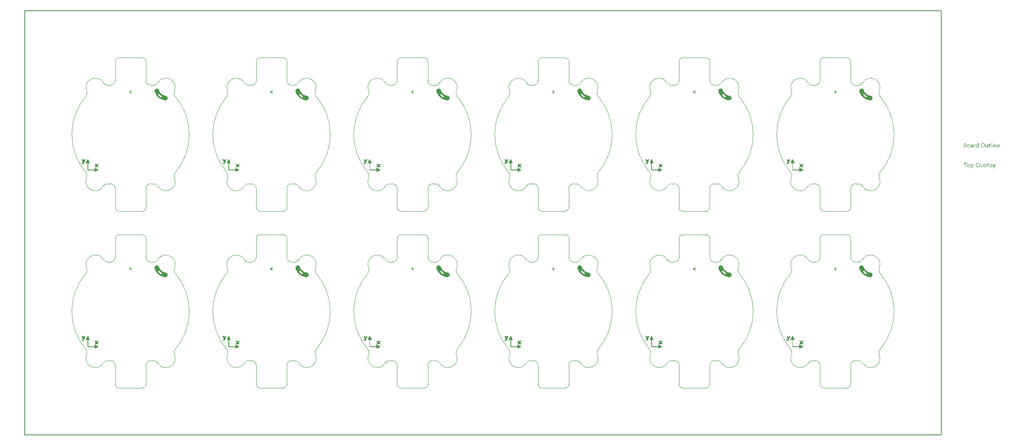
<source format=gto>
G04*
G04 #@! TF.GenerationSoftware,Altium Limited,Altium Designer,21.9.2 (33)*
G04*
G04 Layer_Color=65535*
%FSAX25Y25*%
%MOIN*%
G70*
G04*
G04 #@! TF.SameCoordinates,367260C6-96D2-48BC-AEAF-795D9B4D27C7*
G04*
G04*
G04 #@! TF.FilePolarity,Positive*
G04*
G01*
G75*
%ADD16C,0.00787*%
%ADD17C,0.00394*%
G36*
X0659839Y0268209D02*
X0658658Y0266634D01*
Y0269783D01*
X0659839Y0268209D01*
D02*
G37*
G36*
X0541728D02*
X0540547Y0266634D01*
Y0269783D01*
X0541728Y0268209D01*
D02*
G37*
G36*
X0423618D02*
X0422437Y0266634D01*
Y0269783D01*
X0423618Y0268209D01*
D02*
G37*
G36*
X0305508D02*
X0304327Y0266634D01*
Y0269783D01*
X0305508Y0268209D01*
D02*
G37*
G36*
X0187398D02*
X0186217Y0266634D01*
Y0269783D01*
X0187398Y0268209D01*
D02*
G37*
G36*
X0069288D02*
X0068106Y0266634D01*
Y0269783D01*
X0069288Y0268209D01*
D02*
G37*
G36*
X0681520Y0271008D02*
X0681637Y0271000D01*
X0681753Y0270986D01*
X0681869Y0270964D01*
X0681982Y0270936D01*
X0682094Y0270900D01*
X0682204Y0270858D01*
X0682311Y0270810D01*
X0682415Y0270755D01*
X0682515Y0270694D01*
X0682611Y0270627D01*
X0682703Y0270554D01*
X0682791Y0270476D01*
X0682874Y0270393D01*
X0682951Y0270305D01*
X0683023Y0270212D01*
X0683090Y0270115D01*
X0683150Y0270015D01*
X0683204Y0269910D01*
X0683252Y0269803D01*
X0683293Y0269693D01*
X0683298Y0269677D01*
X0683298Y0269677D01*
X0683364Y0269488D01*
X0683444Y0269277D01*
X0683532Y0269068D01*
X0683627Y0268863D01*
X0683728Y0268660D01*
X0683836Y0268461D01*
X0683950Y0268266D01*
X0684070Y0268074D01*
X0684197Y0267887D01*
X0684330Y0267704D01*
X0684469Y0267525D01*
X0684613Y0267351D01*
X0684763Y0267181D01*
X0684919Y0267017D01*
X0685080Y0266858D01*
X0685246Y0266704D01*
X0685417Y0266556D01*
X0685593Y0266413D01*
X0685773Y0266277D01*
X0685958Y0266146D01*
X0686146Y0266021D01*
X0686339Y0265903D01*
X0686536Y0265791D01*
X0686736Y0265685D01*
X0686940Y0265586D01*
X0687146Y0265494D01*
X0687356Y0265408D01*
X0687568Y0265330D01*
X0687783Y0265258D01*
X0688000Y0265194D01*
X0688218Y0265136D01*
X0688439Y0265086D01*
X0688661Y0265043D01*
X0688882Y0265008D01*
X0688882Y0265008D01*
X0688905Y0265005D01*
X0689020Y0264984D01*
X0689134Y0264955D01*
X0689246Y0264920D01*
X0689356Y0264878D01*
X0689463Y0264829D01*
X0689567Y0264774D01*
X0689667Y0264713D01*
X0689763Y0264646D01*
X0689855Y0264574D01*
X0689943Y0264495D01*
X0690026Y0264412D01*
X0690103Y0264324D01*
X0690175Y0264231D01*
X0690242Y0264135D01*
X0690302Y0264034D01*
X0690356Y0263930D01*
X0690404Y0263823D01*
X0690445Y0263713D01*
X0690480Y0263600D01*
X0690508Y0263486D01*
X0690528Y0263371D01*
X0690542Y0263254D01*
X0690549Y0263137D01*
X0690549Y0263020D01*
X0690541Y0262903D01*
X0690526Y0262786D01*
X0690505Y0262671D01*
X0690477Y0262557D01*
X0690441Y0262445D01*
X0690399Y0262335D01*
X0690351Y0262228D01*
X0690296Y0262124D01*
X0690235Y0262024D01*
X0690168Y0261928D01*
X0690095Y0261836D01*
X0690017Y0261748D01*
X0689933Y0261665D01*
X0689845Y0261588D01*
X0689753Y0261516D01*
X0689656Y0261449D01*
X0689555Y0261389D01*
X0689451Y0261335D01*
X0689344Y0261287D01*
X0689234Y0261246D01*
X0689122Y0261211D01*
X0689008Y0261184D01*
X0688892Y0261163D01*
X0688776Y0261149D01*
X0688658Y0261142D01*
X0688541Y0261143D01*
X0688424Y0261150D01*
X0688331Y0261162D01*
X0688331Y0261162D01*
X0688179Y0261184D01*
X0687891Y0261233D01*
X0687604Y0261291D01*
X0687319Y0261356D01*
X0687035Y0261428D01*
X0686754Y0261509D01*
X0686475Y0261597D01*
X0686198Y0261692D01*
X0685925Y0261795D01*
X0685654Y0261906D01*
X0685386Y0262023D01*
X0685121Y0262148D01*
X0684860Y0262280D01*
X0684603Y0262419D01*
X0684349Y0262565D01*
X0684100Y0262718D01*
X0683854Y0262877D01*
X0683613Y0263043D01*
X0683377Y0263215D01*
X0683146Y0263394D01*
X0682919Y0263579D01*
X0682697Y0263770D01*
X0682481Y0263967D01*
X0682270Y0264170D01*
X0682065Y0264378D01*
X0681866Y0264592D01*
X0681672Y0264811D01*
X0681484Y0265036D01*
X0681303Y0265265D01*
X0681127Y0265499D01*
X0680958Y0265738D01*
X0680796Y0265982D01*
X0680640Y0266229D01*
X0680491Y0266481D01*
X0680349Y0266737D01*
X0680214Y0266996D01*
X0680086Y0267259D01*
X0679965Y0267526D01*
X0679852Y0267795D01*
X0679746Y0268068D01*
X0679647Y0268343D01*
X0679610Y0268454D01*
X0679610Y0268454D01*
X0679580Y0268550D01*
X0679553Y0268664D01*
X0679532Y0268779D01*
X0679518Y0268896D01*
X0679512Y0269013D01*
X0679512Y0269131D01*
X0679519Y0269248D01*
X0679534Y0269364D01*
X0679556Y0269480D01*
X0679584Y0269594D01*
X0679619Y0269706D01*
X0679661Y0269815D01*
X0679710Y0269922D01*
X0679765Y0270026D01*
X0679826Y0270126D01*
X0679893Y0270222D01*
X0679965Y0270315D01*
X0680044Y0270402D01*
X0680127Y0270485D01*
X0680215Y0270563D01*
X0680308Y0270635D01*
X0680405Y0270701D01*
X0680505Y0270761D01*
X0680609Y0270816D01*
X0680717Y0270863D01*
X0680827Y0270905D01*
X0680939Y0270939D01*
X0681053Y0270967D01*
X0681168Y0270988D01*
X0681285Y0271002D01*
X0681402Y0271008D01*
X0681520Y0271008D01*
D02*
G37*
G36*
X0563409D02*
X0563526Y0271000D01*
X0563643Y0270986D01*
X0563758Y0270964D01*
X0563872Y0270936D01*
X0563984Y0270900D01*
X0564094Y0270858D01*
X0564201Y0270810D01*
X0564304Y0270755D01*
X0564405Y0270694D01*
X0564501Y0270627D01*
X0564593Y0270554D01*
X0564681Y0270476D01*
X0564764Y0270393D01*
X0564841Y0270305D01*
X0564913Y0270212D01*
X0564980Y0270115D01*
X0565040Y0270015D01*
X0565094Y0269910D01*
X0565142Y0269803D01*
X0565183Y0269693D01*
X0565188Y0269677D01*
X0565188Y0269677D01*
X0565253Y0269488D01*
X0565334Y0269277D01*
X0565422Y0269068D01*
X0565517Y0268863D01*
X0565618Y0268660D01*
X0565726Y0268461D01*
X0565840Y0268266D01*
X0565960Y0268074D01*
X0566087Y0267887D01*
X0566220Y0267704D01*
X0566359Y0267525D01*
X0566503Y0267351D01*
X0566653Y0267181D01*
X0566809Y0267017D01*
X0566970Y0266858D01*
X0567136Y0266704D01*
X0567307Y0266556D01*
X0567482Y0266413D01*
X0567663Y0266277D01*
X0567847Y0266146D01*
X0568036Y0266021D01*
X0568229Y0265903D01*
X0568426Y0265791D01*
X0568626Y0265685D01*
X0568829Y0265586D01*
X0569036Y0265494D01*
X0569246Y0265408D01*
X0569458Y0265330D01*
X0569672Y0265258D01*
X0569889Y0265194D01*
X0570108Y0265136D01*
X0570329Y0265086D01*
X0570551Y0265043D01*
X0570772Y0265008D01*
X0570772Y0265008D01*
X0570795Y0265005D01*
X0570910Y0264984D01*
X0571024Y0264955D01*
X0571136Y0264920D01*
X0571246Y0264878D01*
X0571353Y0264829D01*
X0571456Y0264774D01*
X0571557Y0264713D01*
X0571653Y0264646D01*
X0571745Y0264574D01*
X0571833Y0264495D01*
X0571915Y0264412D01*
X0571993Y0264324D01*
X0572065Y0264231D01*
X0572131Y0264135D01*
X0572192Y0264034D01*
X0572246Y0263930D01*
X0572294Y0263823D01*
X0572335Y0263713D01*
X0572370Y0263600D01*
X0572398Y0263486D01*
X0572418Y0263371D01*
X0572432Y0263254D01*
X0572439Y0263137D01*
X0572438Y0263020D01*
X0572431Y0262903D01*
X0572416Y0262786D01*
X0572395Y0262671D01*
X0572366Y0262557D01*
X0572331Y0262445D01*
X0572289Y0262335D01*
X0572240Y0262228D01*
X0572186Y0262124D01*
X0572124Y0262024D01*
X0572057Y0261928D01*
X0571985Y0261836D01*
X0571907Y0261748D01*
X0571823Y0261665D01*
X0571735Y0261588D01*
X0571642Y0261516D01*
X0571546Y0261449D01*
X0571445Y0261389D01*
X0571341Y0261335D01*
X0571234Y0261287D01*
X0571124Y0261246D01*
X0571012Y0261211D01*
X0570897Y0261184D01*
X0570782Y0261163D01*
X0570665Y0261149D01*
X0570548Y0261142D01*
X0570431Y0261143D01*
X0570314Y0261150D01*
X0570221Y0261162D01*
X0570221Y0261162D01*
X0570069Y0261184D01*
X0569780Y0261233D01*
X0569493Y0261291D01*
X0569208Y0261356D01*
X0568925Y0261428D01*
X0568644Y0261509D01*
X0568365Y0261597D01*
X0568088Y0261692D01*
X0567814Y0261795D01*
X0567543Y0261906D01*
X0567276Y0262023D01*
X0567011Y0262148D01*
X0566750Y0262280D01*
X0566493Y0262419D01*
X0566239Y0262565D01*
X0565989Y0262718D01*
X0565744Y0262877D01*
X0565503Y0263043D01*
X0565267Y0263215D01*
X0565035Y0263394D01*
X0564809Y0263579D01*
X0564587Y0263770D01*
X0564371Y0263967D01*
X0564160Y0264170D01*
X0563955Y0264378D01*
X0563755Y0264592D01*
X0563562Y0264811D01*
X0563374Y0265036D01*
X0563192Y0265265D01*
X0563017Y0265499D01*
X0562848Y0265738D01*
X0562686Y0265982D01*
X0562530Y0266229D01*
X0562381Y0266481D01*
X0562239Y0266737D01*
X0562104Y0266996D01*
X0561976Y0267259D01*
X0561855Y0267526D01*
X0561742Y0267795D01*
X0561635Y0268068D01*
X0561537Y0268343D01*
X0561500Y0268454D01*
X0561500Y0268454D01*
X0561470Y0268550D01*
X0561443Y0268664D01*
X0561422Y0268779D01*
X0561408Y0268896D01*
X0561401Y0269013D01*
X0561402Y0269131D01*
X0561409Y0269248D01*
X0561424Y0269364D01*
X0561445Y0269480D01*
X0561474Y0269594D01*
X0561509Y0269706D01*
X0561551Y0269815D01*
X0561600Y0269922D01*
X0561655Y0270026D01*
X0561716Y0270126D01*
X0561783Y0270222D01*
X0561855Y0270315D01*
X0561933Y0270402D01*
X0562017Y0270485D01*
X0562105Y0270563D01*
X0562197Y0270635D01*
X0562294Y0270701D01*
X0562395Y0270761D01*
X0562499Y0270816D01*
X0562606Y0270863D01*
X0562716Y0270905D01*
X0562828Y0270939D01*
X0562943Y0270967D01*
X0563058Y0270988D01*
X0563175Y0271002D01*
X0563292Y0271008D01*
X0563409Y0271008D01*
D02*
G37*
G36*
X0445299D02*
X0445416Y0271000D01*
X0445533Y0270986D01*
X0445648Y0270964D01*
X0445762Y0270936D01*
X0445874Y0270900D01*
X0445984Y0270858D01*
X0446090Y0270810D01*
X0446194Y0270755D01*
X0446294Y0270694D01*
X0446391Y0270627D01*
X0446483Y0270554D01*
X0446571Y0270476D01*
X0446653Y0270393D01*
X0446731Y0270305D01*
X0446803Y0270212D01*
X0446869Y0270115D01*
X0446930Y0270015D01*
X0446984Y0269910D01*
X0447032Y0269803D01*
X0447073Y0269693D01*
X0447078Y0269677D01*
X0447078Y0269677D01*
X0447143Y0269488D01*
X0447224Y0269277D01*
X0447312Y0269068D01*
X0447406Y0268863D01*
X0447507Y0268660D01*
X0447615Y0268461D01*
X0447729Y0268266D01*
X0447850Y0268074D01*
X0447977Y0267887D01*
X0448110Y0267704D01*
X0448248Y0267525D01*
X0448393Y0267351D01*
X0448543Y0267181D01*
X0448699Y0267017D01*
X0448860Y0266858D01*
X0449025Y0266704D01*
X0449196Y0266556D01*
X0449372Y0266413D01*
X0449552Y0266277D01*
X0449737Y0266146D01*
X0449926Y0266021D01*
X0450119Y0265903D01*
X0450315Y0265791D01*
X0450516Y0265685D01*
X0450719Y0265586D01*
X0450926Y0265494D01*
X0451135Y0265408D01*
X0451347Y0265330D01*
X0451562Y0265258D01*
X0451779Y0265194D01*
X0451998Y0265136D01*
X0452219Y0265086D01*
X0452441Y0265043D01*
X0452661Y0265008D01*
X0452661Y0265008D01*
X0452685Y0265005D01*
X0452800Y0264984D01*
X0452914Y0264955D01*
X0453026Y0264920D01*
X0453135Y0264878D01*
X0453242Y0264829D01*
X0453346Y0264774D01*
X0453446Y0264713D01*
X0453543Y0264646D01*
X0453635Y0264574D01*
X0453722Y0264495D01*
X0453805Y0264412D01*
X0453883Y0264324D01*
X0453955Y0264231D01*
X0454021Y0264135D01*
X0454082Y0264034D01*
X0454136Y0263930D01*
X0454184Y0263823D01*
X0454225Y0263713D01*
X0454259Y0263600D01*
X0454287Y0263486D01*
X0454308Y0263371D01*
X0454322Y0263254D01*
X0454328Y0263137D01*
X0454328Y0263020D01*
X0454321Y0262903D01*
X0454306Y0262786D01*
X0454284Y0262671D01*
X0454256Y0262557D01*
X0454221Y0262445D01*
X0454179Y0262335D01*
X0454130Y0262228D01*
X0454075Y0262124D01*
X0454014Y0262024D01*
X0453947Y0261928D01*
X0453874Y0261836D01*
X0453796Y0261748D01*
X0453713Y0261665D01*
X0453625Y0261588D01*
X0453532Y0261516D01*
X0453435Y0261449D01*
X0453335Y0261389D01*
X0453231Y0261335D01*
X0453123Y0261287D01*
X0453014Y0261246D01*
X0452901Y0261211D01*
X0452787Y0261184D01*
X0452672Y0261163D01*
X0452555Y0261149D01*
X0452438Y0261142D01*
X0452320Y0261143D01*
X0452203Y0261150D01*
X0452110Y0261162D01*
X0452110Y0261162D01*
X0451959Y0261184D01*
X0451670Y0261233D01*
X0451383Y0261291D01*
X0451098Y0261356D01*
X0450815Y0261428D01*
X0450533Y0261509D01*
X0450254Y0261597D01*
X0449978Y0261692D01*
X0449704Y0261795D01*
X0449433Y0261906D01*
X0449165Y0262023D01*
X0448901Y0262148D01*
X0448640Y0262280D01*
X0448382Y0262419D01*
X0448129Y0262565D01*
X0447879Y0262718D01*
X0447634Y0262877D01*
X0447393Y0263043D01*
X0447157Y0263215D01*
X0446925Y0263394D01*
X0446699Y0263579D01*
X0446477Y0263770D01*
X0446261Y0263967D01*
X0446050Y0264170D01*
X0445845Y0264378D01*
X0445645Y0264592D01*
X0445451Y0264811D01*
X0445264Y0265036D01*
X0445082Y0265265D01*
X0444907Y0265499D01*
X0444738Y0265738D01*
X0444576Y0265982D01*
X0444420Y0266229D01*
X0444271Y0266481D01*
X0444129Y0266737D01*
X0443994Y0266996D01*
X0443866Y0267259D01*
X0443745Y0267526D01*
X0443632Y0267795D01*
X0443525Y0268068D01*
X0443426Y0268343D01*
X0443390Y0268454D01*
X0443390Y0268454D01*
X0443360Y0268550D01*
X0443332Y0268664D01*
X0443312Y0268779D01*
X0443298Y0268896D01*
X0443291Y0269013D01*
X0443292Y0269131D01*
X0443299Y0269248D01*
X0443314Y0269364D01*
X0443335Y0269480D01*
X0443364Y0269594D01*
X0443399Y0269706D01*
X0443441Y0269815D01*
X0443489Y0269922D01*
X0443544Y0270026D01*
X0443605Y0270126D01*
X0443672Y0270222D01*
X0443745Y0270315D01*
X0443823Y0270402D01*
X0443906Y0270485D01*
X0443995Y0270563D01*
X0444087Y0270635D01*
X0444184Y0270701D01*
X0444285Y0270761D01*
X0444389Y0270816D01*
X0444496Y0270863D01*
X0444606Y0270905D01*
X0444718Y0270939D01*
X0444832Y0270967D01*
X0444948Y0270988D01*
X0445064Y0271002D01*
X0445182Y0271008D01*
X0445299Y0271008D01*
D02*
G37*
G36*
X0327189D02*
X0327306Y0271000D01*
X0327422Y0270986D01*
X0327538Y0270964D01*
X0327652Y0270936D01*
X0327764Y0270900D01*
X0327873Y0270858D01*
X0327980Y0270810D01*
X0328084Y0270755D01*
X0328184Y0270694D01*
X0328281Y0270627D01*
X0328373Y0270554D01*
X0328460Y0270476D01*
X0328543Y0270393D01*
X0328621Y0270305D01*
X0328693Y0270212D01*
X0328759Y0270115D01*
X0328819Y0270015D01*
X0328874Y0269910D01*
X0328922Y0269803D01*
X0328963Y0269693D01*
X0328968Y0269677D01*
X0328968Y0269677D01*
X0329033Y0269488D01*
X0329114Y0269277D01*
X0329202Y0269068D01*
X0329296Y0268863D01*
X0329397Y0268660D01*
X0329505Y0268461D01*
X0329619Y0268266D01*
X0329740Y0268074D01*
X0329867Y0267887D01*
X0329999Y0267704D01*
X0330138Y0267525D01*
X0330283Y0267351D01*
X0330433Y0267181D01*
X0330588Y0267017D01*
X0330749Y0266858D01*
X0330915Y0266704D01*
X0331086Y0266556D01*
X0331262Y0266413D01*
X0331442Y0266277D01*
X0331627Y0266146D01*
X0331816Y0266021D01*
X0332009Y0265903D01*
X0332205Y0265791D01*
X0332405Y0265685D01*
X0332609Y0265586D01*
X0332816Y0265494D01*
X0333025Y0265408D01*
X0333237Y0265330D01*
X0333452Y0265258D01*
X0333669Y0265194D01*
X0333888Y0265136D01*
X0334108Y0265086D01*
X0334331Y0265043D01*
X0334551Y0265008D01*
X0334551Y0265008D01*
X0334574Y0265005D01*
X0334690Y0264984D01*
X0334804Y0264955D01*
X0334916Y0264920D01*
X0335025Y0264878D01*
X0335132Y0264829D01*
X0335236Y0264774D01*
X0335336Y0264713D01*
X0335433Y0264646D01*
X0335525Y0264574D01*
X0335612Y0264495D01*
X0335695Y0264412D01*
X0335773Y0264324D01*
X0335845Y0264231D01*
X0335911Y0264135D01*
X0335971Y0264034D01*
X0336026Y0263930D01*
X0336073Y0263823D01*
X0336115Y0263713D01*
X0336149Y0263600D01*
X0336177Y0263486D01*
X0336198Y0263371D01*
X0336211Y0263254D01*
X0336218Y0263137D01*
X0336218Y0263020D01*
X0336210Y0262903D01*
X0336196Y0262786D01*
X0336174Y0262671D01*
X0336146Y0262557D01*
X0336110Y0262445D01*
X0336068Y0262335D01*
X0336020Y0262228D01*
X0335965Y0262124D01*
X0335904Y0262024D01*
X0335837Y0261928D01*
X0335764Y0261836D01*
X0335686Y0261748D01*
X0335603Y0261665D01*
X0335515Y0261588D01*
X0335422Y0261516D01*
X0335325Y0261449D01*
X0335225Y0261389D01*
X0335120Y0261335D01*
X0335013Y0261287D01*
X0334903Y0261246D01*
X0334791Y0261211D01*
X0334677Y0261184D01*
X0334561Y0261163D01*
X0334445Y0261149D01*
X0334328Y0261142D01*
X0334210Y0261143D01*
X0334093Y0261150D01*
X0334000Y0261162D01*
X0334000Y0261162D01*
X0333848Y0261184D01*
X0333560Y0261233D01*
X0333273Y0261291D01*
X0332988Y0261356D01*
X0332704Y0261428D01*
X0332423Y0261509D01*
X0332144Y0261597D01*
X0331868Y0261692D01*
X0331594Y0261795D01*
X0331323Y0261906D01*
X0331055Y0262023D01*
X0330791Y0262148D01*
X0330529Y0262280D01*
X0330272Y0262419D01*
X0330018Y0262565D01*
X0329769Y0262718D01*
X0329524Y0262877D01*
X0329283Y0263043D01*
X0329047Y0263215D01*
X0328815Y0263394D01*
X0328588Y0263579D01*
X0328367Y0263770D01*
X0328151Y0263967D01*
X0327940Y0264170D01*
X0327734Y0264378D01*
X0327535Y0264592D01*
X0327341Y0264811D01*
X0327153Y0265036D01*
X0326972Y0265265D01*
X0326797Y0265499D01*
X0326628Y0265738D01*
X0326465Y0265982D01*
X0326310Y0266229D01*
X0326161Y0266481D01*
X0326019Y0266737D01*
X0325884Y0266996D01*
X0325756Y0267259D01*
X0325635Y0267526D01*
X0325521Y0267795D01*
X0325415Y0268068D01*
X0325316Y0268343D01*
X0325280Y0268454D01*
X0325279Y0268454D01*
X0325250Y0268550D01*
X0325222Y0268664D01*
X0325201Y0268779D01*
X0325188Y0268896D01*
X0325181Y0269013D01*
X0325181Y0269131D01*
X0325189Y0269248D01*
X0325203Y0269364D01*
X0325225Y0269480D01*
X0325253Y0269594D01*
X0325289Y0269706D01*
X0325331Y0269815D01*
X0325379Y0269922D01*
X0325434Y0270026D01*
X0325495Y0270126D01*
X0325562Y0270222D01*
X0325635Y0270315D01*
X0325713Y0270402D01*
X0325796Y0270485D01*
X0325884Y0270563D01*
X0325977Y0270635D01*
X0326074Y0270701D01*
X0326174Y0270761D01*
X0326279Y0270816D01*
X0326386Y0270863D01*
X0326496Y0270905D01*
X0326608Y0270939D01*
X0326722Y0270967D01*
X0326838Y0270988D01*
X0326954Y0271002D01*
X0327071Y0271008D01*
X0327189Y0271008D01*
D02*
G37*
G36*
X0209079D02*
X0209196Y0271000D01*
X0209312Y0270986D01*
X0209428Y0270964D01*
X0209542Y0270936D01*
X0209653Y0270900D01*
X0209763Y0270858D01*
X0209870Y0270810D01*
X0209974Y0270755D01*
X0210074Y0270694D01*
X0210170Y0270627D01*
X0210262Y0270554D01*
X0210350Y0270476D01*
X0210433Y0270393D01*
X0210510Y0270305D01*
X0210582Y0270212D01*
X0210649Y0270115D01*
X0210709Y0270015D01*
X0210763Y0269910D01*
X0210811Y0269803D01*
X0210853Y0269693D01*
X0210858Y0269677D01*
X0210858Y0269677D01*
X0210923Y0269488D01*
X0211004Y0269277D01*
X0211091Y0269068D01*
X0211186Y0268863D01*
X0211287Y0268660D01*
X0211395Y0268461D01*
X0211509Y0268266D01*
X0211630Y0268074D01*
X0211756Y0267887D01*
X0211889Y0267704D01*
X0212028Y0267525D01*
X0212172Y0267351D01*
X0212323Y0267181D01*
X0212478Y0267017D01*
X0212639Y0266858D01*
X0212805Y0266704D01*
X0212976Y0266556D01*
X0213152Y0266413D01*
X0213332Y0266277D01*
X0213517Y0266146D01*
X0213705Y0266021D01*
X0213898Y0265903D01*
X0214095Y0265791D01*
X0214295Y0265685D01*
X0214499Y0265586D01*
X0214705Y0265494D01*
X0214915Y0265408D01*
X0215127Y0265330D01*
X0215342Y0265258D01*
X0215559Y0265194D01*
X0215778Y0265136D01*
X0215998Y0265086D01*
X0216220Y0265043D01*
X0216441Y0265008D01*
X0216441Y0265008D01*
X0216464Y0265005D01*
X0216580Y0264984D01*
X0216693Y0264955D01*
X0216805Y0264920D01*
X0216915Y0264878D01*
X0217022Y0264829D01*
X0217126Y0264774D01*
X0217226Y0264713D01*
X0217322Y0264646D01*
X0217414Y0264574D01*
X0217502Y0264495D01*
X0217585Y0264412D01*
X0217662Y0264324D01*
X0217734Y0264231D01*
X0217801Y0264135D01*
X0217861Y0264034D01*
X0217915Y0263930D01*
X0217963Y0263823D01*
X0218004Y0263713D01*
X0218039Y0263600D01*
X0218067Y0263486D01*
X0218088Y0263371D01*
X0218101Y0263254D01*
X0218108Y0263137D01*
X0218108Y0263020D01*
X0218100Y0262903D01*
X0218086Y0262786D01*
X0218064Y0262671D01*
X0218036Y0262557D01*
X0218000Y0262445D01*
X0217958Y0262335D01*
X0217910Y0262228D01*
X0217855Y0262124D01*
X0217794Y0262024D01*
X0217727Y0261928D01*
X0217654Y0261836D01*
X0217576Y0261748D01*
X0217493Y0261665D01*
X0217404Y0261588D01*
X0217312Y0261516D01*
X0217215Y0261449D01*
X0217114Y0261389D01*
X0217010Y0261335D01*
X0216903Y0261287D01*
X0216793Y0261246D01*
X0216681Y0261211D01*
X0216567Y0261184D01*
X0216451Y0261163D01*
X0216335Y0261149D01*
X0216217Y0261142D01*
X0216100Y0261143D01*
X0215983Y0261150D01*
X0215890Y0261162D01*
X0215890Y0261162D01*
X0215738Y0261184D01*
X0215450Y0261233D01*
X0215163Y0261291D01*
X0214878Y0261356D01*
X0214594Y0261428D01*
X0214313Y0261509D01*
X0214034Y0261597D01*
X0213757Y0261692D01*
X0213484Y0261795D01*
X0213213Y0261906D01*
X0212945Y0262023D01*
X0212680Y0262148D01*
X0212419Y0262280D01*
X0212162Y0262419D01*
X0211908Y0262565D01*
X0211659Y0262718D01*
X0211413Y0262877D01*
X0211173Y0263043D01*
X0210936Y0263215D01*
X0210705Y0263394D01*
X0210478Y0263579D01*
X0210257Y0263770D01*
X0210040Y0263967D01*
X0209829Y0264170D01*
X0209624Y0264378D01*
X0209425Y0264592D01*
X0209231Y0264811D01*
X0209043Y0265036D01*
X0208862Y0265265D01*
X0208686Y0265499D01*
X0208518Y0265738D01*
X0208355Y0265982D01*
X0208199Y0266229D01*
X0208050Y0266481D01*
X0207909Y0266737D01*
X0207773Y0266996D01*
X0207645Y0267259D01*
X0207525Y0267526D01*
X0207411Y0267795D01*
X0207305Y0268068D01*
X0207206Y0268343D01*
X0207170Y0268454D01*
X0207169Y0268454D01*
X0207140Y0268550D01*
X0207112Y0268664D01*
X0207091Y0268779D01*
X0207077Y0268896D01*
X0207071Y0269013D01*
X0207071Y0269131D01*
X0207079Y0269248D01*
X0207093Y0269364D01*
X0207115Y0269480D01*
X0207143Y0269594D01*
X0207178Y0269706D01*
X0207220Y0269815D01*
X0207269Y0269922D01*
X0207324Y0270026D01*
X0207385Y0270126D01*
X0207452Y0270222D01*
X0207525Y0270315D01*
X0207603Y0270402D01*
X0207686Y0270485D01*
X0207774Y0270563D01*
X0207867Y0270635D01*
X0207964Y0270701D01*
X0208064Y0270761D01*
X0208168Y0270816D01*
X0208276Y0270863D01*
X0208385Y0270905D01*
X0208498Y0270939D01*
X0208612Y0270967D01*
X0208727Y0270988D01*
X0208844Y0271002D01*
X0208961Y0271008D01*
X0209079Y0271008D01*
D02*
G37*
G36*
X0090968D02*
X0091085Y0271000D01*
X0091202Y0270986D01*
X0091317Y0270964D01*
X0091431Y0270936D01*
X0091543Y0270900D01*
X0091653Y0270858D01*
X0091760Y0270810D01*
X0091863Y0270755D01*
X0091964Y0270694D01*
X0092060Y0270627D01*
X0092152Y0270554D01*
X0092240Y0270476D01*
X0092323Y0270393D01*
X0092400Y0270305D01*
X0092472Y0270212D01*
X0092539Y0270115D01*
X0092599Y0270015D01*
X0092653Y0269910D01*
X0092701Y0269803D01*
X0092742Y0269693D01*
X0092747Y0269677D01*
X0092747Y0269677D01*
X0092813Y0269488D01*
X0092893Y0269277D01*
X0092981Y0269068D01*
X0093076Y0268863D01*
X0093177Y0268660D01*
X0093285Y0268461D01*
X0093399Y0268266D01*
X0093519Y0268074D01*
X0093646Y0267887D01*
X0093779Y0267704D01*
X0093918Y0267525D01*
X0094062Y0267351D01*
X0094212Y0267181D01*
X0094368Y0267017D01*
X0094529Y0266858D01*
X0094695Y0266704D01*
X0094866Y0266556D01*
X0095042Y0266413D01*
X0095222Y0266277D01*
X0095406Y0266146D01*
X0095595Y0266021D01*
X0095788Y0265903D01*
X0095985Y0265791D01*
X0096185Y0265685D01*
X0096388Y0265586D01*
X0096595Y0265494D01*
X0096805Y0265408D01*
X0097017Y0265330D01*
X0097232Y0265258D01*
X0097448Y0265194D01*
X0097667Y0265136D01*
X0097888Y0265086D01*
X0098110Y0265043D01*
X0098330Y0265008D01*
X0098330Y0265008D01*
X0098354Y0265005D01*
X0098469Y0264984D01*
X0098583Y0264955D01*
X0098695Y0264920D01*
X0098805Y0264878D01*
X0098912Y0264829D01*
X0099015Y0264774D01*
X0099116Y0264713D01*
X0099212Y0264646D01*
X0099304Y0264574D01*
X0099392Y0264495D01*
X0099475Y0264412D01*
X0099552Y0264324D01*
X0099624Y0264231D01*
X0099691Y0264135D01*
X0099751Y0264034D01*
X0099805Y0263930D01*
X0099853Y0263823D01*
X0099894Y0263713D01*
X0099929Y0263600D01*
X0099957Y0263486D01*
X0099977Y0263371D01*
X0099991Y0263254D01*
X0099998Y0263137D01*
X0099997Y0263020D01*
X0099990Y0262903D01*
X0099975Y0262786D01*
X0099954Y0262671D01*
X0099925Y0262557D01*
X0099890Y0262445D01*
X0099848Y0262335D01*
X0099799Y0262228D01*
X0099744Y0262124D01*
X0099683Y0262024D01*
X0099616Y0261928D01*
X0099544Y0261836D01*
X0099466Y0261748D01*
X0099382Y0261665D01*
X0099294Y0261588D01*
X0099202Y0261516D01*
X0099105Y0261449D01*
X0099004Y0261389D01*
X0098900Y0261335D01*
X0098793Y0261287D01*
X0098683Y0261246D01*
X0098571Y0261211D01*
X0098457Y0261184D01*
X0098341Y0261163D01*
X0098224Y0261149D01*
X0098107Y0261142D01*
X0097990Y0261143D01*
X0097873Y0261150D01*
X0097780Y0261162D01*
X0097780Y0261162D01*
X0097628Y0261184D01*
X0097339Y0261233D01*
X0097053Y0261291D01*
X0096767Y0261356D01*
X0096484Y0261428D01*
X0096203Y0261509D01*
X0095924Y0261597D01*
X0095647Y0261692D01*
X0095373Y0261795D01*
X0095103Y0261906D01*
X0094835Y0262023D01*
X0094570Y0262148D01*
X0094309Y0262280D01*
X0094052Y0262419D01*
X0093798Y0262565D01*
X0093549Y0262718D01*
X0093303Y0262877D01*
X0093062Y0263043D01*
X0092826Y0263215D01*
X0092594Y0263394D01*
X0092368Y0263579D01*
X0092146Y0263770D01*
X0091930Y0263967D01*
X0091719Y0264170D01*
X0091514Y0264378D01*
X0091314Y0264592D01*
X0091121Y0264811D01*
X0090933Y0265036D01*
X0090751Y0265265D01*
X0090576Y0265499D01*
X0090407Y0265738D01*
X0090245Y0265982D01*
X0090089Y0266229D01*
X0089940Y0266481D01*
X0089798Y0266737D01*
X0089663Y0266996D01*
X0089535Y0267259D01*
X0089414Y0267526D01*
X0089301Y0267795D01*
X0089195Y0268068D01*
X0089096Y0268343D01*
X0089059Y0268454D01*
X0089059Y0268454D01*
X0089029Y0268550D01*
X0089002Y0268664D01*
X0088981Y0268779D01*
X0088967Y0268896D01*
X0088960Y0269013D01*
X0088961Y0269131D01*
X0088968Y0269248D01*
X0088983Y0269364D01*
X0089004Y0269480D01*
X0089033Y0269594D01*
X0089068Y0269706D01*
X0089110Y0269815D01*
X0089159Y0269922D01*
X0089214Y0270026D01*
X0089275Y0270126D01*
X0089342Y0270222D01*
X0089414Y0270315D01*
X0089492Y0270402D01*
X0089576Y0270485D01*
X0089664Y0270563D01*
X0089757Y0270635D01*
X0089853Y0270701D01*
X0089954Y0270761D01*
X0090058Y0270816D01*
X0090165Y0270863D01*
X0090275Y0270905D01*
X0090387Y0270939D01*
X0090502Y0270967D01*
X0090617Y0270988D01*
X0090734Y0271002D01*
X0090851Y0271008D01*
X0090968Y0271008D01*
D02*
G37*
G36*
X0791335Y0225275D02*
X0791360D01*
X0791416Y0225251D01*
X0791446Y0225232D01*
X0791477Y0225207D01*
X0791484Y0225201D01*
X0791490Y0225195D01*
X0791521Y0225158D01*
X0791545Y0225096D01*
X0791552Y0225059D01*
X0791558Y0225022D01*
Y0225015D01*
Y0225003D01*
X0791552Y0224984D01*
X0791545Y0224960D01*
X0791527Y0224898D01*
X0791502Y0224867D01*
X0791477Y0224836D01*
X0791471D01*
X0791465Y0224823D01*
X0791428Y0224799D01*
X0791372Y0224774D01*
X0791335Y0224768D01*
X0791298Y0224762D01*
X0791279D01*
X0791261Y0224768D01*
X0791236D01*
X0791174Y0224793D01*
X0791143Y0224805D01*
X0791112Y0224830D01*
Y0224836D01*
X0791100Y0224842D01*
X0791087Y0224861D01*
X0791075Y0224879D01*
X0791050Y0224941D01*
X0791044Y0224978D01*
X0791038Y0225022D01*
Y0225028D01*
Y0225040D01*
X0791044Y0225059D01*
X0791050Y0225090D01*
X0791069Y0225145D01*
X0791087Y0225176D01*
X0791112Y0225207D01*
X0791118Y0225213D01*
X0791125Y0225220D01*
X0791162Y0225244D01*
X0791224Y0225269D01*
X0791261Y0225282D01*
X0791317D01*
X0791335Y0225275D01*
D02*
G37*
G36*
X0779345Y0221611D02*
X0778943D01*
Y0222032D01*
X0778930D01*
Y0222026D01*
X0778918Y0222013D01*
X0778899Y0221988D01*
X0778881Y0221957D01*
X0778850Y0221920D01*
X0778813Y0221883D01*
X0778769Y0221840D01*
X0778720Y0221796D01*
X0778664Y0221747D01*
X0778596Y0221704D01*
X0778528Y0221667D01*
X0778447Y0221629D01*
X0778367Y0221599D01*
X0778274Y0221574D01*
X0778175Y0221561D01*
X0778070Y0221555D01*
X0778027D01*
X0777989Y0221561D01*
X0777952Y0221568D01*
X0777903Y0221574D01*
X0777798Y0221599D01*
X0777674Y0221636D01*
X0777550Y0221697D01*
X0777482Y0221735D01*
X0777426Y0221778D01*
X0777364Y0221834D01*
X0777309Y0221889D01*
Y0221896D01*
X0777296Y0221908D01*
X0777284Y0221926D01*
X0777265Y0221951D01*
X0777247Y0221982D01*
X0777222Y0222026D01*
X0777197Y0222075D01*
X0777172Y0222131D01*
X0777141Y0222193D01*
X0777117Y0222261D01*
X0777092Y0222335D01*
X0777073Y0222415D01*
X0777055Y0222502D01*
X0777042Y0222601D01*
X0777036Y0222700D01*
X0777030Y0222806D01*
Y0222812D01*
Y0222830D01*
Y0222867D01*
X0777036Y0222911D01*
X0777042Y0222960D01*
X0777049Y0223022D01*
X0777055Y0223090D01*
X0777067Y0223165D01*
X0777104Y0223325D01*
X0777160Y0223493D01*
X0777197Y0223573D01*
X0777240Y0223654D01*
X0777284Y0223728D01*
X0777340Y0223802D01*
X0777346Y0223808D01*
X0777352Y0223821D01*
X0777370Y0223839D01*
X0777395Y0223864D01*
X0777426Y0223889D01*
X0777469Y0223920D01*
X0777513Y0223957D01*
X0777562Y0223994D01*
X0777686Y0224062D01*
X0777829Y0224124D01*
X0777909Y0224143D01*
X0777996Y0224161D01*
X0778082Y0224173D01*
X0778181Y0224180D01*
X0778231D01*
X0778268Y0224173D01*
X0778305Y0224167D01*
X0778355Y0224161D01*
X0778466Y0224130D01*
X0778590Y0224081D01*
X0778652Y0224050D01*
X0778714Y0224006D01*
X0778776Y0223963D01*
X0778831Y0223907D01*
X0778881Y0223845D01*
X0778930Y0223771D01*
X0778943D01*
Y0225331D01*
X0779345D01*
Y0221611D01*
D02*
G37*
G36*
X0793613Y0224173D02*
X0793687Y0224167D01*
X0793780Y0224149D01*
X0793879Y0224118D01*
X0793984Y0224068D01*
X0794090Y0224000D01*
X0794133Y0223963D01*
X0794176Y0223914D01*
X0794189Y0223901D01*
X0794213Y0223864D01*
X0794244Y0223802D01*
X0794288Y0223715D01*
X0794325Y0223610D01*
X0794362Y0223480D01*
X0794387Y0223325D01*
X0794393Y0223146D01*
Y0221611D01*
X0793991D01*
Y0223041D01*
Y0223047D01*
Y0223078D01*
X0793984Y0223115D01*
Y0223165D01*
X0793972Y0223226D01*
X0793960Y0223294D01*
X0793941Y0223369D01*
X0793916Y0223443D01*
X0793885Y0223517D01*
X0793848Y0223585D01*
X0793799Y0223654D01*
X0793743Y0223715D01*
X0793681Y0223765D01*
X0793601Y0223802D01*
X0793514Y0223833D01*
X0793409Y0223839D01*
X0793396D01*
X0793359Y0223833D01*
X0793303Y0223827D01*
X0793235Y0223808D01*
X0793155Y0223783D01*
X0793068Y0223740D01*
X0792988Y0223685D01*
X0792907Y0223610D01*
X0792901Y0223598D01*
X0792876Y0223573D01*
X0792845Y0223523D01*
X0792808Y0223456D01*
X0792771Y0223375D01*
X0792740Y0223276D01*
X0792715Y0223165D01*
X0792709Y0223041D01*
Y0221611D01*
X0792307D01*
Y0224124D01*
X0792709D01*
Y0223703D01*
X0792722D01*
X0792728Y0223709D01*
X0792734Y0223722D01*
X0792753Y0223746D01*
X0792777Y0223777D01*
X0792802Y0223815D01*
X0792839Y0223852D01*
X0792883Y0223895D01*
X0792932Y0223944D01*
X0792988Y0223988D01*
X0793050Y0224031D01*
X0793118Y0224068D01*
X0793192Y0224105D01*
X0793266Y0224136D01*
X0793353Y0224161D01*
X0793446Y0224173D01*
X0793545Y0224180D01*
X0793582D01*
X0793613Y0224173D01*
D02*
G37*
G36*
X0776615Y0224161D02*
X0776689Y0224155D01*
X0776733Y0224143D01*
X0776764Y0224130D01*
Y0223715D01*
X0776758Y0223722D01*
X0776745Y0223728D01*
X0776721Y0223740D01*
X0776689Y0223759D01*
X0776646Y0223771D01*
X0776590Y0223783D01*
X0776529Y0223790D01*
X0776461Y0223796D01*
X0776448D01*
X0776417Y0223790D01*
X0776368Y0223783D01*
X0776312Y0223765D01*
X0776238Y0223734D01*
X0776170Y0223691D01*
X0776095Y0223629D01*
X0776027Y0223548D01*
X0776021Y0223536D01*
X0776003Y0223505D01*
X0775972Y0223449D01*
X0775941Y0223375D01*
X0775910Y0223282D01*
X0775879Y0223165D01*
X0775860Y0223035D01*
X0775854Y0222886D01*
Y0221611D01*
X0775452D01*
Y0224124D01*
X0775854D01*
Y0223604D01*
X0775866D01*
Y0223610D01*
X0775873Y0223616D01*
X0775885Y0223647D01*
X0775903Y0223697D01*
X0775934Y0223759D01*
X0775965Y0223821D01*
X0776015Y0223889D01*
X0776064Y0223957D01*
X0776126Y0224019D01*
X0776132Y0224025D01*
X0776157Y0224043D01*
X0776194Y0224068D01*
X0776244Y0224093D01*
X0776300Y0224118D01*
X0776368Y0224143D01*
X0776442Y0224161D01*
X0776522Y0224167D01*
X0776578D01*
X0776615Y0224161D01*
D02*
G37*
G36*
X0787355Y0221611D02*
X0786953D01*
Y0222007D01*
X0786940D01*
Y0222001D01*
X0786928Y0221988D01*
X0786915Y0221964D01*
X0786891Y0221939D01*
X0786835Y0221865D01*
X0786748Y0221784D01*
X0786699Y0221741D01*
X0786643Y0221697D01*
X0786581Y0221660D01*
X0786507Y0221623D01*
X0786433Y0221599D01*
X0786352Y0221574D01*
X0786259Y0221561D01*
X0786166Y0221555D01*
X0786129D01*
X0786086Y0221561D01*
X0786024Y0221574D01*
X0785956Y0221586D01*
X0785882Y0221611D01*
X0785801Y0221642D01*
X0785721Y0221691D01*
X0785634Y0221747D01*
X0785554Y0221815D01*
X0785479Y0221902D01*
X0785411Y0222007D01*
X0785349Y0222125D01*
X0785306Y0222267D01*
X0785281Y0222434D01*
X0785269Y0222521D01*
Y0222620D01*
Y0224124D01*
X0785665D01*
Y0222682D01*
Y0222675D01*
Y0222651D01*
X0785671Y0222607D01*
X0785677Y0222558D01*
X0785684Y0222496D01*
X0785696Y0222434D01*
X0785715Y0222360D01*
X0785739Y0222286D01*
X0785777Y0222211D01*
X0785814Y0222143D01*
X0785863Y0222075D01*
X0785925Y0222013D01*
X0785993Y0221964D01*
X0786074Y0221926D01*
X0786173Y0221896D01*
X0786278Y0221889D01*
X0786290D01*
X0786327Y0221896D01*
X0786383Y0221902D01*
X0786445Y0221914D01*
X0786525Y0221945D01*
X0786606Y0221982D01*
X0786686Y0222032D01*
X0786761Y0222106D01*
X0786767Y0222118D01*
X0786792Y0222143D01*
X0786823Y0222193D01*
X0786860Y0222261D01*
X0786891Y0222341D01*
X0786922Y0222440D01*
X0786946Y0222552D01*
X0786953Y0222675D01*
Y0224124D01*
X0787355D01*
Y0221611D01*
D02*
G37*
G36*
X0791490D02*
X0791087D01*
Y0224124D01*
X0791490D01*
Y0221611D01*
D02*
G37*
G36*
X0790270D02*
X0789868D01*
Y0225331D01*
X0790270D01*
Y0221611D01*
D02*
G37*
G36*
X0773892Y0224173D02*
X0773947Y0224167D01*
X0774016Y0224149D01*
X0774090Y0224130D01*
X0774170Y0224099D01*
X0774257Y0224062D01*
X0774337Y0224013D01*
X0774418Y0223951D01*
X0774492Y0223876D01*
X0774560Y0223783D01*
X0774616Y0223678D01*
X0774659Y0223554D01*
X0774684Y0223412D01*
X0774696Y0223245D01*
Y0221611D01*
X0774294D01*
Y0222001D01*
X0774282D01*
Y0221995D01*
X0774269Y0221982D01*
X0774257Y0221957D01*
X0774232Y0221933D01*
X0774170Y0221858D01*
X0774090Y0221778D01*
X0773978Y0221697D01*
X0773848Y0221623D01*
X0773768Y0221599D01*
X0773687Y0221574D01*
X0773601Y0221561D01*
X0773508Y0221555D01*
X0773471D01*
X0773446Y0221561D01*
X0773378Y0221568D01*
X0773297Y0221580D01*
X0773198Y0221605D01*
X0773105Y0221636D01*
X0773006Y0221685D01*
X0772920Y0221747D01*
X0772914Y0221759D01*
X0772889Y0221784D01*
X0772852Y0221828D01*
X0772815Y0221889D01*
X0772778Y0221964D01*
X0772740Y0222050D01*
X0772716Y0222156D01*
X0772709Y0222273D01*
Y0222279D01*
Y0222304D01*
X0772716Y0222341D01*
X0772722Y0222385D01*
X0772734Y0222440D01*
X0772753Y0222502D01*
X0772778Y0222570D01*
X0772815Y0222638D01*
X0772858Y0222713D01*
X0772914Y0222787D01*
X0772982Y0222855D01*
X0773062Y0222917D01*
X0773155Y0222979D01*
X0773267Y0223028D01*
X0773390Y0223065D01*
X0773539Y0223096D01*
X0774294Y0223202D01*
Y0223208D01*
Y0223226D01*
X0774288Y0223264D01*
Y0223301D01*
X0774275Y0223350D01*
X0774269Y0223406D01*
X0774232Y0223523D01*
X0774201Y0223579D01*
X0774170Y0223635D01*
X0774127Y0223691D01*
X0774077Y0223740D01*
X0774016Y0223783D01*
X0773947Y0223815D01*
X0773867Y0223833D01*
X0773774Y0223839D01*
X0773731D01*
X0773700Y0223833D01*
X0773656D01*
X0773613Y0223821D01*
X0773502Y0223802D01*
X0773378Y0223765D01*
X0773242Y0223709D01*
X0773167Y0223672D01*
X0773099Y0223635D01*
X0773025Y0223585D01*
X0772957Y0223530D01*
Y0223944D01*
X0772963D01*
X0772975Y0223957D01*
X0772994Y0223969D01*
X0773025Y0223982D01*
X0773056Y0224000D01*
X0773099Y0224019D01*
X0773149Y0224037D01*
X0773205Y0224062D01*
X0773328Y0224105D01*
X0773477Y0224143D01*
X0773638Y0224167D01*
X0773811Y0224180D01*
X0773848D01*
X0773892Y0224173D01*
D02*
G37*
G36*
X0768203Y0225121D02*
X0768246D01*
X0768290Y0225114D01*
X0768389Y0225102D01*
X0768506Y0225071D01*
X0768630Y0225034D01*
X0768748Y0224978D01*
X0768853Y0224904D01*
X0768859D01*
X0768865Y0224891D01*
X0768896Y0224867D01*
X0768940Y0224817D01*
X0768989Y0224749D01*
X0769032Y0224662D01*
X0769076Y0224564D01*
X0769107Y0224452D01*
X0769119Y0224390D01*
Y0224322D01*
Y0224316D01*
Y0224310D01*
Y0224272D01*
X0769113Y0224217D01*
X0769101Y0224149D01*
X0769082Y0224062D01*
X0769051Y0223975D01*
X0769014Y0223889D01*
X0768958Y0223802D01*
X0768952Y0223790D01*
X0768927Y0223765D01*
X0768890Y0223728D01*
X0768841Y0223678D01*
X0768779Y0223629D01*
X0768704Y0223573D01*
X0768612Y0223530D01*
X0768513Y0223486D01*
Y0223480D01*
X0768531D01*
X0768550Y0223474D01*
X0768568Y0223468D01*
X0768636Y0223456D01*
X0768717Y0223431D01*
X0768804Y0223394D01*
X0768896Y0223350D01*
X0768989Y0223288D01*
X0769076Y0223208D01*
X0769088Y0223196D01*
X0769113Y0223165D01*
X0769144Y0223121D01*
X0769187Y0223053D01*
X0769224Y0222966D01*
X0769262Y0222867D01*
X0769286Y0222750D01*
X0769292Y0222620D01*
Y0222614D01*
Y0222601D01*
Y0222576D01*
X0769286Y0222546D01*
X0769280Y0222508D01*
X0769274Y0222465D01*
X0769249Y0222360D01*
X0769212Y0222242D01*
X0769156Y0222118D01*
X0769119Y0222063D01*
X0769076Y0222001D01*
X0769020Y0221945D01*
X0768964Y0221889D01*
X0768958D01*
X0768952Y0221877D01*
X0768933Y0221865D01*
X0768909Y0221846D01*
X0768878Y0221828D01*
X0768834Y0221803D01*
X0768742Y0221753D01*
X0768624Y0221697D01*
X0768488Y0221654D01*
X0768327Y0221623D01*
X0768246Y0221617D01*
X0768153Y0221611D01*
X0767126D01*
Y0225127D01*
X0768172D01*
X0768203Y0225121D01*
D02*
G37*
G36*
X0788698Y0224124D02*
X0789336D01*
Y0223777D01*
X0788698D01*
Y0222360D01*
Y0222347D01*
Y0222317D01*
X0788704Y0222273D01*
X0788710Y0222217D01*
X0788735Y0222100D01*
X0788754Y0222044D01*
X0788785Y0222001D01*
X0788791Y0221995D01*
X0788803Y0221982D01*
X0788822Y0221970D01*
X0788853Y0221951D01*
X0788890Y0221926D01*
X0788940Y0221914D01*
X0789002Y0221902D01*
X0789070Y0221896D01*
X0789094D01*
X0789125Y0221902D01*
X0789162Y0221908D01*
X0789249Y0221933D01*
X0789292Y0221951D01*
X0789336Y0221976D01*
Y0221629D01*
X0789329D01*
X0789311Y0221617D01*
X0789280Y0221611D01*
X0789237Y0221599D01*
X0789181Y0221586D01*
X0789119Y0221574D01*
X0789045Y0221568D01*
X0788958Y0221561D01*
X0788927D01*
X0788896Y0221568D01*
X0788853Y0221574D01*
X0788803Y0221586D01*
X0788748Y0221599D01*
X0788692Y0221623D01*
X0788630Y0221654D01*
X0788568Y0221691D01*
X0788506Y0221741D01*
X0788450Y0221796D01*
X0788401Y0221871D01*
X0788358Y0221951D01*
X0788327Y0222050D01*
X0788302Y0222162D01*
X0788296Y0222292D01*
Y0223777D01*
X0787869D01*
Y0224124D01*
X0788296D01*
Y0224737D01*
X0788698Y0224867D01*
Y0224124D01*
D02*
G37*
G36*
X0796225Y0224173D02*
X0796269Y0224167D01*
X0796312Y0224161D01*
X0796423Y0224143D01*
X0796547Y0224099D01*
X0796671Y0224043D01*
X0796733Y0224006D01*
X0796795Y0223963D01*
X0796850Y0223914D01*
X0796906Y0223858D01*
X0796912Y0223852D01*
X0796918Y0223845D01*
X0796931Y0223827D01*
X0796949Y0223802D01*
X0796968Y0223765D01*
X0796993Y0223728D01*
X0797017Y0223685D01*
X0797042Y0223629D01*
X0797067Y0223567D01*
X0797092Y0223505D01*
X0797117Y0223431D01*
X0797135Y0223350D01*
X0797154Y0223264D01*
X0797166Y0223177D01*
X0797178Y0223078D01*
Y0222973D01*
Y0222762D01*
X0795402D01*
Y0222756D01*
Y0222744D01*
Y0222725D01*
X0795408Y0222694D01*
X0795414Y0222657D01*
Y0222620D01*
X0795433Y0222521D01*
X0795464Y0222422D01*
X0795501Y0222310D01*
X0795557Y0222205D01*
X0795625Y0222112D01*
X0795637Y0222100D01*
X0795662Y0222075D01*
X0795711Y0222044D01*
X0795780Y0222001D01*
X0795866Y0221957D01*
X0795965Y0221926D01*
X0796083Y0221902D01*
X0796219Y0221889D01*
X0796262D01*
X0796293Y0221896D01*
X0796330D01*
X0796374Y0221902D01*
X0796479Y0221926D01*
X0796597Y0221957D01*
X0796727Y0222007D01*
X0796863Y0222075D01*
X0796931Y0222118D01*
X0796999Y0222168D01*
Y0221790D01*
X0796993D01*
X0796986Y0221778D01*
X0796968Y0221772D01*
X0796937Y0221753D01*
X0796906Y0221735D01*
X0796869Y0221716D01*
X0796819Y0221697D01*
X0796770Y0221673D01*
X0796708Y0221648D01*
X0796640Y0221629D01*
X0796491Y0221592D01*
X0796318Y0221568D01*
X0796126Y0221555D01*
X0796077D01*
X0796039Y0221561D01*
X0795996Y0221568D01*
X0795940Y0221574D01*
X0795823Y0221599D01*
X0795687Y0221636D01*
X0795550Y0221697D01*
X0795482Y0221741D01*
X0795414Y0221784D01*
X0795352Y0221834D01*
X0795291Y0221896D01*
X0795284Y0221902D01*
X0795278Y0221914D01*
X0795266Y0221933D01*
X0795241Y0221957D01*
X0795222Y0221995D01*
X0795198Y0222038D01*
X0795167Y0222088D01*
X0795142Y0222143D01*
X0795111Y0222205D01*
X0795086Y0222279D01*
X0795055Y0222360D01*
X0795037Y0222446D01*
X0795018Y0222539D01*
X0795000Y0222638D01*
X0794993Y0222744D01*
X0794987Y0222855D01*
Y0222861D01*
Y0222880D01*
Y0222911D01*
X0794993Y0222954D01*
X0795000Y0223004D01*
X0795006Y0223059D01*
X0795012Y0223127D01*
X0795030Y0223196D01*
X0795068Y0223344D01*
X0795123Y0223505D01*
X0795160Y0223585D01*
X0795210Y0223660D01*
X0795260Y0223740D01*
X0795315Y0223808D01*
X0795321Y0223815D01*
X0795334Y0223827D01*
X0795352Y0223845D01*
X0795377Y0223864D01*
X0795408Y0223895D01*
X0795445Y0223926D01*
X0795495Y0223957D01*
X0795544Y0223994D01*
X0795662Y0224062D01*
X0795804Y0224124D01*
X0795885Y0224143D01*
X0795965Y0224161D01*
X0796052Y0224173D01*
X0796145Y0224180D01*
X0796194D01*
X0796225Y0224173D01*
D02*
G37*
G36*
X0783183Y0225183D02*
X0783245Y0225176D01*
X0783319Y0225164D01*
X0783399Y0225145D01*
X0783486Y0225127D01*
X0783573Y0225102D01*
X0783672Y0225071D01*
X0783765Y0225028D01*
X0783864Y0224978D01*
X0783963Y0224922D01*
X0784056Y0224854D01*
X0784149Y0224780D01*
X0784235Y0224693D01*
X0784241Y0224687D01*
X0784254Y0224669D01*
X0784278Y0224644D01*
X0784303Y0224607D01*
X0784340Y0224557D01*
X0784377Y0224495D01*
X0784415Y0224427D01*
X0784458Y0224353D01*
X0784501Y0224260D01*
X0784539Y0224167D01*
X0784576Y0224062D01*
X0784613Y0223944D01*
X0784637Y0223827D01*
X0784662Y0223697D01*
X0784675Y0223554D01*
X0784681Y0223412D01*
Y0223400D01*
Y0223375D01*
Y0223332D01*
X0784675Y0223270D01*
X0784668Y0223196D01*
X0784656Y0223115D01*
X0784644Y0223022D01*
X0784625Y0222917D01*
X0784600Y0222812D01*
X0784569Y0222700D01*
X0784532Y0222589D01*
X0784489Y0222477D01*
X0784433Y0222360D01*
X0784371Y0222255D01*
X0784303Y0222149D01*
X0784223Y0222050D01*
X0784217Y0222044D01*
X0784204Y0222032D01*
X0784173Y0222007D01*
X0784142Y0221976D01*
X0784093Y0221933D01*
X0784037Y0221896D01*
X0783975Y0221846D01*
X0783901Y0221803D01*
X0783820Y0221759D01*
X0783728Y0221710D01*
X0783629Y0221673D01*
X0783517Y0221636D01*
X0783399Y0221599D01*
X0783276Y0221574D01*
X0783146Y0221561D01*
X0783003Y0221555D01*
X0782972D01*
X0782929Y0221561D01*
X0782879D01*
X0782818Y0221568D01*
X0782743Y0221580D01*
X0782663Y0221599D01*
X0782570Y0221617D01*
X0782477Y0221642D01*
X0782378Y0221673D01*
X0782279Y0221716D01*
X0782180Y0221759D01*
X0782081Y0221815D01*
X0781982Y0221883D01*
X0781889Y0221957D01*
X0781803Y0222044D01*
X0781796Y0222050D01*
X0781784Y0222069D01*
X0781759Y0222094D01*
X0781734Y0222131D01*
X0781697Y0222180D01*
X0781660Y0222242D01*
X0781623Y0222310D01*
X0781580Y0222391D01*
X0781536Y0222477D01*
X0781499Y0222570D01*
X0781462Y0222675D01*
X0781425Y0222793D01*
X0781400Y0222911D01*
X0781375Y0223041D01*
X0781363Y0223183D01*
X0781357Y0223325D01*
Y0223338D01*
Y0223363D01*
X0781363Y0223406D01*
Y0223468D01*
X0781369Y0223536D01*
X0781382Y0223623D01*
X0781394Y0223715D01*
X0781413Y0223815D01*
X0781437Y0223920D01*
X0781468Y0224031D01*
X0781505Y0224143D01*
X0781549Y0224254D01*
X0781604Y0224365D01*
X0781666Y0224477D01*
X0781734Y0224582D01*
X0781815Y0224681D01*
X0781821Y0224687D01*
X0781833Y0224706D01*
X0781864Y0224731D01*
X0781902Y0224762D01*
X0781945Y0224799D01*
X0782001Y0224842D01*
X0782069Y0224885D01*
X0782143Y0224935D01*
X0782230Y0224984D01*
X0782322Y0225028D01*
X0782421Y0225071D01*
X0782533Y0225108D01*
X0782657Y0225139D01*
X0782787Y0225170D01*
X0782923Y0225183D01*
X0783065Y0225189D01*
X0783133D01*
X0783183Y0225183D01*
D02*
G37*
G36*
X0771156Y0224173D02*
X0771199Y0224167D01*
X0771255Y0224161D01*
X0771379Y0224136D01*
X0771521Y0224093D01*
X0771663Y0224031D01*
X0771737Y0223994D01*
X0771806Y0223951D01*
X0771874Y0223895D01*
X0771936Y0223833D01*
X0771942Y0223827D01*
X0771948Y0223815D01*
X0771967Y0223796D01*
X0771985Y0223771D01*
X0772010Y0223734D01*
X0772035Y0223691D01*
X0772066Y0223641D01*
X0772097Y0223585D01*
X0772121Y0223517D01*
X0772152Y0223449D01*
X0772177Y0223369D01*
X0772202Y0223282D01*
X0772220Y0223189D01*
X0772239Y0223090D01*
X0772245Y0222985D01*
X0772251Y0222874D01*
Y0222867D01*
Y0222849D01*
Y0222818D01*
X0772245Y0222775D01*
X0772239Y0222725D01*
X0772233Y0222663D01*
X0772220Y0222601D01*
X0772208Y0222527D01*
X0772171Y0222378D01*
X0772109Y0222217D01*
X0772072Y0222137D01*
X0772022Y0222057D01*
X0771973Y0221982D01*
X0771911Y0221914D01*
X0771905Y0221908D01*
X0771892Y0221902D01*
X0771874Y0221883D01*
X0771849Y0221858D01*
X0771812Y0221834D01*
X0771775Y0221803D01*
X0771725Y0221766D01*
X0771669Y0221735D01*
X0771607Y0221704D01*
X0771539Y0221667D01*
X0771465Y0221636D01*
X0771385Y0221611D01*
X0771298Y0221586D01*
X0771205Y0221574D01*
X0771106Y0221561D01*
X0771001Y0221555D01*
X0770945D01*
X0770908Y0221561D01*
X0770865Y0221568D01*
X0770809Y0221574D01*
X0770747Y0221586D01*
X0770679Y0221599D01*
X0770537Y0221642D01*
X0770388Y0221704D01*
X0770314Y0221741D01*
X0770246Y0221790D01*
X0770178Y0221840D01*
X0770110Y0221902D01*
X0770103Y0221908D01*
X0770097Y0221920D01*
X0770079Y0221939D01*
X0770060Y0221964D01*
X0770035Y0222001D01*
X0770004Y0222044D01*
X0769973Y0222094D01*
X0769949Y0222149D01*
X0769918Y0222217D01*
X0769887Y0222286D01*
X0769856Y0222360D01*
X0769831Y0222446D01*
X0769794Y0222632D01*
X0769788Y0222731D01*
X0769781Y0222836D01*
Y0222843D01*
Y0222867D01*
Y0222898D01*
X0769788Y0222942D01*
X0769794Y0222991D01*
X0769800Y0223053D01*
X0769812Y0223121D01*
X0769825Y0223196D01*
X0769862Y0223356D01*
X0769924Y0223517D01*
X0769967Y0223598D01*
X0770011Y0223678D01*
X0770060Y0223753D01*
X0770122Y0223821D01*
X0770128Y0223827D01*
X0770141Y0223839D01*
X0770159Y0223852D01*
X0770184Y0223876D01*
X0770221Y0223901D01*
X0770264Y0223932D01*
X0770314Y0223969D01*
X0770369Y0224000D01*
X0770432Y0224031D01*
X0770506Y0224068D01*
X0770580Y0224099D01*
X0770667Y0224124D01*
X0770753Y0224149D01*
X0770852Y0224167D01*
X0770958Y0224173D01*
X0771063Y0224180D01*
X0771118D01*
X0771156Y0224173D01*
D02*
G37*
G36*
X0620644Y0208933D02*
X0620640Y0208923D01*
X0620637Y0208912D01*
X0620637Y0208912D01*
X0620633Y0208902D01*
X0620629Y0208891D01*
X0620625Y0208881D01*
X0620621Y0208870D01*
X0620618Y0208860D01*
Y0208860D01*
X0620614Y0208850D01*
X0620610Y0208839D01*
X0620606Y0208829D01*
X0620602Y0208819D01*
X0620602Y0208819D01*
X0620598Y0208809D01*
X0620598Y0208809D01*
X0620594Y0208799D01*
X0620590Y0208789D01*
X0620587Y0208779D01*
X0620583Y0208769D01*
X0620579Y0208759D01*
X0620579Y0208759D01*
X0620575Y0208750D01*
X0620575Y0208750D01*
X0620571Y0208740D01*
X0620567Y0208730D01*
Y0208730D01*
X0620563Y0208721D01*
X0620559Y0208711D01*
X0620554Y0208701D01*
Y0208701D01*
X0620550Y0208692D01*
X0620546Y0208682D01*
Y0208682D01*
X0620542Y0208673D01*
X0620542Y0208673D01*
X0620538Y0208664D01*
X0620534Y0208654D01*
X0620530Y0208645D01*
X0620530Y0208645D01*
X0620526Y0208636D01*
X0620522Y0208627D01*
X0620522Y0208627D01*
X0620517Y0208618D01*
X0620513Y0208609D01*
Y0208609D01*
X0620509Y0208600D01*
X0620505Y0208591D01*
X0620505Y0208591D01*
X0620501Y0208582D01*
X0620501Y0208582D01*
X0620496Y0208573D01*
X0620496Y0208573D01*
X0620492Y0208564D01*
Y0208564D01*
X0620488Y0208555D01*
X0620483Y0208546D01*
X0620479Y0208538D01*
X0620475Y0208529D01*
X0620475Y0208529D01*
X0620471Y0208521D01*
X0620466Y0208512D01*
X0620462Y0208504D01*
X0620457Y0208495D01*
X0620453Y0208487D01*
X0620449Y0208478D01*
X0620444Y0208470D01*
Y0208470D01*
X0620440Y0208462D01*
Y0208462D01*
X0620435Y0208454D01*
X0620431Y0208446D01*
X0620426Y0208437D01*
X0620426Y0208437D01*
X0620422Y0208429D01*
X0620417Y0208421D01*
X0620417Y0208421D01*
X0620413Y0208413D01*
X0620408Y0208405D01*
X0620404Y0208398D01*
X0620399Y0208390D01*
Y0208390D01*
X0620395Y0208382D01*
Y0208382D01*
X0620390Y0208374D01*
X0620385Y0208367D01*
X0620381Y0208359D01*
X0620376Y0208351D01*
X0620371Y0208344D01*
X0620371Y0208344D01*
X0620367Y0208336D01*
X0620362Y0208329D01*
X0620357Y0208322D01*
X0620353Y0208314D01*
X0620353Y0208314D01*
X0620348Y0208307D01*
X0620348Y0208307D01*
X0620343Y0208300D01*
X0620338Y0208293D01*
X0620334Y0208285D01*
X0620329Y0208278D01*
X0620324Y0208271D01*
Y0208271D01*
X0620319Y0208264D01*
X0620315Y0208258D01*
X0620310Y0208251D01*
X0620305Y0208244D01*
X0620300Y0208237D01*
X0620300Y0208237D01*
X0620295Y0208230D01*
X0620290Y0208224D01*
Y0208223D01*
X0620285Y0208217D01*
X0620280Y0208210D01*
X0620275Y0208204D01*
X0620275Y0208204D01*
X0620270Y0208197D01*
X0620265Y0208191D01*
Y0208191D01*
X0620260Y0208184D01*
X0620256Y0208178D01*
X0620256Y0208178D01*
X0620251Y0208172D01*
X0620251Y0208172D01*
X0620246Y0208165D01*
X0620240Y0208159D01*
X0620235Y0208153D01*
X0620230Y0208147D01*
X0620225Y0208141D01*
X0620220Y0208135D01*
X0620215Y0208129D01*
X0620210Y0208123D01*
X0620205Y0208117D01*
X0620200Y0208111D01*
X0620200Y0208111D01*
X0620194Y0208105D01*
X0620189Y0208100D01*
X0620184Y0208094D01*
X0620184Y0208094D01*
X0620179Y0208088D01*
X0620179Y0208088D01*
X0620173Y0208082D01*
X0620167Y0208076D01*
X0620161Y0208069D01*
X0620155Y0208063D01*
X0620155Y0208063D01*
X0620149Y0208057D01*
X0620149Y0208057D01*
X0620144Y0208051D01*
X0620138Y0208045D01*
X0620131Y0208039D01*
X0620131Y0208039D01*
X0620125Y0208034D01*
X0620125Y0208034D01*
X0620119Y0208028D01*
X0620113Y0208022D01*
X0620107Y0208017D01*
X0620101Y0208011D01*
X0620094Y0208005D01*
X0620088Y0207999D01*
X0620088Y0207999D01*
X0620081Y0207993D01*
X0620081D01*
X0620074Y0207987D01*
X0620066Y0207981D01*
X0620050Y0207968D01*
X0620050Y0207968D01*
X0620031Y0207953D01*
X0620032Y0207953D01*
X0620032D01*
X0620031Y0207953D01*
X0620010Y0207937D01*
X0620010Y0207936D01*
X0620010D01*
X0620010Y0207937D01*
X0620000Y0207929D01*
X0619985Y0207919D01*
X0619952Y0207897D01*
X0619952Y0207896D01*
X0619952Y0207897D01*
X0619921Y0207876D01*
X0619840Y0207831D01*
X0619834Y0207828D01*
Y0207828D01*
X0619771Y0207799D01*
X0619772Y0207799D01*
X0619771Y0207799D01*
X0619756Y0207792D01*
X0619735Y0207785D01*
Y0207785D01*
X0619706Y0207774D01*
X0619681Y0207765D01*
X0619682Y0207764D01*
X0619682D01*
X0619681Y0207765D01*
X0619666Y0207759D01*
X0619659Y0207757D01*
X0619660Y0207757D01*
X0619639Y0207750D01*
X0619639D01*
X0619620Y0207745D01*
X0619620D01*
X0619602Y0207740D01*
X0619584Y0207735D01*
X0619567Y0207731D01*
X0619567D01*
X0619551Y0207728D01*
X0619536Y0207724D01*
X0619521Y0207721D01*
X0619506Y0207718D01*
X0619492Y0207716D01*
X0619478Y0207713D01*
X0619464Y0207711D01*
X0619451Y0207709D01*
X0619438Y0207707D01*
X0619438Y0207707D01*
X0619424Y0207705D01*
X0619411Y0207703D01*
X0619399Y0207702D01*
X0619387Y0207701D01*
X0619375Y0207700D01*
X0619362Y0207698D01*
X0619350Y0207697D01*
X0619338Y0207697D01*
X0619327Y0207696D01*
X0619315Y0207695D01*
X0619303Y0207695D01*
X0619292Y0207694D01*
X0619280Y0207694D01*
X0619268Y0207693D01*
X0619256Y0207693D01*
X0619245Y0207693D01*
X0619235Y0207693D01*
X0619222Y0207693D01*
X0619215Y0207693D01*
X0619208Y0207693D01*
X0619200Y0207693D01*
X0619192Y0207693D01*
X0619185Y0207693D01*
X0619177Y0207693D01*
X0619170Y0207693D01*
X0619162Y0207694D01*
X0619162D01*
X0619155Y0207694D01*
X0619155D01*
X0619147Y0207694D01*
X0619140Y0207694D01*
X0619133Y0207695D01*
X0619125Y0207695D01*
X0619117Y0207695D01*
X0619110Y0207696D01*
X0619102Y0207696D01*
X0619095Y0207697D01*
X0619087Y0207697D01*
X0619079Y0207698D01*
X0619071Y0207698D01*
X0619064Y0207699D01*
X0619056Y0207699D01*
X0619048Y0207700D01*
X0619040Y0207701D01*
X0619032Y0207701D01*
X0619025Y0207702D01*
X0619017Y0207703D01*
X0619009Y0207704D01*
X0619001Y0207704D01*
X0618993Y0207705D01*
X0618985Y0207706D01*
X0618977Y0207707D01*
X0618969Y0207708D01*
X0618961Y0207709D01*
X0618953Y0207710D01*
X0618945Y0207711D01*
X0618945D01*
X0618936Y0207712D01*
X0618928Y0207713D01*
X0618920Y0207714D01*
X0618912Y0207715D01*
X0618903Y0207716D01*
X0618895Y0207717D01*
X0618886Y0207719D01*
X0618886D01*
X0618878Y0207720D01*
X0618868Y0207721D01*
X0618865Y0207722D01*
X0618858Y0207723D01*
X0618852Y0207724D01*
X0618845Y0207725D01*
X0618838Y0207726D01*
X0618831Y0207727D01*
X0618825Y0207729D01*
X0618818Y0207730D01*
X0618811Y0207731D01*
X0618805Y0207732D01*
X0618798Y0207733D01*
X0618792Y0207734D01*
X0618785Y0207736D01*
X0618779Y0207737D01*
X0618772Y0207738D01*
X0618766Y0207739D01*
X0618760Y0207741D01*
X0618753Y0207742D01*
X0618747Y0207744D01*
X0618741Y0207745D01*
X0618734Y0207746D01*
X0618734D01*
X0618728Y0207748D01*
X0618722Y0207749D01*
X0618716Y0207750D01*
X0618715D01*
X0618709Y0207752D01*
X0618703Y0207753D01*
X0618703D01*
X0618697Y0207755D01*
X0618691Y0207756D01*
X0618685Y0207758D01*
X0618679Y0207759D01*
X0618673Y0207761D01*
X0618667Y0207762D01*
X0618661Y0207764D01*
X0618655Y0207766D01*
X0618649Y0207767D01*
X0618643Y0207769D01*
X0618643D01*
X0618637Y0207770D01*
X0618637D01*
X0618632Y0207772D01*
X0618626Y0207774D01*
X0618620Y0207775D01*
X0618614Y0207777D01*
X0618614D01*
X0618609Y0207779D01*
X0618603Y0207781D01*
X0618597Y0207783D01*
X0618591Y0207784D01*
X0618586Y0207786D01*
X0618586Y0207786D01*
X0618580Y0207788D01*
X0618575Y0207790D01*
X0618569Y0207792D01*
X0618569Y0207792D01*
X0618564Y0207793D01*
X0618558Y0207795D01*
X0618558Y0207795D01*
X0618553Y0207797D01*
X0618547Y0207799D01*
X0618542Y0207801D01*
X0618537Y0207803D01*
X0618537Y0207803D01*
X0618531Y0207805D01*
Y0208685D01*
X0618532Y0208684D01*
X0618533Y0208684D01*
X0618533D01*
X0618533Y0208683D01*
X0618534Y0208682D01*
X0618535Y0208682D01*
X0618536Y0208681D01*
X0618537Y0208681D01*
X0618538Y0208680D01*
X0618538D01*
X0618539Y0208679D01*
X0618539Y0208679D01*
X0618540Y0208678D01*
X0618541Y0208678D01*
X0618542Y0208677D01*
X0618543Y0208676D01*
X0618544Y0208676D01*
X0618544Y0208676D01*
X0618545Y0208675D01*
X0618546Y0208675D01*
X0618547Y0208674D01*
X0618547Y0208673D01*
X0618548Y0208673D01*
X0618549Y0208672D01*
X0618550Y0208671D01*
X0618550D01*
X0618551Y0208671D01*
X0618552Y0208670D01*
X0618553Y0208670D01*
X0618554Y0208669D01*
X0618555Y0208668D01*
X0618555Y0208668D01*
X0618556Y0208668D01*
X0618557Y0208667D01*
X0618557Y0208667D01*
X0618558Y0208666D01*
X0618558Y0208666D01*
X0618559Y0208666D01*
X0618559D01*
X0618561Y0208665D01*
X0618562Y0208664D01*
X0618563Y0208664D01*
X0618564Y0208663D01*
X0618565Y0208662D01*
X0618566Y0208661D01*
X0618568Y0208661D01*
X0618569Y0208660D01*
X0618570Y0208659D01*
X0618571Y0208659D01*
X0618572Y0208658D01*
X0618574Y0208657D01*
X0618575Y0208656D01*
X0618575D01*
X0618576Y0208656D01*
X0618576Y0208656D01*
X0618577Y0208655D01*
X0618577D01*
X0618578Y0208654D01*
X0618578D01*
X0618580Y0208654D01*
X0618581Y0208653D01*
X0618581D01*
X0618582Y0208652D01*
X0618584Y0208652D01*
X0618584Y0208652D01*
X0618585Y0208651D01*
X0618585Y0208651D01*
X0618586Y0208650D01*
X0618586Y0208650D01*
X0618587Y0208649D01*
X0618587Y0208649D01*
X0618589Y0208649D01*
X0618590Y0208648D01*
X0618591Y0208647D01*
X0618593Y0208647D01*
X0618594Y0208646D01*
X0618595Y0208645D01*
X0618597Y0208645D01*
X0618598Y0208644D01*
X0618598D01*
X0618599Y0208643D01*
X0618601Y0208643D01*
X0618602Y0208642D01*
X0618603Y0208641D01*
X0618605Y0208641D01*
X0618606Y0208640D01*
X0618606Y0208640D01*
X0618608Y0208639D01*
X0618608Y0208639D01*
X0618609Y0208639D01*
X0618609Y0208639D01*
X0618610Y0208638D01*
X0618612Y0208637D01*
X0618613Y0208636D01*
X0618613D01*
X0618615Y0208636D01*
X0618616Y0208635D01*
X0618617Y0208634D01*
X0618619Y0208634D01*
X0618620Y0208633D01*
X0618620Y0208633D01*
X0618622Y0208632D01*
X0618623Y0208632D01*
X0618625Y0208631D01*
X0618626Y0208630D01*
X0618626D01*
X0618628Y0208630D01*
X0618628D01*
X0618629Y0208629D01*
X0618631Y0208629D01*
X0618632Y0208628D01*
X0618632D01*
X0618634Y0208627D01*
X0618635Y0208627D01*
X0618635Y0208627D01*
X0618637Y0208626D01*
X0618638Y0208625D01*
X0618640Y0208625D01*
X0618641Y0208624D01*
X0618641D01*
X0618643Y0208623D01*
X0618645Y0208623D01*
X0618646Y0208622D01*
X0618648Y0208621D01*
X0618649Y0208621D01*
X0618651Y0208620D01*
X0618651D01*
X0618652Y0208619D01*
X0618654Y0208619D01*
X0618654Y0208619D01*
X0618656Y0208618D01*
X0618656D01*
X0618657Y0208617D01*
X0618659Y0208617D01*
X0618660Y0208616D01*
X0618662Y0208615D01*
X0618664Y0208615D01*
X0618666Y0208614D01*
X0618666Y0208614D01*
X0618668Y0208613D01*
X0618670Y0208612D01*
X0618672Y0208612D01*
X0618672D01*
X0618673Y0208611D01*
X0618673D01*
X0618675Y0208610D01*
X0618675Y0208610D01*
X0618677Y0208610D01*
X0618677Y0208610D01*
X0618679Y0208609D01*
X0618679Y0208609D01*
X0618681Y0208608D01*
X0618681Y0208608D01*
X0618683Y0208607D01*
X0618683Y0208607D01*
X0618685Y0208607D01*
X0618687Y0208606D01*
X0618687D01*
X0618689Y0208605D01*
X0618689Y0208605D01*
X0618691Y0208604D01*
X0618691D01*
X0618693Y0208604D01*
X0618695Y0208603D01*
X0618697Y0208602D01*
X0618699Y0208601D01*
X0618699D01*
X0618701Y0208601D01*
X0618703Y0208600D01*
X0618705Y0208599D01*
X0618707Y0208599D01*
X0618709Y0208598D01*
X0618709Y0208598D01*
X0618711Y0208597D01*
X0618711D01*
X0618713Y0208596D01*
X0618713Y0208596D01*
X0618715Y0208596D01*
X0618715D01*
X0618718Y0208595D01*
X0618720Y0208594D01*
X0618722Y0208594D01*
X0618724Y0208593D01*
X0618726Y0208592D01*
X0618728Y0208592D01*
X0618730Y0208591D01*
X0618733Y0208590D01*
X0618735Y0208589D01*
X0618739Y0208588D01*
X0618739D01*
X0618743Y0208587D01*
X0618748Y0208585D01*
X0618748Y0208585D01*
X0618753Y0208584D01*
X0618758Y0208582D01*
X0618758D01*
X0618763Y0208581D01*
X0618768Y0208579D01*
X0618773Y0208578D01*
X0618773D01*
X0618777Y0208577D01*
X0618777D01*
X0618782Y0208575D01*
X0618787Y0208574D01*
X0618792Y0208573D01*
X0618796Y0208572D01*
X0618801Y0208570D01*
X0618806Y0208569D01*
X0618811Y0208568D01*
X0618811Y0208568D01*
X0618816Y0208567D01*
X0618821Y0208565D01*
X0618826Y0208564D01*
X0618826D01*
X0618831Y0208563D01*
X0618836Y0208562D01*
X0618841Y0208561D01*
X0618846Y0208560D01*
X0618851Y0208559D01*
X0618856Y0208558D01*
X0618862Y0208557D01*
X0618862D01*
X0618867Y0208556D01*
X0618872Y0208556D01*
X0618877Y0208555D01*
X0618882Y0208554D01*
X0618882D01*
X0618887Y0208553D01*
X0618893Y0208552D01*
X0618893Y0208552D01*
X0618898Y0208552D01*
X0618903Y0208551D01*
X0618903D01*
X0618909Y0208550D01*
X0618914Y0208550D01*
X0618920Y0208549D01*
X0618920D01*
X0618925Y0208548D01*
X0618931Y0208548D01*
X0618937Y0208547D01*
X0618937D01*
X0618942Y0208547D01*
X0618948Y0208547D01*
X0618948D01*
X0618954Y0208546D01*
X0618960Y0208546D01*
X0618966Y0208546D01*
X0618972Y0208546D01*
X0618972D01*
X0618979Y0208545D01*
X0618985Y0208545D01*
X0618985D01*
X0618992Y0208545D01*
X0618995D01*
X0618998Y0208545D01*
X0619001Y0208545D01*
X0619001D01*
X0619005Y0208545D01*
X0619009Y0208545D01*
X0619013Y0208546D01*
X0619013D01*
X0619016Y0208546D01*
X0619016D01*
X0619020Y0208546D01*
X0619024Y0208546D01*
X0619028Y0208546D01*
X0619028D01*
X0619032Y0208546D01*
X0619032D01*
X0619035Y0208546D01*
X0619039Y0208547D01*
X0619043Y0208547D01*
X0619046Y0208547D01*
X0619050Y0208547D01*
X0619054Y0208548D01*
X0619054D01*
X0619058Y0208548D01*
X0619058D01*
X0619061Y0208548D01*
X0619061D01*
X0619065Y0208549D01*
X0619068Y0208549D01*
X0619072Y0208549D01*
X0619076Y0208550D01*
X0619079Y0208550D01*
X0619083Y0208551D01*
X0619086Y0208551D01*
X0619090Y0208552D01*
X0619090Y0208552D01*
X0619093Y0208552D01*
X0619097Y0208553D01*
X0619100Y0208553D01*
X0619100D01*
X0619104Y0208554D01*
X0619107Y0208554D01*
X0619110Y0208555D01*
X0619110D01*
X0619114Y0208556D01*
X0619114D01*
X0619117Y0208556D01*
X0619121Y0208557D01*
X0619124Y0208558D01*
X0619124D01*
X0619127Y0208558D01*
X0619131Y0208559D01*
X0619131D01*
X0619134Y0208560D01*
X0619137Y0208560D01*
X0619141Y0208561D01*
X0619141D01*
X0619145Y0208562D01*
X0619149Y0208563D01*
X0619149D01*
X0619152Y0208564D01*
X0619152D01*
X0619156Y0208565D01*
X0619160Y0208566D01*
X0619164Y0208567D01*
X0619164D01*
X0619167Y0208568D01*
X0619171Y0208569D01*
X0619174Y0208571D01*
X0619175Y0208571D01*
X0619178Y0208572D01*
X0619182Y0208573D01*
X0619186Y0208574D01*
X0619186D01*
X0619190Y0208576D01*
X0619190D01*
X0619194Y0208577D01*
X0619194D01*
X0619198Y0208578D01*
X0619198D01*
X0619202Y0208580D01*
X0619202Y0208580D01*
X0619206Y0208581D01*
X0619210Y0208583D01*
X0619210D01*
X0619214Y0208585D01*
X0619219Y0208587D01*
X0619219Y0208587D01*
X0619224Y0208589D01*
X0619228Y0208591D01*
X0619233Y0208593D01*
X0619233D01*
X0619238Y0208596D01*
X0619238Y0208596D01*
X0619243Y0208598D01*
X0619243D01*
X0619248Y0208601D01*
X0619248Y0208601D01*
X0619254Y0208604D01*
X0619254Y0208604D01*
X0619260Y0208607D01*
X0619261Y0208607D01*
X0619261Y0208608D01*
X0619261D01*
X0619261Y0208607D01*
X0619267Y0208611D01*
X0619274Y0208616D01*
X0619274Y0208616D01*
X0619274Y0208616D01*
X0619274Y0208616D01*
X0619283Y0208622D01*
Y0208622D01*
X0619283Y0208622D01*
X0619283Y0208622D01*
X0619283Y0208622D01*
X0619301Y0208634D01*
X0619334Y0208663D01*
X0619334Y0208663D01*
X0619337Y0208666D01*
X0619344Y0208673D01*
X0619343Y0208673D01*
X0619344Y0208673D01*
X0619350Y0208681D01*
X0619351D01*
Y0208681D01*
X0619351Y0208681D01*
X0619351Y0208681D01*
X0619356Y0208688D01*
X0619356D01*
X0619356Y0208688D01*
X0619356Y0208688D01*
X0619361Y0208693D01*
X0619366Y0208699D01*
X0619366Y0208699D01*
X0619370Y0208704D01*
Y0208704D01*
X0619373Y0208709D01*
X0619373Y0208709D01*
X0619377Y0208714D01*
X0619380Y0208718D01*
X0619380Y0208718D01*
X0619383Y0208722D01*
X0619386Y0208727D01*
Y0208727D01*
X0619388Y0208731D01*
X0619388Y0208731D01*
X0619391Y0208735D01*
Y0208735D01*
X0619393Y0208739D01*
X0619396Y0208743D01*
X0619398Y0208746D01*
X0619398Y0208746D01*
X0619400Y0208750D01*
X0619402Y0208754D01*
Y0208754D01*
X0619404Y0208757D01*
Y0208757D01*
X0619406Y0208761D01*
X0619406Y0208761D01*
X0619408Y0208765D01*
X0619410Y0208768D01*
Y0208768D01*
X0619412Y0208772D01*
X0619413Y0208775D01*
X0619413Y0208775D01*
X0619415Y0208779D01*
X0619417Y0208782D01*
X0619418Y0208786D01*
X0619420Y0208789D01*
X0619421Y0208792D01*
X0619423Y0208796D01*
X0619423Y0208796D01*
X0619424Y0208800D01*
X0619426Y0208804D01*
X0619426Y0208804D01*
X0619517Y0209023D01*
Y0209024D01*
X0618342Y0211823D01*
X0619634D01*
X0619974Y0210468D01*
Y0210468D01*
X0619975Y0210464D01*
X0619976Y0210460D01*
Y0210460D01*
X0619977Y0210456D01*
Y0210456D01*
X0619978Y0210453D01*
Y0210453D01*
X0619979Y0210449D01*
Y0210449D01*
X0619980Y0210445D01*
Y0210445D01*
X0619981Y0210441D01*
X0619982Y0210438D01*
X0619983Y0210434D01*
Y0210434D01*
X0619984Y0210430D01*
X0619985Y0210427D01*
X0619986Y0210423D01*
X0619987Y0210419D01*
X0619988Y0210416D01*
Y0210416D01*
X0619989Y0210412D01*
Y0210412D01*
X0619989Y0210408D01*
Y0210408D01*
X0619990Y0210405D01*
Y0210405D01*
X0619991Y0210401D01*
X0619992Y0210398D01*
X0619993Y0210394D01*
X0619994Y0210391D01*
X0619995Y0210387D01*
X0619996Y0210384D01*
X0619997Y0210380D01*
X0619998Y0210377D01*
X0619998Y0210373D01*
X0619999Y0210370D01*
X0620000Y0210366D01*
X0620001Y0210363D01*
X0620002Y0210360D01*
X0620002Y0210359D01*
X0620003Y0210356D01*
X0620003Y0210356D01*
X0620004Y0210353D01*
X0620004Y0210353D01*
X0620004Y0210349D01*
X0620005Y0210346D01*
X0620006Y0210343D01*
X0620007Y0210339D01*
X0620008Y0210336D01*
X0620009Y0210332D01*
X0620009Y0210329D01*
X0620010Y0210326D01*
X0620011Y0210323D01*
X0620012Y0210319D01*
X0620013Y0210316D01*
X0620013Y0210316D01*
X0620013Y0210313D01*
X0620013Y0210313D01*
X0620014Y0210310D01*
X0620015Y0210306D01*
X0620015Y0210306D01*
X0620016Y0210303D01*
Y0210303D01*
X0620016Y0210300D01*
X0620016Y0210300D01*
X0620017Y0210297D01*
X0620018Y0210294D01*
X0620019Y0210290D01*
X0620019Y0210290D01*
X0620019Y0210287D01*
X0620020Y0210284D01*
Y0210284D01*
X0620021Y0210281D01*
Y0210281D01*
X0620022Y0210278D01*
Y0210278D01*
X0620022Y0210275D01*
Y0210275D01*
X0620023Y0210272D01*
Y0210272D01*
X0620024Y0210269D01*
Y0210269D01*
X0620025Y0210266D01*
Y0210265D01*
X0620025Y0210262D01*
X0620026Y0210259D01*
X0620027Y0210257D01*
Y0210257D01*
X0620027Y0210255D01*
X0620028Y0210252D01*
Y0210252D01*
X0620028Y0210250D01*
X0620029Y0210247D01*
X0620029Y0210245D01*
X0620030Y0210243D01*
X0620031Y0210240D01*
X0620031Y0210238D01*
X0620032Y0210236D01*
X0620032Y0210233D01*
X0620033Y0210231D01*
X0620033Y0210228D01*
X0620034Y0210226D01*
X0620034Y0210224D01*
X0620035Y0210222D01*
X0620035Y0210219D01*
X0620036Y0210217D01*
X0620036Y0210215D01*
X0620037Y0210212D01*
X0620037Y0210210D01*
X0620038Y0210208D01*
X0620038Y0210206D01*
X0620039Y0210204D01*
X0620039Y0210201D01*
X0620040Y0210199D01*
Y0210199D01*
X0620040Y0210197D01*
Y0210197D01*
X0620041Y0210195D01*
Y0210195D01*
X0620041Y0210192D01*
Y0210192D01*
X0620042Y0210190D01*
Y0210190D01*
X0620042Y0210188D01*
Y0210188D01*
X0620043Y0210186D01*
X0620043Y0210184D01*
X0620044Y0210181D01*
X0620044Y0210179D01*
Y0210179D01*
X0620045Y0210177D01*
X0620045Y0210175D01*
X0620046Y0210173D01*
X0620046Y0210171D01*
X0620047Y0210169D01*
X0620047Y0210167D01*
X0620048Y0210164D01*
X0620048Y0210162D01*
X0620048Y0210160D01*
X0620049Y0210158D01*
X0620049Y0210156D01*
X0620050Y0210154D01*
X0620050Y0210152D01*
X0620050Y0210150D01*
X0620051Y0210148D01*
X0620051Y0210146D01*
X0620052Y0210144D01*
X0620052Y0210142D01*
X0620053Y0210140D01*
X0620053Y0210138D01*
X0620053Y0210136D01*
X0620054Y0210134D01*
X0620054Y0210132D01*
X0620055Y0210130D01*
X0620055Y0210128D01*
X0620055Y0210126D01*
X0620056Y0210124D01*
X0620056Y0210122D01*
X0620057Y0210120D01*
X0620057Y0210118D01*
X0620057Y0210116D01*
X0620058Y0210115D01*
X0620058Y0210113D01*
X0620058Y0210111D01*
X0620059Y0210109D01*
X0620059Y0210107D01*
X0620060Y0210105D01*
X0620060Y0210103D01*
X0620060Y0210101D01*
X0620061Y0210100D01*
X0620061Y0210098D01*
X0620061Y0210096D01*
X0620061Y0210095D01*
X0620062Y0210094D01*
X0620062Y0210092D01*
X0620062Y0210091D01*
X0620063Y0210090D01*
X0620063Y0210088D01*
X0620063Y0210087D01*
X0620063Y0210086D01*
X0620064Y0210084D01*
X0620064Y0210083D01*
Y0210083D01*
X0620064Y0210082D01*
X0620064Y0210080D01*
Y0210080D01*
X0620064Y0210079D01*
X0620065Y0210078D01*
X0620065Y0210076D01*
Y0210076D01*
X0620065Y0210075D01*
X0620065Y0210074D01*
X0620066Y0210072D01*
X0620066Y0210071D01*
Y0210071D01*
X0620066Y0210070D01*
X0620066Y0210069D01*
X0620067Y0210067D01*
Y0210067D01*
X0620067Y0210066D01*
X0620067Y0210065D01*
X0620067Y0210064D01*
X0620068Y0210062D01*
X0620068Y0210061D01*
X0620068Y0210060D01*
X0620068Y0210059D01*
X0620068Y0210057D01*
X0620069Y0210056D01*
X0620069Y0210055D01*
X0620069Y0210054D01*
X0620069Y0210052D01*
X0620069Y0210051D01*
X0620070Y0210050D01*
X0620070Y0210049D01*
X0620070Y0210048D01*
X0620070Y0210047D01*
X0620070Y0210045D01*
X0620071Y0210044D01*
X0620071Y0210043D01*
X0620071Y0210042D01*
X0620071Y0210041D01*
X0620071Y0210039D01*
X0620072Y0210038D01*
Y0210038D01*
X0620072Y0210037D01*
X0620072Y0210036D01*
X0620072Y0210035D01*
X0620072Y0210034D01*
X0620072Y0210033D01*
X0620073Y0210031D01*
X0620073Y0210030D01*
X0620073Y0210029D01*
X0620073Y0210028D01*
X0620073Y0210027D01*
X0620074Y0210026D01*
X0620074Y0210025D01*
X0620074Y0210024D01*
X0620074Y0210022D01*
X0620074Y0210021D01*
X0620074Y0210020D01*
X0620074Y0210019D01*
X0620075Y0210018D01*
Y0210018D01*
X0620075Y0210017D01*
X0620075Y0210016D01*
X0620075Y0210015D01*
X0620075Y0210014D01*
Y0210014D01*
X0620075Y0210013D01*
X0620076Y0210012D01*
X0620076Y0210011D01*
X0620076Y0210011D01*
X0620076Y0210010D01*
X0620076Y0210009D01*
X0620076Y0210008D01*
X0620076Y0210006D01*
X0620076Y0210005D01*
X0620077Y0210004D01*
X0620077Y0210004D01*
X0620077Y0210003D01*
X0620077Y0210003D01*
X0620077Y0210002D01*
X0620077Y0210001D01*
X0620077Y0210000D01*
X0620077Y0209999D01*
X0620077Y0209998D01*
X0620077Y0209997D01*
X0620078Y0209996D01*
X0620078Y0209995D01*
X0620078Y0209994D01*
X0620078Y0209993D01*
X0620078Y0209993D01*
Y0209993D01*
X0620078Y0209992D01*
X0620078Y0209991D01*
X0620078Y0209990D01*
X0620078Y0209989D01*
X0620079Y0209988D01*
X0620079Y0209987D01*
X0620079Y0209986D01*
X0620079Y0209985D01*
X0620079Y0209984D01*
X0620079Y0209983D01*
X0620079Y0209982D01*
X0620079Y0209981D01*
X0620079Y0209980D01*
Y0209980D01*
X0620079Y0209979D01*
X0620080Y0209979D01*
X0620080Y0209978D01*
X0620080Y0209978D01*
X0620080Y0209977D01*
X0620080Y0209976D01*
Y0209976D01*
X0620080Y0209976D01*
X0620080Y0209975D01*
X0620080Y0209975D01*
X0620080Y0209974D01*
Y0209974D01*
X0620080Y0209973D01*
X0620080Y0209973D01*
Y0209973D01*
X0620080Y0209972D01*
Y0209972D01*
X0620080Y0209972D01*
Y0209972D01*
Y0209972D01*
X0620080Y0209971D01*
X0620080Y0209970D01*
Y0209970D01*
X0620080Y0209970D01*
X0620080Y0209969D01*
Y0209969D01*
X0620080Y0209969D01*
X0620081Y0209968D01*
Y0209968D01*
X0620081Y0209968D01*
X0620081Y0209967D01*
X0620081Y0209966D01*
Y0209966D01*
X0620081Y0209966D01*
X0620081Y0209965D01*
Y0209965D01*
X0620081Y0209965D01*
X0620081Y0209964D01*
X0620081Y0209964D01*
Y0209964D01*
X0620081Y0209963D01*
X0620081Y0209963D01*
X0620081Y0209962D01*
X0620081Y0209962D01*
X0620081Y0209961D01*
X0620081Y0209961D01*
Y0209961D01*
X0620081Y0209960D01*
X0620081Y0209959D01*
X0620081Y0209959D01*
Y0209959D01*
X0620081Y0209958D01*
X0620081Y0209958D01*
X0620081Y0209957D01*
X0620081Y0209957D01*
X0620082Y0209957D01*
X0620082Y0209957D01*
X0620082Y0209957D01*
X0620082Y0209957D01*
X0620082Y0209957D01*
X0620093D01*
X0620093Y0209957D01*
X0620093Y0209957D01*
X0620093Y0209957D01*
X0620093Y0209957D01*
X0620093Y0209957D01*
X0620093Y0209957D01*
X0620093Y0209957D01*
X0620093Y0209957D01*
X0620093Y0209957D01*
X0620094Y0209959D01*
X0620094Y0209960D01*
X0620094Y0209960D01*
X0620094Y0209962D01*
X0620094Y0209964D01*
X0620095Y0209966D01*
X0620095Y0209968D01*
X0620095Y0209969D01*
X0620095Y0209971D01*
X0620096Y0209973D01*
X0620096Y0209975D01*
X0620096Y0209977D01*
X0620096Y0209979D01*
X0620097Y0209981D01*
X0620097Y0209982D01*
X0620097Y0209984D01*
X0620098Y0209986D01*
X0620098Y0209988D01*
Y0209988D01*
X0620098Y0209990D01*
X0620098Y0209992D01*
Y0209992D01*
X0620099Y0209994D01*
X0620099Y0209996D01*
X0620099Y0209998D01*
X0620100Y0210000D01*
X0620100Y0210002D01*
X0620100Y0210004D01*
X0620101Y0210006D01*
X0620101Y0210008D01*
X0620101Y0210010D01*
X0620102Y0210012D01*
X0620102Y0210015D01*
X0620103Y0210017D01*
X0620103Y0210019D01*
X0620103Y0210021D01*
X0620104Y0210023D01*
Y0210023D01*
X0620104Y0210025D01*
X0620105Y0210027D01*
Y0210027D01*
X0620105Y0210030D01*
X0620105Y0210032D01*
Y0210032D01*
X0620106Y0210034D01*
X0620106Y0210036D01*
X0620106Y0210038D01*
X0620107Y0210041D01*
X0620107Y0210043D01*
X0620108Y0210045D01*
X0620108Y0210047D01*
X0620109Y0210050D01*
X0620109Y0210052D01*
X0620109Y0210054D01*
X0620110Y0210057D01*
Y0210057D01*
X0620110Y0210059D01*
X0620111Y0210062D01*
X0620111Y0210064D01*
X0620112Y0210067D01*
Y0210067D01*
X0620112Y0210069D01*
Y0210069D01*
X0620113Y0210071D01*
X0620113Y0210074D01*
X0620114Y0210076D01*
X0620114Y0210079D01*
X0620115Y0210081D01*
X0620115Y0210084D01*
X0620116Y0210086D01*
X0620116Y0210089D01*
X0620117Y0210091D01*
X0620117Y0210092D01*
X0620117Y0210092D01*
Y0210092D01*
X0620117Y0210092D01*
Y0210092D01*
X0620117Y0210092D01*
X0620117Y0210092D01*
X0620117Y0210092D01*
X0620117Y0210092D01*
X0620117Y0210092D01*
Y0210092D01*
X0620117Y0210092D01*
X0620117Y0210092D01*
X0620117Y0210093D01*
X0620117Y0210093D01*
Y0210093D01*
X0620117Y0210093D01*
X0620117Y0210093D01*
X0620117Y0210093D01*
X0620117Y0210093D01*
X0620117Y0210093D01*
Y0210093D01*
X0620117Y0210093D01*
Y0210093D01*
X0620117Y0210094D01*
Y0210094D01*
X0620117Y0210094D01*
Y0210094D01*
X0620117Y0210094D01*
Y0210094D01*
X0620117Y0210094D01*
X0620117Y0210094D01*
X0620117Y0210094D01*
X0620117Y0210095D01*
X0620117Y0210095D01*
X0620117Y0210095D01*
Y0210095D01*
X0620117Y0210095D01*
X0620118Y0210095D01*
X0620118Y0210095D01*
X0620118Y0210096D01*
X0620118Y0210096D01*
Y0210096D01*
X0620118Y0210096D01*
X0620118Y0210096D01*
X0620118Y0210096D01*
Y0210096D01*
X0620118Y0210097D01*
X0620118Y0210097D01*
X0620118Y0210097D01*
X0620118Y0210097D01*
X0620118Y0210097D01*
X0620118Y0210097D01*
X0620118Y0210098D01*
Y0210098D01*
X0620118Y0210098D01*
X0620118Y0210098D01*
X0620118Y0210098D01*
X0620118Y0210098D01*
Y0210098D01*
X0620118Y0210099D01*
X0620118Y0210099D01*
X0620118Y0210099D01*
X0620118Y0210099D01*
X0620119Y0210100D01*
X0620119Y0210100D01*
Y0210100D01*
X0620119Y0210100D01*
X0620119Y0210100D01*
X0620119Y0210101D01*
X0620119Y0210101D01*
Y0210101D01*
X0620119Y0210101D01*
Y0210101D01*
X0620119Y0210101D01*
Y0210101D01*
X0620119Y0210102D01*
Y0210102D01*
X0620119Y0210102D01*
Y0210102D01*
X0620119Y0210102D01*
X0620119Y0210102D01*
X0620119Y0210103D01*
X0620119Y0210103D01*
X0620119Y0210103D01*
X0620119Y0210103D01*
Y0210104D01*
X0620119Y0210104D01*
X0620119Y0210104D01*
X0620119Y0210104D01*
X0620119Y0210104D01*
Y0210104D01*
X0620120Y0210105D01*
X0620120Y0210105D01*
X0620120Y0210105D01*
Y0210105D01*
X0620120Y0210105D01*
X0620120Y0210105D01*
X0620120Y0210106D01*
X0620120Y0210106D01*
X0620120Y0210106D01*
X0620120Y0210107D01*
X0620120Y0210107D01*
X0620120Y0210107D01*
X0620120Y0210108D01*
X0620120Y0210108D01*
Y0210108D01*
X0620120Y0210108D01*
Y0210108D01*
X0620120Y0210108D01*
X0620121Y0210109D01*
X0620121Y0210109D01*
Y0210109D01*
X0620121Y0210110D01*
X0620121Y0210110D01*
X0620121Y0210110D01*
X0620121Y0210110D01*
X0620121Y0210111D01*
X0620121Y0210111D01*
X0620121Y0210111D01*
X0620121Y0210112D01*
X0620121Y0210112D01*
X0620121Y0210113D01*
X0620122Y0210113D01*
Y0210113D01*
X0620122Y0210113D01*
X0620122Y0210113D01*
X0620122Y0210114D01*
X0620122Y0210114D01*
Y0210114D01*
X0620122Y0210115D01*
X0620122Y0210115D01*
X0620122Y0210115D01*
X0620122Y0210116D01*
X0620122Y0210116D01*
X0620122Y0210116D01*
X0620122Y0210116D01*
X0620122Y0210116D01*
X0620122Y0210116D01*
X0620122Y0210117D01*
X0620122Y0210117D01*
X0620122Y0210117D01*
X0620123Y0210118D01*
X0620123Y0210118D01*
Y0210118D01*
X0620123Y0210119D01*
X0620123Y0210119D01*
X0620123Y0210119D01*
Y0210119D01*
X0620123Y0210119D01*
X0620123Y0210119D01*
X0620123Y0210120D01*
Y0210120D01*
X0620123Y0210120D01*
X0620123Y0210120D01*
X0620123Y0210121D01*
Y0210121D01*
X0620123Y0210121D01*
X0620123Y0210121D01*
X0620124Y0210122D01*
X0620124Y0210122D01*
X0620124Y0210122D01*
X0620124Y0210123D01*
X0620124Y0210123D01*
X0620124Y0210123D01*
Y0210123D01*
X0620124Y0210123D01*
X0620124Y0210124D01*
Y0210124D01*
X0620124Y0210124D01*
Y0210124D01*
X0620124Y0210124D01*
X0620124Y0210125D01*
X0620124Y0210125D01*
Y0210125D01*
X0620125Y0210126D01*
X0620125Y0210126D01*
X0620125Y0210126D01*
X0620125Y0210127D01*
X0620125Y0210127D01*
X0620125Y0210127D01*
X0620125Y0210128D01*
X0620125Y0210128D01*
X0620125Y0210128D01*
X0620125Y0210128D01*
X0620125Y0210129D01*
X0620125Y0210129D01*
X0620125Y0210129D01*
X0620125Y0210129D01*
X0620125Y0210130D01*
X0620126Y0210131D01*
X0620126Y0210131D01*
X0620126Y0210131D01*
X0620126Y0210132D01*
Y0210132D01*
X0620126Y0210132D01*
X0620126Y0210132D01*
X0620126Y0210133D01*
X0620126Y0210133D01*
Y0210133D01*
X0620126Y0210134D01*
Y0210134D01*
X0620126Y0210134D01*
X0620127Y0210135D01*
X0620127Y0210135D01*
Y0210135D01*
X0620127Y0210136D01*
X0620127Y0210136D01*
X0620127Y0210136D01*
X0620127Y0210137D01*
X0620127Y0210137D01*
X0620127Y0210138D01*
X0620127Y0210138D01*
X0620127Y0210138D01*
X0620128Y0210139D01*
X0620128Y0210139D01*
Y0210139D01*
X0620128Y0210140D01*
Y0210140D01*
X0620128Y0210140D01*
Y0210140D01*
X0620128Y0210141D01*
Y0210141D01*
X0620128Y0210141D01*
X0620128Y0210142D01*
X0620128Y0210143D01*
X0620129Y0210143D01*
Y0210143D01*
X0620129Y0210144D01*
X0620129Y0210144D01*
X0620129Y0210144D01*
X0620129Y0210145D01*
Y0210145D01*
X0620129Y0210146D01*
X0620129Y0210146D01*
X0620129Y0210146D01*
Y0210146D01*
X0620130Y0210147D01*
X0620130Y0210147D01*
X0620130Y0210148D01*
Y0210148D01*
X0620130Y0210148D01*
X0620130Y0210149D01*
Y0210149D01*
X0620130Y0210149D01*
Y0210149D01*
X0620130Y0210150D01*
X0620130Y0210151D01*
X0620131Y0210151D01*
X0620131Y0210152D01*
X0620131Y0210153D01*
Y0210153D01*
X0620131Y0210153D01*
X0620131Y0210153D01*
X0620131Y0210154D01*
Y0210154D01*
X0620131Y0210154D01*
X0620131Y0210154D01*
X0620131Y0210155D01*
Y0210155D01*
X0620132Y0210156D01*
Y0210156D01*
X0620132Y0210156D01*
X0620132Y0210156D01*
X0620132Y0210157D01*
X0620132Y0210158D01*
Y0210158D01*
X0620132Y0210158D01*
X0620132Y0210159D01*
Y0210159D01*
X0620133Y0210160D01*
X0620133Y0210160D01*
X0620133Y0210160D01*
X0620133Y0210161D01*
Y0210161D01*
X0620133Y0210162D01*
X0620133Y0210162D01*
X0620133Y0210162D01*
Y0210162D01*
X0620133Y0210163D01*
X0620133Y0210163D01*
X0620134Y0210164D01*
Y0210164D01*
X0620134Y0210164D01*
X0620134Y0210165D01*
X0620134Y0210166D01*
X0620134Y0210166D01*
X0620134Y0210167D01*
Y0210167D01*
X0620134Y0210167D01*
X0620134Y0210167D01*
X0620135Y0210168D01*
Y0210168D01*
X0620135Y0210169D01*
X0620135Y0210169D01*
Y0210170D01*
X0620135Y0210170D01*
Y0210170D01*
X0620135Y0210171D01*
X0620135Y0210171D01*
X0620135Y0210172D01*
Y0210172D01*
X0620136Y0210172D01*
X0620136Y0210173D01*
X0620136Y0210173D01*
X0620136Y0210174D01*
Y0210174D01*
X0620136Y0210174D01*
X0620136Y0210175D01*
X0620136Y0210175D01*
X0620137Y0210176D01*
X0620137Y0210176D01*
X0620137Y0210177D01*
X0620137Y0210177D01*
X0620137Y0210177D01*
X0620137Y0210177D01*
X0620137Y0210178D01*
X0620137Y0210179D01*
X0620137Y0210179D01*
X0620138Y0210180D01*
Y0210180D01*
X0620138Y0210181D01*
X0620138Y0210181D01*
X0620138Y0210181D01*
Y0210181D01*
X0620138Y0210182D01*
X0620138Y0210182D01*
X0620138Y0210183D01*
Y0210183D01*
X0620138Y0210184D01*
X0620139Y0210185D01*
X0620139Y0210185D01*
X0620139Y0210185D01*
X0620139Y0210186D01*
X0620139Y0210186D01*
X0620139Y0210187D01*
X0620139Y0210187D01*
X0620139Y0210188D01*
X0620139Y0210188D01*
X0620140Y0210188D01*
X0620140Y0210189D01*
Y0210189D01*
X0620140Y0210189D01*
X0620140Y0210190D01*
X0620140Y0210191D01*
Y0210191D01*
X0620140Y0210191D01*
X0620140Y0210192D01*
Y0210192D01*
X0620141Y0210192D01*
X0620141Y0210193D01*
X0620141Y0210193D01*
X0620141Y0210194D01*
Y0210194D01*
X0620141Y0210195D01*
X0620141Y0210196D01*
X0620142Y0210196D01*
X0620142Y0210197D01*
X0620142Y0210198D01*
X0620142Y0210199D01*
X0620142Y0210199D01*
X0620142Y0210200D01*
X0620143Y0210201D01*
X0620143Y0210201D01*
X0620143Y0210202D01*
X0620143Y0210202D01*
Y0210202D01*
X0620143Y0210203D01*
X0620143Y0210204D01*
Y0210204D01*
X0620144Y0210205D01*
Y0210205D01*
X0620144Y0210206D01*
Y0210206D01*
X0620144Y0210207D01*
Y0210207D01*
X0620144Y0210208D01*
X0620144Y0210208D01*
X0620144Y0210208D01*
X0620145Y0210209D01*
X0620145Y0210210D01*
X0620145Y0210210D01*
X0620145Y0210211D01*
X0620145Y0210212D01*
X0620145Y0210212D01*
X0620146Y0210213D01*
X0620146Y0210214D01*
X0620146Y0210214D01*
X0620146Y0210215D01*
X0620146Y0210216D01*
Y0210216D01*
X0620146Y0210216D01*
Y0210216D01*
X0620147Y0210217D01*
Y0210217D01*
X0620147Y0210218D01*
Y0210218D01*
X0620147Y0210219D01*
Y0210219D01*
X0620147Y0210220D01*
Y0210220D01*
X0620148Y0210221D01*
X0620148Y0210221D01*
X0620148Y0210222D01*
X0620148Y0210223D01*
Y0210223D01*
X0620148Y0210224D01*
X0620148Y0210224D01*
X0620148Y0210225D01*
Y0210225D01*
X0620149Y0210226D01*
X0620149Y0210227D01*
X0620149Y0210227D01*
Y0210227D01*
X0620149Y0210228D01*
Y0210228D01*
X0620150Y0210229D01*
Y0210229D01*
X0620150Y0210230D01*
X0620150Y0210231D01*
Y0210231D01*
X0620150Y0210233D01*
X0620151Y0210235D01*
Y0210235D01*
X0620151Y0210237D01*
Y0210237D01*
X0620152Y0210239D01*
X0620152Y0210239D01*
X0620152Y0210241D01*
Y0210241D01*
X0620153Y0210243D01*
Y0210243D01*
X0620153Y0210245D01*
X0620154Y0210247D01*
X0620154Y0210249D01*
Y0210249D01*
X0620155Y0210251D01*
Y0210251D01*
X0620155Y0210253D01*
X0620156Y0210255D01*
X0620156Y0210257D01*
Y0210257D01*
X0620157Y0210259D01*
X0620157Y0210261D01*
X0620158Y0210263D01*
X0620158Y0210265D01*
X0620159Y0210268D01*
X0620159Y0210270D01*
X0620160Y0210272D01*
X0620160Y0210274D01*
X0620161Y0210276D01*
X0620161Y0210279D01*
Y0210279D01*
X0620162Y0210281D01*
X0620162Y0210283D01*
X0620163Y0210285D01*
X0620164Y0210287D01*
Y0210287D01*
X0620164Y0210290D01*
Y0210290D01*
X0620165Y0210292D01*
Y0210292D01*
X0620165Y0210294D01*
X0620166Y0210297D01*
Y0210297D01*
X0620166Y0210299D01*
Y0210299D01*
X0620167Y0210301D01*
X0620167Y0210303D01*
X0620168Y0210306D01*
Y0210306D01*
X0620169Y0210308D01*
X0620169Y0210311D01*
X0620170Y0210313D01*
X0620170Y0210315D01*
X0620170Y0210315D01*
X0620171Y0210318D01*
Y0210318D01*
X0620172Y0210320D01*
X0620172Y0210322D01*
X0620173Y0210325D01*
X0620173Y0210327D01*
X0620174Y0210330D01*
X0620175Y0210332D01*
X0620175Y0210335D01*
Y0210335D01*
X0620176Y0210337D01*
X0620177Y0210340D01*
Y0210340D01*
X0620177Y0210342D01*
X0620178Y0210345D01*
X0620178Y0210348D01*
Y0210348D01*
X0620179Y0210350D01*
Y0210350D01*
X0620180Y0210353D01*
Y0210353D01*
X0620180Y0210355D01*
X0620181Y0210358D01*
Y0210358D01*
X0620182Y0210361D01*
Y0210361D01*
X0620182Y0210363D01*
X0620183Y0210366D01*
X0620184Y0210368D01*
X0620184Y0210371D01*
Y0210371D01*
X0620185Y0210374D01*
X0620185Y0210377D01*
X0620186Y0210379D01*
X0620187Y0210382D01*
X0620187Y0210385D01*
X0620188Y0210387D01*
X0620189Y0210390D01*
X0620190Y0210393D01*
X0620190Y0210396D01*
X0620191Y0210399D01*
X0620191Y0210401D01*
X0620192Y0210404D01*
Y0210404D01*
X0620193Y0210407D01*
X0620194Y0210410D01*
X0620194Y0210413D01*
Y0210413D01*
X0620195Y0210416D01*
X0620196Y0210419D01*
Y0210419D01*
X0620196Y0210421D01*
Y0210421D01*
X0620197Y0210424D01*
X0620198Y0210427D01*
Y0210427D01*
X0620199Y0210430D01*
Y0210430D01*
X0620199Y0210433D01*
X0620200Y0210436D01*
Y0210436D01*
X0620201Y0210439D01*
X0620202Y0210442D01*
Y0210442D01*
X0620202Y0210445D01*
X0620203Y0210448D01*
X0620204Y0210451D01*
X0620204Y0210454D01*
X0620205Y0210457D01*
X0620206Y0210460D01*
X0620207Y0210463D01*
X0620208Y0210466D01*
X0620208Y0210470D01*
X0620209Y0210473D01*
X0620210Y0210476D01*
X0620211Y0210479D01*
Y0210479D01*
X0620211Y0210482D01*
X0620212Y0210485D01*
X0620213Y0210488D01*
X0620214Y0210492D01*
Y0210492D01*
X0620215Y0210495D01*
Y0210495D01*
X0620215Y0210498D01*
Y0210498D01*
X0620216Y0210501D01*
X0620217Y0210505D01*
X0620218Y0210508D01*
X0620219Y0210511D01*
Y0210511D01*
X0620219Y0210514D01*
X0620220Y0210518D01*
X0620221Y0210521D01*
Y0210521D01*
X0620222Y0210524D01*
X0620223Y0210528D01*
X0620223Y0210531D01*
X0620224Y0210534D01*
X0620225Y0210538D01*
X0620226Y0210541D01*
X0620227Y0210544D01*
X0620228Y0210548D01*
X0620228Y0210551D01*
X0620229Y0210555D01*
X0620230Y0210558D01*
X0620231Y0210562D01*
X0620232Y0210565D01*
X0620233Y0210569D01*
X0620233Y0210572D01*
X0620234Y0210576D01*
X0620235Y0210579D01*
Y0210579D01*
X0620236Y0210583D01*
Y0210583D01*
X0620237Y0210586D01*
X0620238Y0210590D01*
X0620239Y0210593D01*
Y0210593D01*
X0620240Y0210597D01*
X0620240Y0210600D01*
X0620241Y0210604D01*
X0620242Y0210608D01*
Y0210608D01*
X0620243Y0210611D01*
X0620244Y0210615D01*
X0620245Y0210619D01*
X0620246Y0210622D01*
X0620247Y0210626D01*
X0620248Y0210630D01*
X0620249Y0210633D01*
X0620250Y0210637D01*
X0620251Y0210641D01*
X0620251Y0210645D01*
X0620252Y0210648D01*
X0620253Y0210652D01*
X0620254Y0210656D01*
X0620255Y0210660D01*
X0620256Y0210664D01*
X0620258Y0210669D01*
X0620259Y0210675D01*
X0620260Y0210681D01*
X0620262Y0210687D01*
Y0210687D01*
X0620263Y0210693D01*
X0620265Y0210699D01*
X0620266Y0210704D01*
X0620268Y0210710D01*
Y0210710D01*
X0620269Y0210716D01*
X0620271Y0210722D01*
X0620272Y0210728D01*
X0620274Y0210734D01*
X0620275Y0210740D01*
X0620277Y0210747D01*
X0620278Y0210753D01*
Y0210753D01*
X0620280Y0210759D01*
X0620281Y0210765D01*
Y0210765D01*
X0620283Y0210771D01*
X0620284Y0210778D01*
X0620286Y0210784D01*
X0620287Y0210790D01*
X0620289Y0210796D01*
X0620291Y0210803D01*
X0620292Y0210809D01*
X0620294Y0210816D01*
X0620295Y0210822D01*
X0620297Y0210829D01*
X0620298Y0210835D01*
Y0210835D01*
X0620300Y0210842D01*
Y0210842D01*
X0620302Y0210848D01*
X0620303Y0210855D01*
X0620305Y0210861D01*
X0620307Y0210868D01*
X0620308Y0210875D01*
X0620310Y0210882D01*
X0620312Y0210888D01*
X0620313Y0210895D01*
X0620315Y0210902D01*
X0620317Y0210909D01*
Y0210909D01*
X0620318Y0210916D01*
X0620320Y0210922D01*
Y0210923D01*
X0620322Y0210929D01*
X0620324Y0210936D01*
X0620325Y0210943D01*
X0620327Y0210950D01*
X0620329Y0210957D01*
X0620330Y0210964D01*
X0620332Y0210971D01*
X0620334Y0210979D01*
X0620336Y0210986D01*
Y0210986D01*
X0620337Y0210993D01*
X0620339Y0211000D01*
X0620341Y0211007D01*
X0620343Y0211015D01*
X0620345Y0211022D01*
X0620346Y0211029D01*
X0620348Y0211036D01*
X0620350Y0211044D01*
X0620352Y0211051D01*
X0620354Y0211059D01*
X0620356Y0211066D01*
X0620358Y0211074D01*
Y0211074D01*
X0620359Y0211081D01*
X0620361Y0211089D01*
X0620363Y0211096D01*
X0620365Y0211104D01*
X0620367Y0211111D01*
X0620369Y0211119D01*
X0620371Y0211127D01*
X0620373Y0211135D01*
X0620374Y0211142D01*
X0620376Y0211150D01*
X0620378Y0211158D01*
X0620380Y0211166D01*
X0620382Y0211174D01*
Y0211174D01*
X0620384Y0211181D01*
X0620386Y0211189D01*
X0620388Y0211197D01*
X0620390Y0211205D01*
X0620392Y0211213D01*
X0620394Y0211221D01*
X0620396Y0211229D01*
X0620398Y0211237D01*
X0620400Y0211245D01*
Y0211245D01*
X0620402Y0211254D01*
X0620404Y0211262D01*
X0620406Y0211270D01*
X0620408Y0211278D01*
X0620410Y0211286D01*
X0620412Y0211295D01*
X0620414Y0211303D01*
X0620416Y0211311D01*
X0620419Y0211320D01*
X0620421Y0211328D01*
X0620423Y0211336D01*
Y0211337D01*
X0620425Y0211345D01*
X0620427Y0211353D01*
Y0211353D01*
X0620429Y0211362D01*
X0620431Y0211370D01*
X0620433Y0211379D01*
X0620435Y0211388D01*
X0620438Y0211399D01*
X0620441Y0211411D01*
X0620444Y0211422D01*
X0620447Y0211434D01*
Y0211434D01*
X0620450Y0211446D01*
X0620453Y0211457D01*
X0620456Y0211469D01*
X0620459Y0211481D01*
X0620462Y0211493D01*
X0620465Y0211505D01*
X0620467Y0211517D01*
X0620470Y0211529D01*
Y0211529D01*
X0620473Y0211541D01*
X0620476Y0211553D01*
X0620479Y0211566D01*
X0620482Y0211578D01*
X0620486Y0211590D01*
X0620489Y0211602D01*
Y0211603D01*
X0620492Y0211615D01*
X0620495Y0211627D01*
X0620498Y0211640D01*
X0620501Y0211652D01*
X0620504Y0211665D01*
Y0211665D01*
X0620507Y0211678D01*
X0620510Y0211690D01*
X0620514Y0211703D01*
X0620517Y0211716D01*
X0620520Y0211729D01*
X0620523Y0211742D01*
X0620527Y0211755D01*
X0620530Y0211768D01*
X0620533Y0211781D01*
X0620536Y0211794D01*
X0620540Y0211807D01*
X0620543Y0211823D01*
X0621679D01*
X0620644Y0208933D01*
D02*
G37*
G36*
X0502534D02*
X0502530Y0208923D01*
X0502526Y0208912D01*
X0502526Y0208912D01*
X0502523Y0208902D01*
X0502519Y0208891D01*
X0502515Y0208881D01*
X0502511Y0208870D01*
X0502507Y0208860D01*
Y0208860D01*
X0502504Y0208850D01*
X0502500Y0208839D01*
X0502496Y0208829D01*
X0502492Y0208819D01*
X0502492Y0208819D01*
X0502488Y0208809D01*
X0502488Y0208809D01*
X0502484Y0208799D01*
X0502480Y0208789D01*
X0502476Y0208779D01*
X0502472Y0208769D01*
X0502468Y0208759D01*
X0502468Y0208759D01*
X0502464Y0208750D01*
X0502464Y0208750D01*
X0502460Y0208740D01*
X0502456Y0208730D01*
Y0208730D01*
X0502452Y0208721D01*
X0502448Y0208711D01*
X0502444Y0208701D01*
Y0208701D01*
X0502440Y0208692D01*
X0502436Y0208682D01*
Y0208682D01*
X0502432Y0208673D01*
X0502432Y0208673D01*
X0502428Y0208664D01*
X0502424Y0208654D01*
X0502420Y0208645D01*
X0502420Y0208645D01*
X0502416Y0208636D01*
X0502411Y0208627D01*
X0502411Y0208627D01*
X0502407Y0208618D01*
X0502403Y0208609D01*
Y0208609D01*
X0502399Y0208600D01*
X0502394Y0208591D01*
X0502394Y0208591D01*
X0502390Y0208582D01*
X0502390Y0208582D01*
X0502386Y0208573D01*
X0502386Y0208573D01*
X0502382Y0208564D01*
Y0208564D01*
X0502378Y0208555D01*
X0502373Y0208546D01*
X0502369Y0208538D01*
X0502365Y0208529D01*
X0502365Y0208529D01*
X0502360Y0208521D01*
X0502356Y0208512D01*
X0502352Y0208504D01*
X0502347Y0208495D01*
X0502343Y0208487D01*
X0502338Y0208478D01*
X0502334Y0208470D01*
Y0208470D01*
X0502329Y0208462D01*
Y0208462D01*
X0502325Y0208454D01*
X0502321Y0208446D01*
X0502316Y0208437D01*
X0502316Y0208437D01*
X0502312Y0208429D01*
X0502307Y0208421D01*
X0502307Y0208421D01*
X0502303Y0208413D01*
X0502298Y0208405D01*
X0502293Y0208398D01*
X0502289Y0208390D01*
Y0208390D01*
X0502284Y0208382D01*
Y0208382D01*
X0502280Y0208374D01*
X0502275Y0208367D01*
X0502271Y0208359D01*
X0502266Y0208351D01*
X0502261Y0208344D01*
X0502261Y0208344D01*
X0502256Y0208336D01*
X0502252Y0208329D01*
X0502247Y0208322D01*
X0502243Y0208314D01*
X0502243Y0208314D01*
X0502238Y0208307D01*
X0502238Y0208307D01*
X0502233Y0208300D01*
X0502228Y0208293D01*
X0502223Y0208285D01*
X0502219Y0208278D01*
X0502214Y0208271D01*
Y0208271D01*
X0502209Y0208264D01*
X0502204Y0208258D01*
X0502199Y0208251D01*
X0502195Y0208244D01*
X0502190Y0208237D01*
X0502190Y0208237D01*
X0502185Y0208230D01*
X0502180Y0208224D01*
Y0208223D01*
X0502175Y0208217D01*
X0502170Y0208210D01*
X0502165Y0208204D01*
X0502165Y0208204D01*
X0502160Y0208197D01*
X0502155Y0208191D01*
Y0208191D01*
X0502150Y0208184D01*
X0502145Y0208178D01*
X0502145Y0208178D01*
X0502140Y0208172D01*
X0502140Y0208172D01*
X0502135Y0208165D01*
X0502130Y0208159D01*
X0502125Y0208153D01*
X0502120Y0208147D01*
X0502115Y0208141D01*
X0502110Y0208135D01*
X0502105Y0208129D01*
X0502100Y0208123D01*
X0502095Y0208117D01*
X0502090Y0208111D01*
X0502090Y0208111D01*
X0502084Y0208105D01*
X0502079Y0208100D01*
X0502074Y0208094D01*
X0502074Y0208094D01*
X0502069Y0208088D01*
X0502069Y0208088D01*
X0502063Y0208082D01*
X0502057Y0208076D01*
X0502051Y0208069D01*
X0502045Y0208063D01*
X0502045Y0208063D01*
X0502039Y0208057D01*
X0502039Y0208057D01*
X0502033Y0208051D01*
X0502027Y0208045D01*
X0502021Y0208039D01*
X0502021Y0208039D01*
X0502015Y0208034D01*
X0502015Y0208034D01*
X0502009Y0208028D01*
X0502003Y0208022D01*
X0501997Y0208017D01*
X0501991Y0208011D01*
X0501984Y0208005D01*
X0501977Y0207999D01*
X0501977Y0207999D01*
X0501971Y0207993D01*
X0501971D01*
X0501964Y0207987D01*
X0501956Y0207981D01*
X0501940Y0207968D01*
X0501940Y0207968D01*
X0501921Y0207953D01*
X0501921Y0207953D01*
X0501921D01*
X0501921Y0207953D01*
X0501900Y0207937D01*
X0501900Y0207936D01*
X0501900D01*
X0501900Y0207937D01*
X0501890Y0207929D01*
X0501874Y0207919D01*
X0501841Y0207897D01*
X0501842Y0207896D01*
X0501841Y0207897D01*
X0501811Y0207876D01*
X0501730Y0207831D01*
X0501724Y0207828D01*
Y0207828D01*
X0501661Y0207799D01*
X0501661Y0207799D01*
X0501661Y0207799D01*
X0501645Y0207792D01*
X0501625Y0207785D01*
Y0207785D01*
X0501596Y0207774D01*
X0501571Y0207765D01*
X0501571Y0207764D01*
X0501571D01*
X0501571Y0207765D01*
X0501555Y0207759D01*
X0501549Y0207757D01*
X0501549Y0207757D01*
X0501529Y0207750D01*
X0501529D01*
X0501510Y0207745D01*
X0501510D01*
X0501491Y0207740D01*
X0501474Y0207735D01*
X0501457Y0207731D01*
X0501457D01*
X0501441Y0207728D01*
X0501426Y0207724D01*
X0501411Y0207721D01*
X0501396Y0207718D01*
X0501382Y0207716D01*
X0501368Y0207713D01*
X0501354Y0207711D01*
X0501340Y0207709D01*
X0501327Y0207707D01*
X0501327Y0207707D01*
X0501314Y0207705D01*
X0501301Y0207703D01*
X0501289Y0207702D01*
X0501277Y0207701D01*
X0501264Y0207700D01*
X0501252Y0207698D01*
X0501239Y0207697D01*
X0501228Y0207697D01*
X0501216Y0207696D01*
X0501205Y0207695D01*
X0501193Y0207695D01*
X0501181Y0207694D01*
X0501170Y0207694D01*
X0501158Y0207693D01*
X0501146Y0207693D01*
X0501135Y0207693D01*
X0501124Y0207693D01*
X0501112Y0207693D01*
X0501105Y0207693D01*
X0501097Y0207693D01*
X0501090Y0207693D01*
X0501082Y0207693D01*
X0501074Y0207693D01*
X0501067Y0207693D01*
X0501060Y0207693D01*
X0501052Y0207694D01*
X0501052D01*
X0501045Y0207694D01*
X0501045D01*
X0501037Y0207694D01*
X0501030Y0207694D01*
X0501022Y0207695D01*
X0501015Y0207695D01*
X0501007Y0207695D01*
X0500999Y0207696D01*
X0500992Y0207696D01*
X0500984Y0207697D01*
X0500977Y0207697D01*
X0500969Y0207698D01*
X0500961Y0207698D01*
X0500953Y0207699D01*
X0500946Y0207699D01*
X0500938Y0207700D01*
X0500930Y0207701D01*
X0500922Y0207701D01*
X0500914Y0207702D01*
X0500907Y0207703D01*
X0500899Y0207704D01*
X0500891Y0207704D01*
X0500883Y0207705D01*
X0500875Y0207706D01*
X0500867Y0207707D01*
X0500859Y0207708D01*
X0500851Y0207709D01*
X0500843Y0207710D01*
X0500834Y0207711D01*
X0500834D01*
X0500826Y0207712D01*
X0500818Y0207713D01*
X0500810Y0207714D01*
X0500802Y0207715D01*
X0500793Y0207716D01*
X0500785Y0207717D01*
X0500776Y0207719D01*
X0500776D01*
X0500767Y0207720D01*
X0500758Y0207721D01*
X0500755Y0207722D01*
X0500748Y0207723D01*
X0500741Y0207724D01*
X0500735Y0207725D01*
X0500728Y0207726D01*
X0500721Y0207727D01*
X0500714Y0207729D01*
X0500708Y0207730D01*
X0500701Y0207731D01*
X0500695Y0207732D01*
X0500688Y0207733D01*
X0500681Y0207734D01*
X0500675Y0207736D01*
X0500669Y0207737D01*
X0500662Y0207738D01*
X0500656Y0207739D01*
X0500649Y0207741D01*
X0500643Y0207742D01*
X0500637Y0207744D01*
X0500630Y0207745D01*
X0500624Y0207746D01*
X0500624D01*
X0500618Y0207748D01*
X0500611Y0207749D01*
X0500605Y0207750D01*
X0500605D01*
X0500599Y0207752D01*
X0500593Y0207753D01*
X0500593D01*
X0500587Y0207755D01*
X0500581Y0207756D01*
X0500575Y0207758D01*
X0500569Y0207759D01*
X0500563Y0207761D01*
X0500557Y0207762D01*
X0500551Y0207764D01*
X0500545Y0207766D01*
X0500539Y0207767D01*
X0500533Y0207769D01*
X0500533D01*
X0500527Y0207770D01*
X0500527D01*
X0500521Y0207772D01*
X0500516Y0207774D01*
X0500510Y0207775D01*
X0500504Y0207777D01*
X0500504D01*
X0500498Y0207779D01*
X0500492Y0207781D01*
X0500487Y0207783D01*
X0500481Y0207784D01*
X0500476Y0207786D01*
X0500476Y0207786D01*
X0500470Y0207788D01*
X0500464Y0207790D01*
X0500459Y0207792D01*
X0500459Y0207792D01*
X0500453Y0207793D01*
X0500448Y0207795D01*
X0500448Y0207795D01*
X0500443Y0207797D01*
X0500437Y0207799D01*
X0500432Y0207801D01*
X0500426Y0207803D01*
X0500426Y0207803D01*
X0500421Y0207805D01*
Y0208685D01*
X0500421Y0208684D01*
X0500422Y0208684D01*
X0500422D01*
X0500423Y0208683D01*
X0500424Y0208682D01*
X0500425Y0208682D01*
X0500426Y0208681D01*
X0500427Y0208681D01*
X0500427Y0208680D01*
X0500427D01*
X0500428Y0208679D01*
X0500429Y0208679D01*
X0500430Y0208678D01*
X0500431Y0208678D01*
X0500432Y0208677D01*
X0500433Y0208676D01*
X0500434Y0208676D01*
X0500434Y0208676D01*
X0500434Y0208675D01*
X0500435Y0208675D01*
X0500436Y0208674D01*
X0500437Y0208673D01*
X0500438Y0208673D01*
X0500439Y0208672D01*
X0500440Y0208671D01*
X0500440D01*
X0500441Y0208671D01*
X0500442Y0208670D01*
X0500443Y0208670D01*
X0500444Y0208669D01*
X0500445Y0208668D01*
X0500445Y0208668D01*
X0500446Y0208668D01*
X0500447Y0208667D01*
X0500447Y0208667D01*
X0500448Y0208666D01*
X0500448Y0208666D01*
X0500449Y0208666D01*
X0500449D01*
X0500450Y0208665D01*
X0500451Y0208664D01*
X0500453Y0208664D01*
X0500454Y0208663D01*
X0500455Y0208662D01*
X0500456Y0208661D01*
X0500457Y0208661D01*
X0500458Y0208660D01*
X0500460Y0208659D01*
X0500461Y0208659D01*
X0500462Y0208658D01*
X0500463Y0208657D01*
X0500464Y0208656D01*
X0500465D01*
X0500466Y0208656D01*
X0500466Y0208656D01*
X0500467Y0208655D01*
X0500467D01*
X0500468Y0208654D01*
X0500468D01*
X0500469Y0208654D01*
X0500471Y0208653D01*
X0500471D01*
X0500472Y0208652D01*
X0500473Y0208652D01*
X0500473Y0208652D01*
X0500475Y0208651D01*
X0500475Y0208651D01*
X0500476Y0208650D01*
X0500476Y0208650D01*
X0500477Y0208649D01*
X0500477Y0208649D01*
X0500479Y0208649D01*
X0500480Y0208648D01*
X0500481Y0208647D01*
X0500482Y0208647D01*
X0500484Y0208646D01*
X0500485Y0208645D01*
X0500486Y0208645D01*
X0500488Y0208644D01*
X0500488D01*
X0500489Y0208643D01*
X0500491Y0208643D01*
X0500492Y0208642D01*
X0500493Y0208641D01*
X0500495Y0208641D01*
X0500496Y0208640D01*
X0500496Y0208640D01*
X0500497Y0208639D01*
X0500497Y0208639D01*
X0500499Y0208639D01*
X0500499Y0208639D01*
X0500500Y0208638D01*
X0500502Y0208637D01*
X0500503Y0208636D01*
X0500503D01*
X0500504Y0208636D01*
X0500506Y0208635D01*
X0500507Y0208634D01*
X0500509Y0208634D01*
X0500510Y0208633D01*
X0500510Y0208633D01*
X0500512Y0208632D01*
X0500513Y0208632D01*
X0500515Y0208631D01*
X0500516Y0208630D01*
X0500516D01*
X0500518Y0208630D01*
X0500518D01*
X0500519Y0208629D01*
X0500521Y0208629D01*
X0500522Y0208628D01*
X0500522D01*
X0500524Y0208627D01*
X0500525Y0208627D01*
X0500525Y0208627D01*
X0500527Y0208626D01*
X0500528Y0208625D01*
X0500530Y0208625D01*
X0500531Y0208624D01*
X0500531D01*
X0500533Y0208623D01*
X0500534Y0208623D01*
X0500536Y0208622D01*
X0500537Y0208621D01*
X0500539Y0208621D01*
X0500540Y0208620D01*
X0500541D01*
X0500542Y0208619D01*
X0500544Y0208619D01*
X0500544Y0208619D01*
X0500545Y0208618D01*
X0500545D01*
X0500547Y0208617D01*
X0500549Y0208617D01*
X0500550Y0208616D01*
X0500552Y0208615D01*
X0500554Y0208615D01*
X0500556Y0208614D01*
X0500556Y0208614D01*
X0500557Y0208613D01*
X0500559Y0208612D01*
X0500561Y0208612D01*
X0500561D01*
X0500563Y0208611D01*
X0500563D01*
X0500565Y0208610D01*
X0500565Y0208610D01*
X0500567Y0208610D01*
X0500567Y0208610D01*
X0500569Y0208609D01*
X0500569Y0208609D01*
X0500571Y0208608D01*
X0500571Y0208608D01*
X0500573Y0208607D01*
X0500573Y0208607D01*
X0500575Y0208607D01*
X0500577Y0208606D01*
X0500577D01*
X0500579Y0208605D01*
X0500579Y0208605D01*
X0500581Y0208604D01*
X0500581D01*
X0500583Y0208604D01*
X0500585Y0208603D01*
X0500587Y0208602D01*
X0500589Y0208601D01*
X0500589D01*
X0500591Y0208601D01*
X0500593Y0208600D01*
X0500595Y0208599D01*
X0500597Y0208599D01*
X0500599Y0208598D01*
X0500599Y0208598D01*
X0500601Y0208597D01*
X0500601D01*
X0500603Y0208596D01*
X0500603Y0208596D01*
X0500605Y0208596D01*
X0500605D01*
X0500607Y0208595D01*
X0500609Y0208594D01*
X0500612Y0208594D01*
X0500614Y0208593D01*
X0500616Y0208592D01*
X0500618Y0208592D01*
X0500620Y0208591D01*
X0500622Y0208590D01*
X0500625Y0208589D01*
X0500628Y0208588D01*
X0500628D01*
X0500633Y0208587D01*
X0500638Y0208585D01*
X0500638Y0208585D01*
X0500643Y0208584D01*
X0500648Y0208582D01*
X0500648D01*
X0500653Y0208581D01*
X0500658Y0208579D01*
X0500662Y0208578D01*
X0500662D01*
X0500667Y0208577D01*
X0500667D01*
X0500672Y0208575D01*
X0500677Y0208574D01*
X0500681Y0208573D01*
X0500686Y0208572D01*
X0500691Y0208570D01*
X0500696Y0208569D01*
X0500701Y0208568D01*
X0500701Y0208568D01*
X0500706Y0208567D01*
X0500711Y0208565D01*
X0500716Y0208564D01*
X0500716D01*
X0500721Y0208563D01*
X0500726Y0208562D01*
X0500731Y0208561D01*
X0500736Y0208560D01*
X0500741Y0208559D01*
X0500746Y0208558D01*
X0500751Y0208557D01*
X0500751D01*
X0500757Y0208556D01*
X0500762Y0208556D01*
X0500767Y0208555D01*
X0500772Y0208554D01*
X0500772D01*
X0500777Y0208553D01*
X0500782Y0208552D01*
X0500782Y0208552D01*
X0500788Y0208552D01*
X0500793Y0208551D01*
X0500793D01*
X0500799Y0208550D01*
X0500804Y0208550D01*
X0500809Y0208549D01*
X0500809D01*
X0500815Y0208548D01*
X0500821Y0208548D01*
X0500827Y0208547D01*
X0500827D01*
X0500832Y0208547D01*
X0500838Y0208547D01*
X0500838D01*
X0500844Y0208546D01*
X0500850Y0208546D01*
X0500856Y0208546D01*
X0500862Y0208546D01*
X0500862D01*
X0500869Y0208545D01*
X0500875Y0208545D01*
X0500875D01*
X0500882Y0208545D01*
X0500884D01*
X0500887Y0208545D01*
X0500891Y0208545D01*
X0500891D01*
X0500895Y0208545D01*
X0500899Y0208545D01*
X0500902Y0208546D01*
X0500902D01*
X0500906Y0208546D01*
X0500906D01*
X0500910Y0208546D01*
X0500914Y0208546D01*
X0500918Y0208546D01*
X0500918D01*
X0500921Y0208546D01*
X0500921D01*
X0500925Y0208546D01*
X0500929Y0208547D01*
X0500933Y0208547D01*
X0500936Y0208547D01*
X0500940Y0208547D01*
X0500944Y0208548D01*
X0500944D01*
X0500947Y0208548D01*
X0500947D01*
X0500951Y0208548D01*
X0500951D01*
X0500955Y0208549D01*
X0500958Y0208549D01*
X0500962Y0208549D01*
X0500965Y0208550D01*
X0500969Y0208550D01*
X0500972Y0208551D01*
X0500976Y0208551D01*
X0500980Y0208552D01*
X0500980Y0208552D01*
X0500983Y0208552D01*
X0500986Y0208553D01*
X0500990Y0208553D01*
X0500990D01*
X0500993Y0208554D01*
X0500997Y0208554D01*
X0501000Y0208555D01*
X0501000D01*
X0501004Y0208556D01*
X0501004D01*
X0501007Y0208556D01*
X0501010Y0208557D01*
X0501014Y0208558D01*
X0501014D01*
X0501017Y0208558D01*
X0501020Y0208559D01*
X0501020D01*
X0501024Y0208560D01*
X0501027Y0208560D01*
X0501031Y0208561D01*
X0501031D01*
X0501035Y0208562D01*
X0501039Y0208563D01*
X0501039D01*
X0501042Y0208564D01*
X0501042D01*
X0501046Y0208565D01*
X0501050Y0208566D01*
X0501053Y0208567D01*
X0501053D01*
X0501057Y0208568D01*
X0501061Y0208569D01*
X0501064Y0208571D01*
X0501064Y0208571D01*
X0501068Y0208572D01*
X0501072Y0208573D01*
X0501076Y0208574D01*
X0501076D01*
X0501080Y0208576D01*
X0501080D01*
X0501084Y0208577D01*
X0501084D01*
X0501088Y0208578D01*
X0501088D01*
X0501092Y0208580D01*
X0501092Y0208580D01*
X0501095Y0208581D01*
X0501100Y0208583D01*
X0501100D01*
X0501104Y0208585D01*
X0501109Y0208587D01*
X0501109Y0208587D01*
X0501113Y0208589D01*
X0501118Y0208591D01*
X0501123Y0208593D01*
X0501123D01*
X0501128Y0208596D01*
X0501128Y0208596D01*
X0501133Y0208598D01*
X0501133D01*
X0501138Y0208601D01*
X0501138Y0208601D01*
X0501144Y0208604D01*
X0501144Y0208604D01*
X0501150Y0208607D01*
X0501151Y0208607D01*
X0501150Y0208608D01*
X0501150D01*
X0501151Y0208607D01*
X0501157Y0208611D01*
X0501164Y0208616D01*
X0501164Y0208616D01*
X0501164Y0208616D01*
X0501164Y0208616D01*
X0501173Y0208622D01*
Y0208622D01*
X0501173Y0208622D01*
X0501173Y0208622D01*
X0501173Y0208622D01*
X0501191Y0208634D01*
X0501224Y0208663D01*
X0501224Y0208663D01*
X0501227Y0208666D01*
X0501233Y0208673D01*
X0501233Y0208673D01*
X0501233Y0208673D01*
X0501240Y0208681D01*
X0501240D01*
Y0208681D01*
X0501240Y0208681D01*
X0501240Y0208681D01*
X0501246Y0208688D01*
X0501246D01*
X0501246Y0208688D01*
X0501246Y0208688D01*
X0501251Y0208693D01*
X0501256Y0208699D01*
X0501255Y0208699D01*
X0501259Y0208704D01*
Y0208704D01*
X0501263Y0208709D01*
X0501263Y0208709D01*
X0501266Y0208714D01*
X0501270Y0208718D01*
X0501270Y0208718D01*
X0501272Y0208722D01*
X0501275Y0208727D01*
Y0208727D01*
X0501278Y0208731D01*
X0501278Y0208731D01*
X0501280Y0208735D01*
Y0208735D01*
X0501283Y0208739D01*
X0501285Y0208743D01*
X0501288Y0208746D01*
X0501288Y0208746D01*
X0501290Y0208750D01*
X0501292Y0208754D01*
Y0208754D01*
X0501294Y0208757D01*
Y0208757D01*
X0501296Y0208761D01*
X0501296Y0208761D01*
X0501298Y0208765D01*
X0501300Y0208768D01*
Y0208768D01*
X0501301Y0208772D01*
X0501303Y0208775D01*
X0501303Y0208775D01*
X0501305Y0208779D01*
X0501306Y0208782D01*
X0501308Y0208786D01*
X0501309Y0208789D01*
X0501311Y0208792D01*
X0501313Y0208796D01*
X0501313Y0208796D01*
X0501314Y0208800D01*
X0501316Y0208804D01*
X0501316Y0208804D01*
X0501406Y0209023D01*
Y0209024D01*
X0500232Y0211823D01*
X0501524D01*
X0501864Y0210468D01*
Y0210468D01*
X0501865Y0210464D01*
X0501866Y0210460D01*
Y0210460D01*
X0501867Y0210456D01*
Y0210456D01*
X0501868Y0210453D01*
Y0210453D01*
X0501869Y0210449D01*
Y0210449D01*
X0501870Y0210445D01*
Y0210445D01*
X0501871Y0210441D01*
X0501872Y0210438D01*
X0501873Y0210434D01*
Y0210434D01*
X0501874Y0210430D01*
X0501875Y0210427D01*
X0501875Y0210423D01*
X0501876Y0210419D01*
X0501877Y0210416D01*
Y0210416D01*
X0501878Y0210412D01*
Y0210412D01*
X0501879Y0210408D01*
Y0210408D01*
X0501880Y0210405D01*
Y0210405D01*
X0501881Y0210401D01*
X0501882Y0210398D01*
X0501883Y0210394D01*
X0501884Y0210391D01*
X0501885Y0210387D01*
X0501886Y0210384D01*
X0501886Y0210380D01*
X0501887Y0210377D01*
X0501888Y0210373D01*
X0501889Y0210370D01*
X0501890Y0210366D01*
X0501891Y0210363D01*
X0501892Y0210360D01*
X0501892Y0210359D01*
X0501893Y0210356D01*
X0501893Y0210356D01*
X0501893Y0210353D01*
X0501893Y0210353D01*
X0501894Y0210349D01*
X0501895Y0210346D01*
X0501896Y0210343D01*
X0501897Y0210339D01*
X0501897Y0210336D01*
X0501898Y0210332D01*
X0501899Y0210329D01*
X0501900Y0210326D01*
X0501901Y0210323D01*
X0501901Y0210319D01*
X0501902Y0210316D01*
X0501902Y0210316D01*
X0501903Y0210313D01*
X0501903Y0210313D01*
X0501904Y0210310D01*
X0501905Y0210306D01*
X0501905Y0210306D01*
X0501905Y0210303D01*
Y0210303D01*
X0501906Y0210300D01*
X0501906Y0210300D01*
X0501907Y0210297D01*
X0501908Y0210294D01*
X0501908Y0210290D01*
X0501908Y0210290D01*
X0501909Y0210287D01*
X0501910Y0210284D01*
Y0210284D01*
X0501911Y0210281D01*
Y0210281D01*
X0501911Y0210278D01*
Y0210278D01*
X0501912Y0210275D01*
Y0210275D01*
X0501913Y0210272D01*
Y0210272D01*
X0501914Y0210269D01*
Y0210269D01*
X0501914Y0210266D01*
Y0210265D01*
X0501915Y0210262D01*
X0501916Y0210259D01*
X0501916Y0210257D01*
Y0210257D01*
X0501917Y0210255D01*
X0501918Y0210252D01*
Y0210252D01*
X0501918Y0210250D01*
X0501919Y0210247D01*
X0501919Y0210245D01*
X0501920Y0210243D01*
X0501920Y0210240D01*
X0501921Y0210238D01*
X0501921Y0210236D01*
X0501922Y0210233D01*
X0501923Y0210231D01*
X0501923Y0210228D01*
X0501924Y0210226D01*
X0501924Y0210224D01*
X0501925Y0210222D01*
X0501925Y0210219D01*
X0501926Y0210217D01*
X0501926Y0210215D01*
X0501927Y0210212D01*
X0501927Y0210210D01*
X0501928Y0210208D01*
X0501928Y0210206D01*
X0501929Y0210204D01*
X0501929Y0210201D01*
X0501930Y0210199D01*
Y0210199D01*
X0501930Y0210197D01*
Y0210197D01*
X0501931Y0210195D01*
Y0210195D01*
X0501931Y0210192D01*
Y0210192D01*
X0501932Y0210190D01*
Y0210190D01*
X0501932Y0210188D01*
Y0210188D01*
X0501933Y0210186D01*
X0501933Y0210184D01*
X0501934Y0210181D01*
X0501934Y0210179D01*
Y0210179D01*
X0501934Y0210177D01*
X0501935Y0210175D01*
X0501935Y0210173D01*
X0501936Y0210171D01*
X0501936Y0210169D01*
X0501937Y0210167D01*
X0501937Y0210164D01*
X0501938Y0210162D01*
X0501938Y0210160D01*
X0501939Y0210158D01*
X0501939Y0210156D01*
X0501939Y0210154D01*
X0501940Y0210152D01*
X0501940Y0210150D01*
X0501941Y0210148D01*
X0501941Y0210146D01*
X0501942Y0210144D01*
X0501942Y0210142D01*
X0501942Y0210140D01*
X0501943Y0210138D01*
X0501943Y0210136D01*
X0501944Y0210134D01*
X0501944Y0210132D01*
X0501944Y0210130D01*
X0501945Y0210128D01*
X0501945Y0210126D01*
X0501946Y0210124D01*
X0501946Y0210122D01*
X0501946Y0210120D01*
X0501947Y0210118D01*
X0501947Y0210116D01*
X0501947Y0210115D01*
X0501948Y0210113D01*
X0501948Y0210111D01*
X0501949Y0210109D01*
X0501949Y0210107D01*
X0501949Y0210105D01*
X0501950Y0210103D01*
X0501950Y0210101D01*
X0501950Y0210100D01*
X0501951Y0210098D01*
X0501951Y0210096D01*
X0501951Y0210095D01*
X0501952Y0210094D01*
X0501952Y0210092D01*
X0501952Y0210091D01*
X0501952Y0210090D01*
X0501953Y0210088D01*
X0501953Y0210087D01*
X0501953Y0210086D01*
X0501953Y0210084D01*
X0501954Y0210083D01*
Y0210083D01*
X0501954Y0210082D01*
X0501954Y0210080D01*
Y0210080D01*
X0501954Y0210079D01*
X0501955Y0210078D01*
X0501955Y0210076D01*
Y0210076D01*
X0501955Y0210075D01*
X0501955Y0210074D01*
X0501956Y0210072D01*
X0501956Y0210071D01*
Y0210071D01*
X0501956Y0210070D01*
X0501956Y0210069D01*
X0501956Y0210067D01*
Y0210067D01*
X0501957Y0210066D01*
X0501957Y0210065D01*
X0501957Y0210064D01*
X0501957Y0210062D01*
X0501958Y0210061D01*
X0501958Y0210060D01*
X0501958Y0210059D01*
X0501958Y0210057D01*
X0501958Y0210056D01*
X0501959Y0210055D01*
X0501959Y0210054D01*
X0501959Y0210052D01*
X0501959Y0210051D01*
X0501959Y0210050D01*
X0501960Y0210049D01*
X0501960Y0210048D01*
X0501960Y0210047D01*
X0501960Y0210045D01*
X0501960Y0210044D01*
X0501961Y0210043D01*
X0501961Y0210042D01*
X0501961Y0210041D01*
X0501961Y0210039D01*
X0501961Y0210038D01*
Y0210038D01*
X0501962Y0210037D01*
X0501962Y0210036D01*
X0501962Y0210035D01*
X0501962Y0210034D01*
X0501962Y0210033D01*
X0501962Y0210031D01*
X0501963Y0210030D01*
X0501963Y0210029D01*
X0501963Y0210028D01*
X0501963Y0210027D01*
X0501963Y0210026D01*
X0501963Y0210025D01*
X0501964Y0210024D01*
X0501964Y0210022D01*
X0501964Y0210021D01*
X0501964Y0210020D01*
X0501964Y0210019D01*
X0501964Y0210018D01*
Y0210018D01*
X0501965Y0210017D01*
X0501965Y0210016D01*
X0501965Y0210015D01*
X0501965Y0210014D01*
Y0210014D01*
X0501965Y0210013D01*
X0501965Y0210012D01*
X0501965Y0210011D01*
X0501965Y0210011D01*
X0501966Y0210010D01*
X0501966Y0210009D01*
X0501966Y0210008D01*
X0501966Y0210006D01*
X0501966Y0210005D01*
X0501966Y0210004D01*
X0501966Y0210004D01*
X0501966Y0210003D01*
X0501966Y0210003D01*
X0501966Y0210002D01*
X0501967Y0210001D01*
X0501967Y0210000D01*
X0501967Y0209999D01*
X0501967Y0209998D01*
X0501967Y0209997D01*
X0501967Y0209996D01*
X0501967Y0209995D01*
X0501967Y0209994D01*
X0501968Y0209993D01*
X0501968Y0209993D01*
Y0209993D01*
X0501968Y0209992D01*
X0501968Y0209991D01*
X0501968Y0209990D01*
X0501968Y0209989D01*
X0501968Y0209988D01*
X0501968Y0209987D01*
X0501968Y0209986D01*
X0501969Y0209985D01*
X0501969Y0209984D01*
X0501969Y0209983D01*
X0501969Y0209982D01*
X0501969Y0209981D01*
X0501969Y0209980D01*
Y0209980D01*
X0501969Y0209979D01*
X0501969Y0209979D01*
X0501969Y0209978D01*
X0501969Y0209978D01*
X0501969Y0209977D01*
X0501969Y0209976D01*
Y0209976D01*
X0501969Y0209976D01*
X0501970Y0209975D01*
X0501970Y0209975D01*
X0501970Y0209974D01*
Y0209974D01*
X0501970Y0209973D01*
X0501970Y0209973D01*
Y0209973D01*
X0501970Y0209972D01*
Y0209972D01*
X0501970Y0209972D01*
Y0209972D01*
Y0209972D01*
X0501970Y0209971D01*
X0501970Y0209970D01*
Y0209970D01*
X0501970Y0209970D01*
X0501970Y0209969D01*
Y0209969D01*
X0501970Y0209969D01*
X0501970Y0209968D01*
Y0209968D01*
X0501970Y0209968D01*
X0501970Y0209967D01*
X0501970Y0209966D01*
Y0209966D01*
X0501970Y0209966D01*
X0501970Y0209965D01*
Y0209965D01*
X0501970Y0209965D01*
X0501971Y0209964D01*
X0501971Y0209964D01*
Y0209964D01*
X0501971Y0209963D01*
X0501971Y0209963D01*
X0501971Y0209962D01*
X0501971Y0209962D01*
X0501971Y0209961D01*
X0501971Y0209961D01*
Y0209961D01*
X0501971Y0209960D01*
X0501971Y0209959D01*
X0501971Y0209959D01*
Y0209959D01*
X0501971Y0209958D01*
X0501971Y0209958D01*
X0501971Y0209957D01*
X0501971Y0209957D01*
X0501971Y0209957D01*
X0501971Y0209957D01*
X0501971Y0209957D01*
X0501971Y0209957D01*
X0501972Y0209957D01*
X0501983D01*
X0501983Y0209957D01*
X0501983Y0209957D01*
X0501983Y0209957D01*
X0501983Y0209957D01*
X0501983Y0209957D01*
X0501983Y0209957D01*
X0501983Y0209957D01*
X0501983Y0209957D01*
X0501983Y0209957D01*
X0501983Y0209959D01*
X0501984Y0209960D01*
X0501984Y0209960D01*
X0501984Y0209962D01*
X0501984Y0209964D01*
X0501984Y0209966D01*
X0501985Y0209968D01*
X0501985Y0209969D01*
X0501985Y0209971D01*
X0501985Y0209973D01*
X0501986Y0209975D01*
X0501986Y0209977D01*
X0501986Y0209979D01*
X0501987Y0209981D01*
X0501987Y0209982D01*
X0501987Y0209984D01*
X0501987Y0209986D01*
X0501988Y0209988D01*
Y0209988D01*
X0501988Y0209990D01*
X0501988Y0209992D01*
Y0209992D01*
X0501989Y0209994D01*
X0501989Y0209996D01*
X0501989Y0209998D01*
X0501990Y0210000D01*
X0501990Y0210002D01*
X0501990Y0210004D01*
X0501991Y0210006D01*
X0501991Y0210008D01*
X0501991Y0210010D01*
X0501992Y0210012D01*
X0501992Y0210015D01*
X0501992Y0210017D01*
X0501993Y0210019D01*
X0501993Y0210021D01*
X0501994Y0210023D01*
Y0210023D01*
X0501994Y0210025D01*
X0501994Y0210027D01*
Y0210027D01*
X0501995Y0210030D01*
X0501995Y0210032D01*
Y0210032D01*
X0501995Y0210034D01*
X0501996Y0210036D01*
X0501996Y0210038D01*
X0501997Y0210041D01*
X0501997Y0210043D01*
X0501997Y0210045D01*
X0501998Y0210047D01*
X0501998Y0210050D01*
X0501999Y0210052D01*
X0501999Y0210054D01*
X0502000Y0210057D01*
Y0210057D01*
X0502000Y0210059D01*
X0502001Y0210062D01*
X0502001Y0210064D01*
X0502001Y0210067D01*
Y0210067D01*
X0502002Y0210069D01*
Y0210069D01*
X0502002Y0210071D01*
X0502003Y0210074D01*
X0502003Y0210076D01*
X0502004Y0210079D01*
X0502004Y0210081D01*
X0502005Y0210084D01*
X0502005Y0210086D01*
X0502006Y0210089D01*
X0502006Y0210091D01*
X0502006Y0210092D01*
X0502006Y0210092D01*
Y0210092D01*
X0502006Y0210092D01*
Y0210092D01*
X0502006Y0210092D01*
X0502007Y0210092D01*
X0502007Y0210092D01*
X0502007Y0210092D01*
X0502007Y0210092D01*
Y0210092D01*
X0502007Y0210092D01*
X0502007Y0210092D01*
X0502007Y0210093D01*
X0502007Y0210093D01*
Y0210093D01*
X0502007Y0210093D01*
X0502007Y0210093D01*
X0502007Y0210093D01*
X0502007Y0210093D01*
X0502007Y0210093D01*
Y0210093D01*
X0502007Y0210093D01*
Y0210093D01*
X0502007Y0210094D01*
Y0210094D01*
X0502007Y0210094D01*
Y0210094D01*
X0502007Y0210094D01*
Y0210094D01*
X0502007Y0210094D01*
X0502007Y0210094D01*
X0502007Y0210094D01*
X0502007Y0210095D01*
X0502007Y0210095D01*
X0502007Y0210095D01*
Y0210095D01*
X0502007Y0210095D01*
X0502007Y0210095D01*
X0502007Y0210095D01*
X0502007Y0210096D01*
X0502007Y0210096D01*
Y0210096D01*
X0502007Y0210096D01*
X0502007Y0210096D01*
X0502007Y0210096D01*
Y0210096D01*
X0502007Y0210097D01*
X0502008Y0210097D01*
X0502008Y0210097D01*
X0502008Y0210097D01*
X0502008Y0210097D01*
X0502008Y0210097D01*
X0502008Y0210098D01*
Y0210098D01*
X0502008Y0210098D01*
X0502008Y0210098D01*
X0502008Y0210098D01*
X0502008Y0210098D01*
Y0210098D01*
X0502008Y0210099D01*
X0502008Y0210099D01*
X0502008Y0210099D01*
X0502008Y0210099D01*
X0502008Y0210100D01*
X0502008Y0210100D01*
Y0210100D01*
X0502008Y0210100D01*
X0502008Y0210100D01*
X0502008Y0210101D01*
X0502008Y0210101D01*
Y0210101D01*
X0502009Y0210101D01*
Y0210101D01*
X0502009Y0210101D01*
Y0210101D01*
X0502009Y0210102D01*
Y0210102D01*
X0502009Y0210102D01*
Y0210102D01*
X0502009Y0210102D01*
X0502009Y0210102D01*
X0502009Y0210103D01*
X0502009Y0210103D01*
X0502009Y0210103D01*
X0502009Y0210103D01*
Y0210104D01*
X0502009Y0210104D01*
X0502009Y0210104D01*
X0502009Y0210104D01*
X0502009Y0210104D01*
Y0210104D01*
X0502009Y0210105D01*
X0502009Y0210105D01*
X0502009Y0210105D01*
Y0210105D01*
X0502009Y0210105D01*
X0502009Y0210105D01*
X0502010Y0210106D01*
X0502010Y0210106D01*
X0502010Y0210106D01*
X0502010Y0210107D01*
X0502010Y0210107D01*
X0502010Y0210107D01*
X0502010Y0210108D01*
X0502010Y0210108D01*
Y0210108D01*
X0502010Y0210108D01*
Y0210108D01*
X0502010Y0210108D01*
X0502010Y0210109D01*
X0502010Y0210109D01*
Y0210109D01*
X0502010Y0210110D01*
X0502010Y0210110D01*
X0502011Y0210110D01*
X0502011Y0210110D01*
X0502011Y0210111D01*
X0502011Y0210111D01*
X0502011Y0210111D01*
X0502011Y0210112D01*
X0502011Y0210112D01*
X0502011Y0210113D01*
X0502011Y0210113D01*
Y0210113D01*
X0502011Y0210113D01*
X0502011Y0210113D01*
X0502011Y0210114D01*
X0502012Y0210114D01*
Y0210114D01*
X0502012Y0210115D01*
X0502012Y0210115D01*
X0502012Y0210115D01*
X0502012Y0210116D01*
X0502012Y0210116D01*
X0502012Y0210116D01*
X0502012Y0210116D01*
X0502012Y0210116D01*
X0502012Y0210116D01*
X0502012Y0210117D01*
X0502012Y0210117D01*
X0502012Y0210117D01*
X0502012Y0210118D01*
X0502012Y0210118D01*
Y0210118D01*
X0502013Y0210119D01*
X0502013Y0210119D01*
X0502013Y0210119D01*
Y0210119D01*
X0502013Y0210119D01*
X0502013Y0210119D01*
X0502013Y0210120D01*
Y0210120D01*
X0502013Y0210120D01*
X0502013Y0210120D01*
X0502013Y0210121D01*
Y0210121D01*
X0502013Y0210121D01*
X0502013Y0210121D01*
X0502013Y0210122D01*
X0502013Y0210122D01*
X0502013Y0210122D01*
X0502013Y0210123D01*
X0502014Y0210123D01*
X0502014Y0210123D01*
Y0210123D01*
X0502014Y0210123D01*
X0502014Y0210124D01*
Y0210124D01*
X0502014Y0210124D01*
Y0210124D01*
X0502014Y0210124D01*
X0502014Y0210125D01*
X0502014Y0210125D01*
Y0210125D01*
X0502014Y0210126D01*
X0502014Y0210126D01*
X0502014Y0210126D01*
X0502015Y0210127D01*
X0502015Y0210127D01*
X0502015Y0210127D01*
X0502015Y0210128D01*
X0502015Y0210128D01*
X0502015Y0210128D01*
X0502015Y0210128D01*
X0502015Y0210129D01*
X0502015Y0210129D01*
X0502015Y0210129D01*
X0502015Y0210129D01*
X0502015Y0210130D01*
X0502015Y0210131D01*
X0502015Y0210131D01*
X0502015Y0210131D01*
X0502016Y0210132D01*
Y0210132D01*
X0502016Y0210132D01*
X0502016Y0210132D01*
X0502016Y0210133D01*
X0502016Y0210133D01*
Y0210133D01*
X0502016Y0210134D01*
Y0210134D01*
X0502016Y0210134D01*
X0502016Y0210135D01*
X0502017Y0210135D01*
Y0210135D01*
X0502017Y0210136D01*
X0502017Y0210136D01*
X0502017Y0210136D01*
X0502017Y0210137D01*
X0502017Y0210137D01*
X0502017Y0210138D01*
X0502017Y0210138D01*
X0502017Y0210138D01*
X0502017Y0210139D01*
X0502017Y0210139D01*
Y0210139D01*
X0502018Y0210140D01*
Y0210140D01*
X0502018Y0210140D01*
Y0210140D01*
X0502018Y0210141D01*
Y0210141D01*
X0502018Y0210141D01*
X0502018Y0210142D01*
X0502018Y0210143D01*
X0502018Y0210143D01*
Y0210143D01*
X0502019Y0210144D01*
X0502019Y0210144D01*
X0502019Y0210144D01*
X0502019Y0210145D01*
Y0210145D01*
X0502019Y0210146D01*
X0502019Y0210146D01*
X0502019Y0210146D01*
Y0210146D01*
X0502019Y0210147D01*
X0502019Y0210147D01*
X0502020Y0210148D01*
Y0210148D01*
X0502020Y0210148D01*
X0502020Y0210149D01*
Y0210149D01*
X0502020Y0210149D01*
Y0210149D01*
X0502020Y0210150D01*
X0502020Y0210151D01*
X0502020Y0210151D01*
X0502021Y0210152D01*
X0502021Y0210153D01*
Y0210153D01*
X0502021Y0210153D01*
X0502021Y0210153D01*
X0502021Y0210154D01*
Y0210154D01*
X0502021Y0210154D01*
X0502021Y0210154D01*
X0502021Y0210155D01*
Y0210155D01*
X0502021Y0210156D01*
Y0210156D01*
X0502022Y0210156D01*
X0502022Y0210156D01*
X0502022Y0210157D01*
X0502022Y0210158D01*
Y0210158D01*
X0502022Y0210158D01*
X0502022Y0210159D01*
Y0210159D01*
X0502022Y0210160D01*
X0502022Y0210160D01*
X0502023Y0210160D01*
X0502023Y0210161D01*
Y0210161D01*
X0502023Y0210162D01*
X0502023Y0210162D01*
X0502023Y0210162D01*
Y0210162D01*
X0502023Y0210163D01*
X0502023Y0210163D01*
X0502023Y0210164D01*
Y0210164D01*
X0502024Y0210164D01*
X0502024Y0210165D01*
X0502024Y0210166D01*
X0502024Y0210166D01*
X0502024Y0210167D01*
Y0210167D01*
X0502024Y0210167D01*
X0502024Y0210167D01*
X0502024Y0210168D01*
Y0210168D01*
X0502025Y0210169D01*
X0502025Y0210169D01*
Y0210170D01*
X0502025Y0210170D01*
Y0210170D01*
X0502025Y0210171D01*
X0502025Y0210171D01*
X0502025Y0210172D01*
Y0210172D01*
X0502025Y0210172D01*
X0502026Y0210173D01*
X0502026Y0210173D01*
X0502026Y0210174D01*
Y0210174D01*
X0502026Y0210174D01*
X0502026Y0210175D01*
X0502026Y0210175D01*
X0502026Y0210176D01*
X0502026Y0210176D01*
X0502027Y0210177D01*
X0502027Y0210177D01*
X0502027Y0210177D01*
X0502027Y0210177D01*
X0502027Y0210178D01*
X0502027Y0210179D01*
X0502027Y0210179D01*
X0502027Y0210180D01*
Y0210180D01*
X0502027Y0210181D01*
X0502027Y0210181D01*
X0502028Y0210181D01*
Y0210181D01*
X0502028Y0210182D01*
X0502028Y0210182D01*
X0502028Y0210183D01*
Y0210183D01*
X0502028Y0210184D01*
X0502028Y0210185D01*
X0502029Y0210185D01*
X0502029Y0210185D01*
X0502029Y0210186D01*
X0502029Y0210186D01*
X0502029Y0210187D01*
X0502029Y0210187D01*
X0502029Y0210188D01*
X0502029Y0210188D01*
X0502029Y0210188D01*
X0502030Y0210189D01*
Y0210189D01*
X0502030Y0210189D01*
X0502030Y0210190D01*
X0502030Y0210191D01*
Y0210191D01*
X0502030Y0210191D01*
X0502030Y0210192D01*
Y0210192D01*
X0502030Y0210192D01*
X0502031Y0210193D01*
X0502031Y0210193D01*
X0502031Y0210194D01*
Y0210194D01*
X0502031Y0210195D01*
X0502031Y0210196D01*
X0502031Y0210196D01*
X0502032Y0210197D01*
X0502032Y0210198D01*
X0502032Y0210199D01*
X0502032Y0210199D01*
X0502032Y0210200D01*
X0502032Y0210201D01*
X0502032Y0210201D01*
X0502033Y0210202D01*
X0502033Y0210202D01*
Y0210202D01*
X0502033Y0210203D01*
X0502033Y0210204D01*
Y0210204D01*
X0502033Y0210205D01*
Y0210205D01*
X0502034Y0210206D01*
Y0210206D01*
X0502034Y0210207D01*
Y0210207D01*
X0502034Y0210208D01*
X0502034Y0210208D01*
X0502034Y0210208D01*
X0502034Y0210209D01*
X0502035Y0210210D01*
X0502035Y0210210D01*
X0502035Y0210211D01*
X0502035Y0210212D01*
X0502035Y0210212D01*
X0502035Y0210213D01*
X0502036Y0210214D01*
X0502036Y0210214D01*
X0502036Y0210215D01*
X0502036Y0210216D01*
Y0210216D01*
X0502036Y0210216D01*
Y0210216D01*
X0502036Y0210217D01*
Y0210217D01*
X0502037Y0210218D01*
Y0210218D01*
X0502037Y0210219D01*
Y0210219D01*
X0502037Y0210220D01*
Y0210220D01*
X0502037Y0210221D01*
X0502037Y0210221D01*
X0502037Y0210222D01*
X0502038Y0210223D01*
Y0210223D01*
X0502038Y0210224D01*
X0502038Y0210224D01*
X0502038Y0210225D01*
Y0210225D01*
X0502038Y0210226D01*
X0502039Y0210227D01*
X0502039Y0210227D01*
Y0210227D01*
X0502039Y0210228D01*
Y0210228D01*
X0502039Y0210229D01*
Y0210229D01*
X0502039Y0210230D01*
X0502040Y0210231D01*
Y0210231D01*
X0502040Y0210233D01*
X0502041Y0210235D01*
Y0210235D01*
X0502041Y0210237D01*
Y0210237D01*
X0502042Y0210239D01*
X0502042Y0210239D01*
X0502042Y0210241D01*
Y0210241D01*
X0502043Y0210243D01*
Y0210243D01*
X0502043Y0210245D01*
X0502043Y0210247D01*
X0502044Y0210249D01*
Y0210249D01*
X0502044Y0210251D01*
Y0210251D01*
X0502045Y0210253D01*
X0502045Y0210255D01*
X0502046Y0210257D01*
Y0210257D01*
X0502046Y0210259D01*
X0502047Y0210261D01*
X0502047Y0210263D01*
X0502048Y0210265D01*
X0502049Y0210268D01*
X0502049Y0210270D01*
X0502050Y0210272D01*
X0502050Y0210274D01*
X0502051Y0210276D01*
X0502051Y0210279D01*
Y0210279D01*
X0502052Y0210281D01*
X0502052Y0210283D01*
X0502053Y0210285D01*
X0502053Y0210287D01*
Y0210287D01*
X0502054Y0210290D01*
Y0210290D01*
X0502055Y0210292D01*
Y0210292D01*
X0502055Y0210294D01*
X0502056Y0210297D01*
Y0210297D01*
X0502056Y0210299D01*
Y0210299D01*
X0502057Y0210301D01*
X0502057Y0210303D01*
X0502058Y0210306D01*
Y0210306D01*
X0502058Y0210308D01*
X0502059Y0210311D01*
X0502060Y0210313D01*
X0502060Y0210315D01*
X0502060Y0210315D01*
X0502061Y0210318D01*
Y0210318D01*
X0502061Y0210320D01*
X0502062Y0210322D01*
X0502063Y0210325D01*
X0502063Y0210327D01*
X0502064Y0210330D01*
X0502064Y0210332D01*
X0502065Y0210335D01*
Y0210335D01*
X0502066Y0210337D01*
X0502066Y0210340D01*
Y0210340D01*
X0502067Y0210342D01*
X0502068Y0210345D01*
X0502068Y0210348D01*
Y0210348D01*
X0502069Y0210350D01*
Y0210350D01*
X0502069Y0210353D01*
Y0210353D01*
X0502070Y0210355D01*
X0502071Y0210358D01*
Y0210358D01*
X0502071Y0210361D01*
Y0210361D01*
X0502072Y0210363D01*
X0502073Y0210366D01*
X0502073Y0210368D01*
X0502074Y0210371D01*
Y0210371D01*
X0502074Y0210374D01*
X0502075Y0210377D01*
X0502076Y0210379D01*
X0502076Y0210382D01*
X0502077Y0210385D01*
X0502078Y0210387D01*
X0502079Y0210390D01*
X0502079Y0210393D01*
X0502080Y0210396D01*
X0502081Y0210399D01*
X0502081Y0210401D01*
X0502082Y0210404D01*
Y0210404D01*
X0502083Y0210407D01*
X0502083Y0210410D01*
X0502084Y0210413D01*
Y0210413D01*
X0502085Y0210416D01*
X0502085Y0210419D01*
Y0210419D01*
X0502086Y0210421D01*
Y0210421D01*
X0502087Y0210424D01*
X0502088Y0210427D01*
Y0210427D01*
X0502088Y0210430D01*
Y0210430D01*
X0502089Y0210433D01*
X0502090Y0210436D01*
Y0210436D01*
X0502091Y0210439D01*
X0502091Y0210442D01*
Y0210442D01*
X0502092Y0210445D01*
X0502093Y0210448D01*
X0502094Y0210451D01*
X0502094Y0210454D01*
X0502095Y0210457D01*
X0502096Y0210460D01*
X0502097Y0210463D01*
X0502097Y0210466D01*
X0502098Y0210470D01*
X0502099Y0210473D01*
X0502100Y0210476D01*
X0502100Y0210479D01*
Y0210479D01*
X0502101Y0210482D01*
X0502102Y0210485D01*
X0502103Y0210488D01*
X0502104Y0210492D01*
Y0210492D01*
X0502104Y0210495D01*
Y0210495D01*
X0502105Y0210498D01*
Y0210498D01*
X0502106Y0210501D01*
X0502107Y0210505D01*
X0502107Y0210508D01*
X0502108Y0210511D01*
Y0210511D01*
X0502109Y0210514D01*
X0502110Y0210518D01*
X0502111Y0210521D01*
Y0210521D01*
X0502111Y0210524D01*
X0502112Y0210528D01*
X0502113Y0210531D01*
X0502114Y0210534D01*
X0502115Y0210538D01*
X0502116Y0210541D01*
X0502116Y0210544D01*
X0502117Y0210548D01*
X0502118Y0210551D01*
X0502119Y0210555D01*
X0502120Y0210558D01*
X0502121Y0210562D01*
X0502122Y0210565D01*
X0502122Y0210569D01*
X0502123Y0210572D01*
X0502124Y0210576D01*
X0502125Y0210579D01*
Y0210579D01*
X0502126Y0210583D01*
Y0210583D01*
X0502127Y0210586D01*
X0502128Y0210590D01*
X0502129Y0210593D01*
Y0210593D01*
X0502129Y0210597D01*
X0502130Y0210600D01*
X0502131Y0210604D01*
X0502132Y0210608D01*
Y0210608D01*
X0502133Y0210611D01*
X0502134Y0210615D01*
X0502135Y0210619D01*
X0502136Y0210622D01*
X0502137Y0210626D01*
X0502138Y0210630D01*
X0502138Y0210633D01*
X0502139Y0210637D01*
X0502140Y0210641D01*
X0502141Y0210645D01*
X0502142Y0210648D01*
X0502143Y0210652D01*
X0502144Y0210656D01*
X0502145Y0210660D01*
X0502146Y0210664D01*
X0502147Y0210669D01*
X0502149Y0210675D01*
X0502150Y0210681D01*
X0502152Y0210687D01*
Y0210687D01*
X0502153Y0210693D01*
X0502154Y0210699D01*
X0502156Y0210704D01*
X0502157Y0210710D01*
Y0210710D01*
X0502159Y0210716D01*
X0502160Y0210722D01*
X0502162Y0210728D01*
X0502163Y0210734D01*
X0502165Y0210740D01*
X0502166Y0210747D01*
X0502168Y0210753D01*
Y0210753D01*
X0502169Y0210759D01*
X0502171Y0210765D01*
Y0210765D01*
X0502173Y0210771D01*
X0502174Y0210778D01*
X0502176Y0210784D01*
X0502177Y0210790D01*
X0502179Y0210796D01*
X0502180Y0210803D01*
X0502182Y0210809D01*
X0502183Y0210816D01*
X0502185Y0210822D01*
X0502187Y0210829D01*
X0502188Y0210835D01*
Y0210835D01*
X0502190Y0210842D01*
Y0210842D01*
X0502191Y0210848D01*
X0502193Y0210855D01*
X0502195Y0210861D01*
X0502196Y0210868D01*
X0502198Y0210875D01*
X0502200Y0210882D01*
X0502201Y0210888D01*
X0502203Y0210895D01*
X0502205Y0210902D01*
X0502207Y0210909D01*
Y0210909D01*
X0502208Y0210916D01*
X0502210Y0210922D01*
Y0210923D01*
X0502212Y0210929D01*
X0502213Y0210936D01*
X0502215Y0210943D01*
X0502217Y0210950D01*
X0502218Y0210957D01*
X0502220Y0210964D01*
X0502222Y0210971D01*
X0502224Y0210979D01*
X0502225Y0210986D01*
Y0210986D01*
X0502227Y0210993D01*
X0502229Y0211000D01*
X0502231Y0211007D01*
X0502233Y0211015D01*
X0502235Y0211022D01*
X0502236Y0211029D01*
X0502238Y0211036D01*
X0502240Y0211044D01*
X0502242Y0211051D01*
X0502244Y0211059D01*
X0502245Y0211066D01*
X0502247Y0211074D01*
Y0211074D01*
X0502249Y0211081D01*
X0502251Y0211089D01*
X0502253Y0211096D01*
X0502255Y0211104D01*
X0502257Y0211111D01*
X0502258Y0211119D01*
X0502260Y0211127D01*
X0502262Y0211135D01*
X0502264Y0211142D01*
X0502266Y0211150D01*
X0502268Y0211158D01*
X0502270Y0211166D01*
X0502272Y0211174D01*
Y0211174D01*
X0502274Y0211181D01*
X0502276Y0211189D01*
X0502278Y0211197D01*
X0502280Y0211205D01*
X0502282Y0211213D01*
X0502284Y0211221D01*
X0502286Y0211229D01*
X0502288Y0211237D01*
X0502290Y0211245D01*
Y0211245D01*
X0502292Y0211254D01*
X0502294Y0211262D01*
X0502296Y0211270D01*
X0502298Y0211278D01*
X0502300Y0211286D01*
X0502302Y0211295D01*
X0502304Y0211303D01*
X0502306Y0211311D01*
X0502308Y0211320D01*
X0502310Y0211328D01*
X0502312Y0211336D01*
Y0211337D01*
X0502315Y0211345D01*
X0502317Y0211353D01*
Y0211353D01*
X0502319Y0211362D01*
X0502321Y0211370D01*
X0502323Y0211379D01*
X0502325Y0211388D01*
X0502328Y0211399D01*
X0502331Y0211411D01*
X0502334Y0211422D01*
X0502337Y0211434D01*
Y0211434D01*
X0502340Y0211446D01*
X0502342Y0211457D01*
X0502345Y0211469D01*
X0502348Y0211481D01*
X0502351Y0211493D01*
X0502354Y0211505D01*
X0502357Y0211517D01*
X0502360Y0211529D01*
Y0211529D01*
X0502363Y0211541D01*
X0502366Y0211553D01*
X0502369Y0211566D01*
X0502372Y0211578D01*
X0502375Y0211590D01*
X0502378Y0211602D01*
Y0211603D01*
X0502382Y0211615D01*
X0502385Y0211627D01*
X0502388Y0211640D01*
X0502391Y0211652D01*
X0502394Y0211665D01*
Y0211665D01*
X0502397Y0211678D01*
X0502400Y0211690D01*
X0502403Y0211703D01*
X0502407Y0211716D01*
X0502410Y0211729D01*
X0502413Y0211742D01*
X0502416Y0211755D01*
X0502420Y0211768D01*
X0502423Y0211781D01*
X0502426Y0211794D01*
X0502429Y0211807D01*
X0502433Y0211823D01*
X0503569D01*
X0502534Y0208933D01*
D02*
G37*
G36*
X0384424D02*
X0384420Y0208923D01*
X0384416Y0208912D01*
X0384416Y0208912D01*
X0384412Y0208902D01*
X0384409Y0208891D01*
X0384405Y0208881D01*
X0384401Y0208870D01*
X0384397Y0208860D01*
Y0208860D01*
X0384393Y0208850D01*
X0384389Y0208839D01*
X0384386Y0208829D01*
X0384382Y0208819D01*
X0384382Y0208819D01*
X0384378Y0208809D01*
X0384378Y0208809D01*
X0384374Y0208799D01*
X0384370Y0208789D01*
X0384366Y0208779D01*
X0384362Y0208769D01*
X0384358Y0208759D01*
X0384358Y0208759D01*
X0384354Y0208750D01*
X0384354Y0208750D01*
X0384350Y0208740D01*
X0384346Y0208730D01*
Y0208730D01*
X0384342Y0208721D01*
X0384338Y0208711D01*
X0384334Y0208701D01*
Y0208701D01*
X0384330Y0208692D01*
X0384326Y0208682D01*
Y0208682D01*
X0384322Y0208673D01*
X0384322Y0208673D01*
X0384318Y0208664D01*
X0384314Y0208654D01*
X0384309Y0208645D01*
X0384309Y0208645D01*
X0384305Y0208636D01*
X0384301Y0208627D01*
X0384301Y0208627D01*
X0384297Y0208618D01*
X0384293Y0208609D01*
Y0208609D01*
X0384289Y0208600D01*
X0384284Y0208591D01*
X0384284Y0208591D01*
X0384280Y0208582D01*
X0384280Y0208582D01*
X0384276Y0208573D01*
X0384276Y0208573D01*
X0384272Y0208564D01*
Y0208564D01*
X0384267Y0208555D01*
X0384263Y0208546D01*
X0384259Y0208538D01*
X0384254Y0208529D01*
X0384254Y0208529D01*
X0384250Y0208521D01*
X0384246Y0208512D01*
X0384241Y0208504D01*
X0384237Y0208495D01*
X0384232Y0208487D01*
X0384228Y0208478D01*
X0384224Y0208470D01*
Y0208470D01*
X0384219Y0208462D01*
Y0208462D01*
X0384215Y0208454D01*
X0384210Y0208446D01*
X0384206Y0208437D01*
X0384206Y0208437D01*
X0384201Y0208429D01*
X0384197Y0208421D01*
X0384197Y0208421D01*
X0384192Y0208413D01*
X0384188Y0208405D01*
X0384183Y0208398D01*
X0384179Y0208390D01*
Y0208390D01*
X0384174Y0208382D01*
Y0208382D01*
X0384170Y0208374D01*
X0384165Y0208367D01*
X0384160Y0208359D01*
X0384156Y0208351D01*
X0384151Y0208344D01*
X0384151Y0208344D01*
X0384146Y0208336D01*
X0384142Y0208329D01*
X0384137Y0208322D01*
X0384132Y0208314D01*
X0384132Y0208314D01*
X0384127Y0208307D01*
X0384127Y0208307D01*
X0384123Y0208300D01*
X0384118Y0208293D01*
X0384113Y0208285D01*
X0384108Y0208278D01*
X0384104Y0208271D01*
Y0208271D01*
X0384099Y0208264D01*
X0384094Y0208258D01*
X0384089Y0208251D01*
X0384084Y0208244D01*
X0384080Y0208237D01*
X0384080Y0208237D01*
X0384075Y0208230D01*
X0384070Y0208224D01*
Y0208223D01*
X0384065Y0208217D01*
X0384060Y0208210D01*
X0384055Y0208204D01*
X0384055Y0208204D01*
X0384050Y0208197D01*
X0384045Y0208191D01*
Y0208191D01*
X0384040Y0208184D01*
X0384035Y0208178D01*
X0384035Y0208178D01*
X0384030Y0208172D01*
X0384030Y0208172D01*
X0384025Y0208165D01*
X0384020Y0208159D01*
X0384015Y0208153D01*
X0384010Y0208147D01*
X0384005Y0208141D01*
X0384000Y0208135D01*
X0383995Y0208129D01*
X0383990Y0208123D01*
X0383984Y0208117D01*
X0383979Y0208111D01*
X0383979Y0208111D01*
X0383974Y0208105D01*
X0383969Y0208100D01*
X0383964Y0208094D01*
X0383964Y0208094D01*
X0383959Y0208088D01*
X0383959Y0208088D01*
X0383953Y0208082D01*
X0383947Y0208076D01*
X0383941Y0208069D01*
X0383935Y0208063D01*
X0383935Y0208063D01*
X0383929Y0208057D01*
X0383929Y0208057D01*
X0383923Y0208051D01*
X0383917Y0208045D01*
X0383911Y0208039D01*
X0383911Y0208039D01*
X0383905Y0208034D01*
X0383905Y0208034D01*
X0383899Y0208028D01*
X0383893Y0208022D01*
X0383887Y0208017D01*
X0383881Y0208011D01*
X0383874Y0208005D01*
X0383867Y0207999D01*
X0383867Y0207999D01*
X0383860Y0207993D01*
X0383860D01*
X0383854Y0207987D01*
X0383846Y0207981D01*
X0383830Y0207968D01*
X0383829Y0207968D01*
X0383810Y0207953D01*
X0383811Y0207953D01*
X0383811D01*
X0383810Y0207953D01*
X0383789Y0207937D01*
X0383790Y0207936D01*
X0383790D01*
X0383789Y0207937D01*
X0383779Y0207929D01*
X0383764Y0207919D01*
X0383731Y0207897D01*
X0383732Y0207896D01*
X0383731Y0207897D01*
X0383701Y0207876D01*
X0383620Y0207831D01*
X0383613Y0207828D01*
Y0207828D01*
X0383551Y0207799D01*
X0383551Y0207799D01*
X0383551Y0207799D01*
X0383535Y0207792D01*
X0383515Y0207785D01*
Y0207785D01*
X0383486Y0207774D01*
X0383461Y0207765D01*
X0383461Y0207764D01*
X0383461D01*
X0383461Y0207765D01*
X0383445Y0207759D01*
X0383439Y0207757D01*
X0383439Y0207757D01*
X0383418Y0207750D01*
X0383418D01*
X0383399Y0207745D01*
X0383399D01*
X0383381Y0207740D01*
X0383364Y0207735D01*
X0383347Y0207731D01*
X0383347D01*
X0383331Y0207728D01*
X0383316Y0207724D01*
X0383300Y0207721D01*
X0383286Y0207718D01*
X0383271Y0207716D01*
X0383258Y0207713D01*
X0383244Y0207711D01*
X0383230Y0207709D01*
X0383217Y0207707D01*
X0383217Y0207707D01*
X0383204Y0207705D01*
X0383191Y0207703D01*
X0383179Y0207702D01*
X0383166Y0207701D01*
X0383154Y0207700D01*
X0383142Y0207698D01*
X0383129Y0207697D01*
X0383118Y0207697D01*
X0383106Y0207696D01*
X0383095Y0207695D01*
X0383083Y0207695D01*
X0383071Y0207694D01*
X0383060Y0207694D01*
X0383048Y0207693D01*
X0383036Y0207693D01*
X0383025Y0207693D01*
X0383014Y0207693D01*
X0383002Y0207693D01*
X0382995Y0207693D01*
X0382987Y0207693D01*
X0382979Y0207693D01*
X0382972Y0207693D01*
X0382964Y0207693D01*
X0382957Y0207693D01*
X0382949Y0207693D01*
X0382942Y0207694D01*
X0382942D01*
X0382934Y0207694D01*
X0382934D01*
X0382927Y0207694D01*
X0382920Y0207694D01*
X0382912Y0207695D01*
X0382904Y0207695D01*
X0382897Y0207695D01*
X0382889Y0207696D01*
X0382882Y0207696D01*
X0382874Y0207697D01*
X0382866Y0207697D01*
X0382859Y0207698D01*
X0382851Y0207698D01*
X0382843Y0207699D01*
X0382835Y0207699D01*
X0382828Y0207700D01*
X0382820Y0207701D01*
X0382812Y0207701D01*
X0382804Y0207702D01*
X0382796Y0207703D01*
X0382788Y0207704D01*
X0382780Y0207704D01*
X0382772Y0207705D01*
X0382764Y0207706D01*
X0382756Y0207707D01*
X0382748Y0207708D01*
X0382740Y0207709D01*
X0382732Y0207710D01*
X0382724Y0207711D01*
X0382724D01*
X0382716Y0207712D01*
X0382708Y0207713D01*
X0382700Y0207714D01*
X0382692Y0207715D01*
X0382683Y0207716D01*
X0382674Y0207717D01*
X0382666Y0207719D01*
X0382666D01*
X0382657Y0207720D01*
X0382648Y0207721D01*
X0382645Y0207722D01*
X0382638Y0207723D01*
X0382631Y0207724D01*
X0382624Y0207725D01*
X0382617Y0207726D01*
X0382611Y0207727D01*
X0382604Y0207729D01*
X0382598Y0207730D01*
X0382591Y0207731D01*
X0382584Y0207732D01*
X0382578Y0207733D01*
X0382571Y0207734D01*
X0382565Y0207736D01*
X0382558Y0207737D01*
X0382552Y0207738D01*
X0382545Y0207739D01*
X0382539Y0207741D01*
X0382533Y0207742D01*
X0382526Y0207744D01*
X0382520Y0207745D01*
X0382514Y0207746D01*
X0382514D01*
X0382507Y0207748D01*
X0382501Y0207749D01*
X0382495Y0207750D01*
X0382495D01*
X0382489Y0207752D01*
X0382483Y0207753D01*
X0382483D01*
X0382477Y0207755D01*
X0382470Y0207756D01*
X0382465Y0207758D01*
X0382458Y0207759D01*
X0382452Y0207761D01*
X0382446Y0207762D01*
X0382440Y0207764D01*
X0382435Y0207766D01*
X0382429Y0207767D01*
X0382423Y0207769D01*
X0382423D01*
X0382417Y0207770D01*
X0382417D01*
X0382411Y0207772D01*
X0382405Y0207774D01*
X0382399Y0207775D01*
X0382394Y0207777D01*
X0382394D01*
X0382388Y0207779D01*
X0382382Y0207781D01*
X0382377Y0207783D01*
X0382371Y0207784D01*
X0382365Y0207786D01*
X0382365Y0207786D01*
X0382360Y0207788D01*
X0382354Y0207790D01*
X0382349Y0207792D01*
X0382349Y0207792D01*
X0382343Y0207793D01*
X0382338Y0207795D01*
X0382338Y0207795D01*
X0382332Y0207797D01*
X0382327Y0207799D01*
X0382321Y0207801D01*
X0382316Y0207803D01*
X0382316Y0207803D01*
X0382311Y0207805D01*
Y0208685D01*
X0382311Y0208684D01*
X0382312Y0208684D01*
X0382312D01*
X0382313Y0208683D01*
X0382314Y0208682D01*
X0382315Y0208682D01*
X0382315Y0208681D01*
X0382316Y0208681D01*
X0382317Y0208680D01*
X0382317D01*
X0382318Y0208679D01*
X0382319Y0208679D01*
X0382320Y0208678D01*
X0382321Y0208678D01*
X0382322Y0208677D01*
X0382323Y0208676D01*
X0382323Y0208676D01*
X0382323Y0208676D01*
X0382324Y0208675D01*
X0382325Y0208675D01*
X0382326Y0208674D01*
X0382327Y0208673D01*
X0382328Y0208673D01*
X0382329Y0208672D01*
X0382330Y0208671D01*
X0382330D01*
X0382331Y0208671D01*
X0382332Y0208670D01*
X0382333Y0208670D01*
X0382334Y0208669D01*
X0382334Y0208668D01*
X0382334Y0208668D01*
X0382335Y0208668D01*
X0382337Y0208667D01*
X0382337Y0208667D01*
X0382338Y0208666D01*
X0382338Y0208666D01*
X0382339Y0208666D01*
X0382339D01*
X0382340Y0208665D01*
X0382341Y0208664D01*
X0382342Y0208664D01*
X0382344Y0208663D01*
X0382345Y0208662D01*
X0382346Y0208661D01*
X0382347Y0208661D01*
X0382348Y0208660D01*
X0382349Y0208659D01*
X0382351Y0208659D01*
X0382352Y0208658D01*
X0382353Y0208657D01*
X0382354Y0208656D01*
X0382354D01*
X0382355Y0208656D01*
X0382355Y0208656D01*
X0382357Y0208655D01*
X0382357D01*
X0382358Y0208654D01*
X0382358D01*
X0382359Y0208654D01*
X0382361Y0208653D01*
X0382361D01*
X0382362Y0208652D01*
X0382363Y0208652D01*
X0382363Y0208652D01*
X0382364Y0208651D01*
X0382364Y0208651D01*
X0382366Y0208650D01*
X0382366Y0208650D01*
X0382367Y0208649D01*
X0382367Y0208649D01*
X0382368Y0208649D01*
X0382369Y0208648D01*
X0382371Y0208647D01*
X0382372Y0208647D01*
X0382373Y0208646D01*
X0382375Y0208645D01*
X0382376Y0208645D01*
X0382378Y0208644D01*
X0382378D01*
X0382379Y0208643D01*
X0382380Y0208643D01*
X0382382Y0208642D01*
X0382383Y0208641D01*
X0382384Y0208641D01*
X0382386Y0208640D01*
X0382386Y0208640D01*
X0382387Y0208639D01*
X0382387Y0208639D01*
X0382388Y0208639D01*
X0382388Y0208639D01*
X0382390Y0208638D01*
X0382391Y0208637D01*
X0382393Y0208636D01*
X0382393D01*
X0382394Y0208636D01*
X0382396Y0208635D01*
X0382397Y0208634D01*
X0382399Y0208634D01*
X0382400Y0208633D01*
X0382400Y0208633D01*
X0382401Y0208632D01*
X0382403Y0208632D01*
X0382404Y0208631D01*
X0382406Y0208630D01*
X0382406D01*
X0382407Y0208630D01*
X0382407D01*
X0382409Y0208629D01*
X0382410Y0208629D01*
X0382412Y0208628D01*
X0382412D01*
X0382413Y0208627D01*
X0382415Y0208627D01*
X0382415Y0208627D01*
X0382416Y0208626D01*
X0382418Y0208625D01*
X0382419Y0208625D01*
X0382421Y0208624D01*
X0382421D01*
X0382422Y0208623D01*
X0382424Y0208623D01*
X0382426Y0208622D01*
X0382427Y0208621D01*
X0382429Y0208621D01*
X0382430Y0208620D01*
X0382430D01*
X0382432Y0208619D01*
X0382434Y0208619D01*
X0382434Y0208619D01*
X0382435Y0208618D01*
X0382435D01*
X0382437Y0208617D01*
X0382438Y0208617D01*
X0382440Y0208616D01*
X0382442Y0208615D01*
X0382443Y0208615D01*
X0382445Y0208614D01*
X0382445Y0208614D01*
X0382447Y0208613D01*
X0382449Y0208612D01*
X0382451Y0208612D01*
X0382451D01*
X0382453Y0208611D01*
X0382453D01*
X0382455Y0208610D01*
X0382455Y0208610D01*
X0382457Y0208610D01*
X0382457Y0208610D01*
X0382459Y0208609D01*
X0382459Y0208609D01*
X0382461Y0208608D01*
X0382461Y0208608D01*
X0382463Y0208607D01*
X0382463Y0208607D01*
X0382465Y0208607D01*
X0382467Y0208606D01*
X0382467D01*
X0382469Y0208605D01*
X0382469Y0208605D01*
X0382470Y0208604D01*
X0382470D01*
X0382472Y0208604D01*
X0382474Y0208603D01*
X0382476Y0208602D01*
X0382478Y0208601D01*
X0382478D01*
X0382481Y0208601D01*
X0382483Y0208600D01*
X0382485Y0208599D01*
X0382487Y0208599D01*
X0382489Y0208598D01*
X0382489Y0208598D01*
X0382491Y0208597D01*
X0382491D01*
X0382493Y0208596D01*
X0382493Y0208596D01*
X0382495Y0208596D01*
X0382495D01*
X0382497Y0208595D01*
X0382499Y0208594D01*
X0382501Y0208594D01*
X0382504Y0208593D01*
X0382506Y0208592D01*
X0382508Y0208592D01*
X0382510Y0208591D01*
X0382512Y0208590D01*
X0382515Y0208589D01*
X0382518Y0208588D01*
X0382518D01*
X0382523Y0208587D01*
X0382528Y0208585D01*
X0382528Y0208585D01*
X0382533Y0208584D01*
X0382538Y0208582D01*
X0382538D01*
X0382542Y0208581D01*
X0382547Y0208579D01*
X0382552Y0208578D01*
X0382552D01*
X0382557Y0208577D01*
X0382557D01*
X0382562Y0208575D01*
X0382566Y0208574D01*
X0382571Y0208573D01*
X0382576Y0208572D01*
X0382581Y0208570D01*
X0382586Y0208569D01*
X0382591Y0208568D01*
X0382591Y0208568D01*
X0382596Y0208567D01*
X0382601Y0208565D01*
X0382606Y0208564D01*
X0382606D01*
X0382611Y0208563D01*
X0382616Y0208562D01*
X0382621Y0208561D01*
X0382626Y0208560D01*
X0382631Y0208559D01*
X0382636Y0208558D01*
X0382641Y0208557D01*
X0382641D01*
X0382646Y0208556D01*
X0382651Y0208556D01*
X0382657Y0208555D01*
X0382662Y0208554D01*
X0382662D01*
X0382667Y0208553D01*
X0382672Y0208552D01*
X0382672Y0208552D01*
X0382678Y0208552D01*
X0382683Y0208551D01*
X0382683D01*
X0382688Y0208550D01*
X0382694Y0208550D01*
X0382699Y0208549D01*
X0382699D01*
X0382705Y0208548D01*
X0382711Y0208548D01*
X0382716Y0208547D01*
X0382716D01*
X0382722Y0208547D01*
X0382728Y0208547D01*
X0382728D01*
X0382734Y0208546D01*
X0382740Y0208546D01*
X0382746Y0208546D01*
X0382752Y0208546D01*
X0382752D01*
X0382758Y0208545D01*
X0382765Y0208545D01*
X0382765D01*
X0382771Y0208545D01*
X0382774D01*
X0382777Y0208545D01*
X0382781Y0208545D01*
X0382781D01*
X0382784Y0208545D01*
X0382788Y0208545D01*
X0382792Y0208546D01*
X0382792D01*
X0382796Y0208546D01*
X0382796D01*
X0382800Y0208546D01*
X0382804Y0208546D01*
X0382807Y0208546D01*
X0382807D01*
X0382811Y0208546D01*
X0382811D01*
X0382815Y0208546D01*
X0382819Y0208547D01*
X0382822Y0208547D01*
X0382826Y0208547D01*
X0382830Y0208547D01*
X0382833Y0208548D01*
X0382833D01*
X0382837Y0208548D01*
X0382837D01*
X0382841Y0208548D01*
X0382841D01*
X0382844Y0208549D01*
X0382848Y0208549D01*
X0382852Y0208549D01*
X0382855Y0208550D01*
X0382859Y0208550D01*
X0382862Y0208551D01*
X0382866Y0208551D01*
X0382869Y0208552D01*
X0382869Y0208552D01*
X0382873Y0208552D01*
X0382876Y0208553D01*
X0382880Y0208553D01*
X0382880D01*
X0382883Y0208554D01*
X0382887Y0208554D01*
X0382890Y0208555D01*
X0382890D01*
X0382893Y0208556D01*
X0382893D01*
X0382897Y0208556D01*
X0382900Y0208557D01*
X0382904Y0208558D01*
X0382904D01*
X0382907Y0208558D01*
X0382910Y0208559D01*
X0382910D01*
X0382913Y0208560D01*
X0382917Y0208560D01*
X0382921Y0208561D01*
X0382921D01*
X0382924Y0208562D01*
X0382928Y0208563D01*
X0382928D01*
X0382932Y0208564D01*
X0382932D01*
X0382936Y0208565D01*
X0382939Y0208566D01*
X0382943Y0208567D01*
X0382943D01*
X0382947Y0208568D01*
X0382950Y0208569D01*
X0382954Y0208571D01*
X0382954Y0208571D01*
X0382958Y0208572D01*
X0382961Y0208573D01*
X0382965Y0208574D01*
X0382965D01*
X0382969Y0208576D01*
X0382969D01*
X0382973Y0208577D01*
X0382973D01*
X0382977Y0208578D01*
X0382977D01*
X0382981Y0208580D01*
X0382981Y0208580D01*
X0382985Y0208581D01*
X0382990Y0208583D01*
X0382990D01*
X0382994Y0208585D01*
X0382998Y0208587D01*
X0382998Y0208587D01*
X0383003Y0208589D01*
X0383008Y0208591D01*
X0383013Y0208593D01*
X0383013D01*
X0383017Y0208596D01*
X0383017Y0208596D01*
X0383023Y0208598D01*
X0383023D01*
X0383028Y0208601D01*
X0383028Y0208601D01*
X0383034Y0208604D01*
X0383034Y0208604D01*
X0383040Y0208607D01*
X0383040Y0208607D01*
X0383040Y0208608D01*
X0383040D01*
X0383040Y0208607D01*
X0383047Y0208611D01*
X0383054Y0208616D01*
X0383054Y0208616D01*
X0383054Y0208616D01*
X0383054Y0208616D01*
X0383063Y0208622D01*
Y0208622D01*
X0383063Y0208622D01*
X0383063Y0208622D01*
X0383063Y0208622D01*
X0383080Y0208634D01*
X0383114Y0208663D01*
X0383114Y0208663D01*
X0383117Y0208666D01*
X0383123Y0208673D01*
X0383123Y0208673D01*
X0383123Y0208673D01*
X0383130Y0208681D01*
X0383130D01*
Y0208681D01*
X0383130Y0208681D01*
X0383130Y0208681D01*
X0383136Y0208688D01*
X0383136D01*
X0383136Y0208688D01*
X0383136Y0208688D01*
X0383141Y0208693D01*
X0383145Y0208699D01*
X0383145Y0208699D01*
X0383149Y0208704D01*
Y0208704D01*
X0383153Y0208709D01*
X0383153Y0208709D01*
X0383156Y0208714D01*
X0383159Y0208718D01*
X0383159Y0208718D01*
X0383162Y0208722D01*
X0383165Y0208727D01*
Y0208727D01*
X0383168Y0208731D01*
X0383168Y0208731D01*
X0383170Y0208735D01*
Y0208735D01*
X0383173Y0208739D01*
X0383175Y0208743D01*
X0383177Y0208746D01*
X0383177Y0208746D01*
X0383179Y0208750D01*
X0383182Y0208754D01*
Y0208754D01*
X0383184Y0208757D01*
Y0208757D01*
X0383186Y0208761D01*
X0383186Y0208761D01*
X0383188Y0208765D01*
X0383189Y0208768D01*
Y0208768D01*
X0383191Y0208772D01*
X0383193Y0208775D01*
X0383193Y0208775D01*
X0383194Y0208779D01*
X0383196Y0208782D01*
X0383198Y0208786D01*
X0383199Y0208789D01*
X0383201Y0208792D01*
X0383202Y0208796D01*
X0383202Y0208796D01*
X0383204Y0208800D01*
X0383206Y0208804D01*
X0383206Y0208804D01*
X0383296Y0209023D01*
Y0209024D01*
X0382121Y0211823D01*
X0383413D01*
X0383754Y0210468D01*
Y0210468D01*
X0383755Y0210464D01*
X0383756Y0210460D01*
Y0210460D01*
X0383757Y0210456D01*
Y0210456D01*
X0383758Y0210453D01*
Y0210453D01*
X0383759Y0210449D01*
Y0210449D01*
X0383760Y0210445D01*
Y0210445D01*
X0383761Y0210441D01*
X0383762Y0210438D01*
X0383763Y0210434D01*
Y0210434D01*
X0383763Y0210430D01*
X0383764Y0210427D01*
X0383765Y0210423D01*
X0383766Y0210419D01*
X0383767Y0210416D01*
Y0210416D01*
X0383768Y0210412D01*
Y0210412D01*
X0383769Y0210408D01*
Y0210408D01*
X0383770Y0210405D01*
Y0210405D01*
X0383771Y0210401D01*
X0383772Y0210398D01*
X0383773Y0210394D01*
X0383773Y0210391D01*
X0383774Y0210387D01*
X0383775Y0210384D01*
X0383776Y0210380D01*
X0383777Y0210377D01*
X0383778Y0210373D01*
X0383779Y0210370D01*
X0383780Y0210366D01*
X0383781Y0210363D01*
X0383781Y0210360D01*
X0383781Y0210359D01*
X0383782Y0210356D01*
X0383782Y0210356D01*
X0383783Y0210353D01*
X0383783Y0210353D01*
X0383784Y0210349D01*
X0383785Y0210346D01*
X0383786Y0210343D01*
X0383786Y0210339D01*
X0383787Y0210336D01*
X0383788Y0210332D01*
X0383789Y0210329D01*
X0383790Y0210326D01*
X0383790Y0210323D01*
X0383791Y0210319D01*
X0383792Y0210316D01*
X0383792Y0210316D01*
X0383793Y0210313D01*
X0383793Y0210313D01*
X0383794Y0210310D01*
X0383794Y0210306D01*
X0383794Y0210306D01*
X0383795Y0210303D01*
Y0210303D01*
X0383796Y0210300D01*
X0383796Y0210300D01*
X0383797Y0210297D01*
X0383798Y0210294D01*
X0383798Y0210290D01*
X0383798Y0210290D01*
X0383799Y0210287D01*
X0383800Y0210284D01*
Y0210284D01*
X0383801Y0210281D01*
Y0210281D01*
X0383801Y0210278D01*
Y0210278D01*
X0383802Y0210275D01*
Y0210275D01*
X0383803Y0210272D01*
Y0210272D01*
X0383804Y0210269D01*
Y0210269D01*
X0383804Y0210266D01*
Y0210265D01*
X0383805Y0210262D01*
X0383806Y0210259D01*
X0383806Y0210257D01*
Y0210257D01*
X0383807Y0210255D01*
X0383807Y0210252D01*
Y0210252D01*
X0383808Y0210250D01*
X0383808Y0210247D01*
X0383809Y0210245D01*
X0383809Y0210243D01*
X0383810Y0210240D01*
X0383811Y0210238D01*
X0383811Y0210236D01*
X0383812Y0210233D01*
X0383812Y0210231D01*
X0383813Y0210228D01*
X0383813Y0210226D01*
X0383814Y0210224D01*
X0383814Y0210222D01*
X0383815Y0210219D01*
X0383815Y0210217D01*
X0383816Y0210215D01*
X0383816Y0210212D01*
X0383817Y0210210D01*
X0383818Y0210208D01*
X0383818Y0210206D01*
X0383819Y0210204D01*
X0383819Y0210201D01*
X0383820Y0210199D01*
Y0210199D01*
X0383820Y0210197D01*
Y0210197D01*
X0383820Y0210195D01*
Y0210195D01*
X0383821Y0210192D01*
Y0210192D01*
X0383821Y0210190D01*
Y0210190D01*
X0383822Y0210188D01*
Y0210188D01*
X0383822Y0210186D01*
X0383823Y0210184D01*
X0383823Y0210181D01*
X0383824Y0210179D01*
Y0210179D01*
X0383824Y0210177D01*
X0383825Y0210175D01*
X0383825Y0210173D01*
X0383826Y0210171D01*
X0383826Y0210169D01*
X0383826Y0210167D01*
X0383827Y0210164D01*
X0383827Y0210162D01*
X0383828Y0210160D01*
X0383828Y0210158D01*
X0383829Y0210156D01*
X0383829Y0210154D01*
X0383830Y0210152D01*
X0383830Y0210150D01*
X0383830Y0210148D01*
X0383831Y0210146D01*
X0383831Y0210144D01*
X0383832Y0210142D01*
X0383832Y0210140D01*
X0383833Y0210138D01*
X0383833Y0210136D01*
X0383833Y0210134D01*
X0383834Y0210132D01*
X0383834Y0210130D01*
X0383835Y0210128D01*
X0383835Y0210126D01*
X0383835Y0210124D01*
X0383836Y0210122D01*
X0383836Y0210120D01*
X0383837Y0210118D01*
X0383837Y0210116D01*
X0383837Y0210115D01*
X0383838Y0210113D01*
X0383838Y0210111D01*
X0383838Y0210109D01*
X0383839Y0210107D01*
X0383839Y0210105D01*
X0383840Y0210103D01*
X0383840Y0210101D01*
X0383840Y0210100D01*
X0383840Y0210098D01*
X0383841Y0210096D01*
X0383841Y0210095D01*
X0383841Y0210094D01*
X0383842Y0210092D01*
X0383842Y0210091D01*
X0383842Y0210090D01*
X0383842Y0210088D01*
X0383843Y0210087D01*
X0383843Y0210086D01*
X0383843Y0210084D01*
X0383843Y0210083D01*
Y0210083D01*
X0383844Y0210082D01*
X0383844Y0210080D01*
Y0210080D01*
X0383844Y0210079D01*
X0383844Y0210078D01*
X0383844Y0210076D01*
Y0210076D01*
X0383845Y0210075D01*
X0383845Y0210074D01*
X0383845Y0210072D01*
X0383845Y0210071D01*
Y0210071D01*
X0383846Y0210070D01*
X0383846Y0210069D01*
X0383846Y0210067D01*
Y0210067D01*
X0383846Y0210066D01*
X0383847Y0210065D01*
X0383847Y0210064D01*
X0383847Y0210062D01*
X0383847Y0210061D01*
X0383847Y0210060D01*
X0383848Y0210059D01*
X0383848Y0210057D01*
X0383848Y0210056D01*
X0383848Y0210055D01*
X0383849Y0210054D01*
X0383849Y0210052D01*
X0383849Y0210051D01*
X0383849Y0210050D01*
X0383849Y0210049D01*
X0383850Y0210048D01*
X0383850Y0210047D01*
X0383850Y0210045D01*
X0383850Y0210044D01*
X0383850Y0210043D01*
X0383851Y0210042D01*
X0383851Y0210041D01*
X0383851Y0210039D01*
X0383851Y0210038D01*
Y0210038D01*
X0383851Y0210037D01*
X0383851Y0210036D01*
X0383852Y0210035D01*
X0383852Y0210034D01*
X0383852Y0210033D01*
X0383852Y0210031D01*
X0383852Y0210030D01*
X0383853Y0210029D01*
X0383853Y0210028D01*
X0383853Y0210027D01*
X0383853Y0210026D01*
X0383853Y0210025D01*
X0383853Y0210024D01*
X0383854Y0210022D01*
X0383854Y0210021D01*
X0383854Y0210020D01*
X0383854Y0210019D01*
X0383854Y0210018D01*
Y0210018D01*
X0383854Y0210017D01*
X0383854Y0210016D01*
X0383855Y0210015D01*
X0383855Y0210014D01*
Y0210014D01*
X0383855Y0210013D01*
X0383855Y0210012D01*
X0383855Y0210011D01*
X0383855Y0210011D01*
X0383855Y0210010D01*
X0383856Y0210009D01*
X0383856Y0210008D01*
X0383856Y0210006D01*
X0383856Y0210005D01*
X0383856Y0210004D01*
X0383856Y0210004D01*
X0383856Y0210003D01*
X0383856Y0210003D01*
X0383856Y0210002D01*
X0383856Y0210001D01*
X0383857Y0210000D01*
X0383857Y0209999D01*
X0383857Y0209998D01*
X0383857Y0209997D01*
X0383857Y0209996D01*
X0383857Y0209995D01*
X0383857Y0209994D01*
X0383857Y0209993D01*
X0383857Y0209993D01*
Y0209993D01*
X0383858Y0209992D01*
X0383858Y0209991D01*
X0383858Y0209990D01*
X0383858Y0209989D01*
X0383858Y0209988D01*
X0383858Y0209987D01*
X0383858Y0209986D01*
X0383858Y0209985D01*
X0383858Y0209984D01*
X0383859Y0209983D01*
X0383859Y0209982D01*
X0383859Y0209981D01*
X0383859Y0209980D01*
Y0209980D01*
X0383859Y0209979D01*
X0383859Y0209979D01*
X0383859Y0209978D01*
X0383859Y0209978D01*
X0383859Y0209977D01*
X0383859Y0209976D01*
Y0209976D01*
X0383859Y0209976D01*
X0383859Y0209975D01*
X0383859Y0209975D01*
X0383859Y0209974D01*
Y0209974D01*
X0383859Y0209973D01*
X0383860Y0209973D01*
Y0209973D01*
X0383860Y0209972D01*
Y0209972D01*
X0383860Y0209972D01*
Y0209972D01*
Y0209972D01*
X0383860Y0209971D01*
X0383860Y0209970D01*
Y0209970D01*
X0383860Y0209970D01*
X0383860Y0209969D01*
Y0209969D01*
X0383860Y0209969D01*
X0383860Y0209968D01*
Y0209968D01*
X0383860Y0209968D01*
X0383860Y0209967D01*
X0383860Y0209966D01*
Y0209966D01*
X0383860Y0209966D01*
X0383860Y0209965D01*
Y0209965D01*
X0383860Y0209965D01*
X0383860Y0209964D01*
X0383860Y0209964D01*
Y0209964D01*
X0383860Y0209963D01*
X0383860Y0209963D01*
X0383860Y0209962D01*
X0383860Y0209962D01*
X0383861Y0209961D01*
X0383861Y0209961D01*
Y0209961D01*
X0383861Y0209960D01*
X0383861Y0209959D01*
X0383861Y0209959D01*
Y0209959D01*
X0383861Y0209958D01*
X0383861Y0209958D01*
X0383861Y0209957D01*
X0383861Y0209957D01*
X0383861Y0209957D01*
X0383861Y0209957D01*
X0383861Y0209957D01*
X0383861Y0209957D01*
X0383861Y0209957D01*
X0383872D01*
X0383873Y0209957D01*
X0383873Y0209957D01*
X0383873Y0209957D01*
X0383873Y0209957D01*
X0383873Y0209957D01*
X0383873Y0209957D01*
X0383873Y0209957D01*
X0383873Y0209957D01*
X0383873Y0209957D01*
X0383873Y0209959D01*
X0383873Y0209960D01*
X0383873Y0209960D01*
X0383874Y0209962D01*
X0383874Y0209964D01*
X0383874Y0209966D01*
X0383874Y0209968D01*
X0383875Y0209969D01*
X0383875Y0209971D01*
X0383875Y0209973D01*
X0383875Y0209975D01*
X0383876Y0209977D01*
X0383876Y0209979D01*
X0383876Y0209981D01*
X0383877Y0209982D01*
X0383877Y0209984D01*
X0383877Y0209986D01*
X0383877Y0209988D01*
Y0209988D01*
X0383878Y0209990D01*
X0383878Y0209992D01*
Y0209992D01*
X0383878Y0209994D01*
X0383879Y0209996D01*
X0383879Y0209998D01*
X0383879Y0210000D01*
X0383880Y0210002D01*
X0383880Y0210004D01*
X0383880Y0210006D01*
X0383881Y0210008D01*
X0383881Y0210010D01*
X0383881Y0210012D01*
X0383882Y0210015D01*
X0383882Y0210017D01*
X0383882Y0210019D01*
X0383883Y0210021D01*
X0383883Y0210023D01*
Y0210023D01*
X0383884Y0210025D01*
X0383884Y0210027D01*
Y0210027D01*
X0383884Y0210030D01*
X0383885Y0210032D01*
Y0210032D01*
X0383885Y0210034D01*
X0383886Y0210036D01*
X0383886Y0210038D01*
X0383886Y0210041D01*
X0383887Y0210043D01*
X0383887Y0210045D01*
X0383888Y0210047D01*
X0383888Y0210050D01*
X0383889Y0210052D01*
X0383889Y0210054D01*
X0383889Y0210057D01*
Y0210057D01*
X0383890Y0210059D01*
X0383890Y0210062D01*
X0383891Y0210064D01*
X0383891Y0210067D01*
Y0210067D01*
X0383892Y0210069D01*
Y0210069D01*
X0383892Y0210071D01*
X0383893Y0210074D01*
X0383893Y0210076D01*
X0383894Y0210079D01*
X0383894Y0210081D01*
X0383895Y0210084D01*
X0383895Y0210086D01*
X0383896Y0210089D01*
X0383896Y0210091D01*
X0383896Y0210092D01*
X0383896Y0210092D01*
Y0210092D01*
X0383896Y0210092D01*
Y0210092D01*
X0383896Y0210092D01*
X0383896Y0210092D01*
X0383896Y0210092D01*
X0383896Y0210092D01*
X0383896Y0210092D01*
Y0210092D01*
X0383896Y0210092D01*
X0383896Y0210092D01*
X0383896Y0210093D01*
X0383896Y0210093D01*
Y0210093D01*
X0383896Y0210093D01*
X0383896Y0210093D01*
X0383896Y0210093D01*
X0383896Y0210093D01*
X0383897Y0210093D01*
Y0210093D01*
X0383897Y0210093D01*
Y0210093D01*
X0383897Y0210094D01*
Y0210094D01*
X0383897Y0210094D01*
Y0210094D01*
X0383897Y0210094D01*
Y0210094D01*
X0383897Y0210094D01*
X0383897Y0210094D01*
X0383897Y0210094D01*
X0383897Y0210095D01*
X0383897Y0210095D01*
X0383897Y0210095D01*
Y0210095D01*
X0383897Y0210095D01*
X0383897Y0210095D01*
X0383897Y0210095D01*
X0383897Y0210096D01*
X0383897Y0210096D01*
Y0210096D01*
X0383897Y0210096D01*
X0383897Y0210096D01*
X0383897Y0210096D01*
Y0210096D01*
X0383897Y0210097D01*
X0383897Y0210097D01*
X0383897Y0210097D01*
X0383897Y0210097D01*
X0383897Y0210097D01*
X0383897Y0210097D01*
X0383897Y0210098D01*
Y0210098D01*
X0383898Y0210098D01*
X0383898Y0210098D01*
X0383898Y0210098D01*
X0383898Y0210098D01*
Y0210098D01*
X0383898Y0210099D01*
X0383898Y0210099D01*
X0383898Y0210099D01*
X0383898Y0210099D01*
X0383898Y0210100D01*
X0383898Y0210100D01*
Y0210100D01*
X0383898Y0210100D01*
X0383898Y0210100D01*
X0383898Y0210101D01*
X0383898Y0210101D01*
Y0210101D01*
X0383898Y0210101D01*
Y0210101D01*
X0383898Y0210101D01*
Y0210101D01*
X0383898Y0210102D01*
Y0210102D01*
X0383898Y0210102D01*
Y0210102D01*
X0383899Y0210102D01*
X0383899Y0210102D01*
X0383899Y0210103D01*
X0383899Y0210103D01*
X0383899Y0210103D01*
X0383899Y0210103D01*
Y0210104D01*
X0383899Y0210104D01*
X0383899Y0210104D01*
X0383899Y0210104D01*
X0383899Y0210104D01*
Y0210104D01*
X0383899Y0210105D01*
X0383899Y0210105D01*
X0383899Y0210105D01*
Y0210105D01*
X0383899Y0210105D01*
X0383899Y0210105D01*
X0383899Y0210106D01*
X0383899Y0210106D01*
X0383899Y0210106D01*
X0383900Y0210107D01*
X0383900Y0210107D01*
X0383900Y0210107D01*
X0383900Y0210108D01*
X0383900Y0210108D01*
Y0210108D01*
X0383900Y0210108D01*
Y0210108D01*
X0383900Y0210108D01*
X0383900Y0210109D01*
X0383900Y0210109D01*
Y0210109D01*
X0383900Y0210110D01*
X0383900Y0210110D01*
X0383900Y0210110D01*
X0383900Y0210110D01*
X0383900Y0210111D01*
X0383901Y0210111D01*
X0383901Y0210111D01*
X0383901Y0210112D01*
X0383901Y0210112D01*
X0383901Y0210113D01*
X0383901Y0210113D01*
Y0210113D01*
X0383901Y0210113D01*
X0383901Y0210113D01*
X0383901Y0210114D01*
X0383901Y0210114D01*
Y0210114D01*
X0383901Y0210115D01*
X0383902Y0210115D01*
X0383902Y0210115D01*
X0383902Y0210116D01*
X0383902Y0210116D01*
X0383902Y0210116D01*
X0383902Y0210116D01*
X0383902Y0210116D01*
X0383902Y0210116D01*
X0383902Y0210117D01*
X0383902Y0210117D01*
X0383902Y0210117D01*
X0383902Y0210118D01*
X0383902Y0210118D01*
Y0210118D01*
X0383902Y0210119D01*
X0383902Y0210119D01*
X0383902Y0210119D01*
Y0210119D01*
X0383903Y0210119D01*
X0383903Y0210119D01*
X0383903Y0210120D01*
Y0210120D01*
X0383903Y0210120D01*
X0383903Y0210120D01*
X0383903Y0210121D01*
Y0210121D01*
X0383903Y0210121D01*
X0383903Y0210121D01*
X0383903Y0210122D01*
X0383903Y0210122D01*
X0383903Y0210122D01*
X0383903Y0210123D01*
X0383903Y0210123D01*
X0383903Y0210123D01*
Y0210123D01*
X0383904Y0210123D01*
X0383904Y0210124D01*
Y0210124D01*
X0383904Y0210124D01*
Y0210124D01*
X0383904Y0210124D01*
X0383904Y0210125D01*
X0383904Y0210125D01*
Y0210125D01*
X0383904Y0210126D01*
X0383904Y0210126D01*
X0383904Y0210126D01*
X0383904Y0210127D01*
X0383904Y0210127D01*
X0383904Y0210127D01*
X0383905Y0210128D01*
X0383905Y0210128D01*
X0383905Y0210128D01*
X0383905Y0210128D01*
X0383905Y0210129D01*
X0383905Y0210129D01*
X0383905Y0210129D01*
X0383905Y0210129D01*
X0383905Y0210130D01*
X0383905Y0210131D01*
X0383905Y0210131D01*
X0383905Y0210131D01*
X0383905Y0210132D01*
Y0210132D01*
X0383906Y0210132D01*
X0383906Y0210132D01*
X0383906Y0210133D01*
X0383906Y0210133D01*
Y0210133D01*
X0383906Y0210134D01*
Y0210134D01*
X0383906Y0210134D01*
X0383906Y0210135D01*
X0383906Y0210135D01*
Y0210135D01*
X0383906Y0210136D01*
X0383906Y0210136D01*
X0383907Y0210136D01*
X0383907Y0210137D01*
X0383907Y0210137D01*
X0383907Y0210138D01*
X0383907Y0210138D01*
X0383907Y0210138D01*
X0383907Y0210139D01*
X0383907Y0210139D01*
Y0210139D01*
X0383907Y0210140D01*
Y0210140D01*
X0383908Y0210140D01*
Y0210140D01*
X0383908Y0210141D01*
Y0210141D01*
X0383908Y0210141D01*
X0383908Y0210142D01*
X0383908Y0210143D01*
X0383908Y0210143D01*
Y0210143D01*
X0383908Y0210144D01*
X0383908Y0210144D01*
X0383909Y0210144D01*
X0383909Y0210145D01*
Y0210145D01*
X0383909Y0210146D01*
X0383909Y0210146D01*
X0383909Y0210146D01*
Y0210146D01*
X0383909Y0210147D01*
X0383909Y0210147D01*
X0383909Y0210148D01*
Y0210148D01*
X0383909Y0210148D01*
X0383910Y0210149D01*
Y0210149D01*
X0383910Y0210149D01*
Y0210149D01*
X0383910Y0210150D01*
X0383910Y0210151D01*
X0383910Y0210151D01*
X0383910Y0210152D01*
X0383910Y0210153D01*
Y0210153D01*
X0383911Y0210153D01*
X0383911Y0210153D01*
X0383911Y0210154D01*
Y0210154D01*
X0383911Y0210154D01*
X0383911Y0210154D01*
X0383911Y0210155D01*
Y0210155D01*
X0383911Y0210156D01*
Y0210156D01*
X0383911Y0210156D01*
X0383911Y0210156D01*
X0383911Y0210157D01*
X0383912Y0210158D01*
Y0210158D01*
X0383912Y0210158D01*
X0383912Y0210159D01*
Y0210159D01*
X0383912Y0210160D01*
X0383912Y0210160D01*
X0383912Y0210160D01*
X0383912Y0210161D01*
Y0210161D01*
X0383913Y0210162D01*
X0383913Y0210162D01*
X0383913Y0210162D01*
Y0210162D01*
X0383913Y0210163D01*
X0383913Y0210163D01*
X0383913Y0210164D01*
Y0210164D01*
X0383913Y0210164D01*
X0383913Y0210165D01*
X0383914Y0210166D01*
X0383914Y0210166D01*
X0383914Y0210167D01*
Y0210167D01*
X0383914Y0210167D01*
X0383914Y0210167D01*
X0383914Y0210168D01*
Y0210168D01*
X0383914Y0210169D01*
X0383914Y0210169D01*
Y0210170D01*
X0383915Y0210170D01*
Y0210170D01*
X0383915Y0210171D01*
X0383915Y0210171D01*
X0383915Y0210172D01*
Y0210172D01*
X0383915Y0210172D01*
X0383915Y0210173D01*
X0383915Y0210173D01*
X0383915Y0210174D01*
Y0210174D01*
X0383916Y0210174D01*
X0383916Y0210175D01*
X0383916Y0210175D01*
X0383916Y0210176D01*
X0383916Y0210176D01*
X0383916Y0210177D01*
X0383916Y0210177D01*
X0383916Y0210177D01*
X0383916Y0210177D01*
X0383917Y0210178D01*
X0383917Y0210179D01*
X0383917Y0210179D01*
X0383917Y0210180D01*
Y0210180D01*
X0383917Y0210181D01*
X0383917Y0210181D01*
X0383917Y0210181D01*
Y0210181D01*
X0383917Y0210182D01*
X0383918Y0210182D01*
X0383918Y0210183D01*
Y0210183D01*
X0383918Y0210184D01*
X0383918Y0210185D01*
X0383918Y0210185D01*
X0383918Y0210185D01*
X0383918Y0210186D01*
X0383918Y0210186D01*
X0383919Y0210187D01*
X0383919Y0210187D01*
X0383919Y0210188D01*
X0383919Y0210188D01*
X0383919Y0210188D01*
X0383919Y0210189D01*
Y0210189D01*
X0383919Y0210189D01*
X0383920Y0210190D01*
X0383920Y0210191D01*
Y0210191D01*
X0383920Y0210191D01*
X0383920Y0210192D01*
Y0210192D01*
X0383920Y0210192D01*
X0383920Y0210193D01*
X0383920Y0210193D01*
X0383920Y0210194D01*
Y0210194D01*
X0383921Y0210195D01*
X0383921Y0210196D01*
X0383921Y0210196D01*
X0383921Y0210197D01*
X0383921Y0210198D01*
X0383922Y0210199D01*
X0383922Y0210199D01*
X0383922Y0210200D01*
X0383922Y0210201D01*
X0383922Y0210201D01*
X0383922Y0210202D01*
X0383923Y0210202D01*
Y0210202D01*
X0383923Y0210203D01*
X0383923Y0210204D01*
Y0210204D01*
X0383923Y0210205D01*
Y0210205D01*
X0383923Y0210206D01*
Y0210206D01*
X0383924Y0210207D01*
Y0210207D01*
X0383924Y0210208D01*
X0383924Y0210208D01*
X0383924Y0210208D01*
X0383924Y0210209D01*
X0383924Y0210210D01*
X0383924Y0210210D01*
X0383925Y0210211D01*
X0383925Y0210212D01*
X0383925Y0210212D01*
X0383925Y0210213D01*
X0383925Y0210214D01*
X0383925Y0210214D01*
X0383925Y0210215D01*
X0383926Y0210216D01*
Y0210216D01*
X0383926Y0210216D01*
Y0210216D01*
X0383926Y0210217D01*
Y0210217D01*
X0383926Y0210218D01*
Y0210218D01*
X0383927Y0210219D01*
Y0210219D01*
X0383927Y0210220D01*
Y0210220D01*
X0383927Y0210221D01*
X0383927Y0210221D01*
X0383927Y0210222D01*
X0383927Y0210223D01*
Y0210223D01*
X0383928Y0210224D01*
X0383928Y0210224D01*
X0383928Y0210225D01*
Y0210225D01*
X0383928Y0210226D01*
X0383928Y0210227D01*
X0383929Y0210227D01*
Y0210227D01*
X0383929Y0210228D01*
Y0210228D01*
X0383929Y0210229D01*
Y0210229D01*
X0383929Y0210230D01*
X0383929Y0210231D01*
Y0210231D01*
X0383930Y0210233D01*
X0383930Y0210235D01*
Y0210235D01*
X0383931Y0210237D01*
Y0210237D01*
X0383931Y0210239D01*
X0383931Y0210239D01*
X0383932Y0210241D01*
Y0210241D01*
X0383932Y0210243D01*
Y0210243D01*
X0383933Y0210245D01*
X0383933Y0210247D01*
X0383934Y0210249D01*
Y0210249D01*
X0383934Y0210251D01*
Y0210251D01*
X0383935Y0210253D01*
X0383935Y0210255D01*
X0383936Y0210257D01*
Y0210257D01*
X0383936Y0210259D01*
X0383937Y0210261D01*
X0383937Y0210263D01*
X0383938Y0210265D01*
X0383938Y0210268D01*
X0383939Y0210270D01*
X0383939Y0210272D01*
X0383940Y0210274D01*
X0383940Y0210276D01*
X0383941Y0210279D01*
Y0210279D01*
X0383942Y0210281D01*
X0383942Y0210283D01*
X0383943Y0210285D01*
X0383943Y0210287D01*
Y0210287D01*
X0383944Y0210290D01*
Y0210290D01*
X0383944Y0210292D01*
Y0210292D01*
X0383945Y0210294D01*
X0383945Y0210297D01*
Y0210297D01*
X0383946Y0210299D01*
Y0210299D01*
X0383946Y0210301D01*
X0383947Y0210303D01*
X0383948Y0210306D01*
Y0210306D01*
X0383948Y0210308D01*
X0383949Y0210311D01*
X0383949Y0210313D01*
X0383950Y0210315D01*
X0383950Y0210315D01*
X0383951Y0210318D01*
Y0210318D01*
X0383951Y0210320D01*
X0383952Y0210322D01*
X0383952Y0210325D01*
X0383953Y0210327D01*
X0383953Y0210330D01*
X0383954Y0210332D01*
X0383955Y0210335D01*
Y0210335D01*
X0383955Y0210337D01*
X0383956Y0210340D01*
Y0210340D01*
X0383957Y0210342D01*
X0383957Y0210345D01*
X0383958Y0210348D01*
Y0210348D01*
X0383959Y0210350D01*
Y0210350D01*
X0383959Y0210353D01*
Y0210353D01*
X0383960Y0210355D01*
X0383960Y0210358D01*
Y0210358D01*
X0383961Y0210361D01*
Y0210361D01*
X0383962Y0210363D01*
X0383962Y0210366D01*
X0383963Y0210368D01*
X0383964Y0210371D01*
Y0210371D01*
X0383964Y0210374D01*
X0383965Y0210377D01*
X0383966Y0210379D01*
X0383966Y0210382D01*
X0383967Y0210385D01*
X0383968Y0210387D01*
X0383968Y0210390D01*
X0383969Y0210393D01*
X0383970Y0210396D01*
X0383970Y0210399D01*
X0383971Y0210401D01*
X0383972Y0210404D01*
Y0210404D01*
X0383972Y0210407D01*
X0383973Y0210410D01*
X0383974Y0210413D01*
Y0210413D01*
X0383975Y0210416D01*
X0383975Y0210419D01*
Y0210419D01*
X0383976Y0210421D01*
Y0210421D01*
X0383977Y0210424D01*
X0383977Y0210427D01*
Y0210427D01*
X0383978Y0210430D01*
Y0210430D01*
X0383979Y0210433D01*
X0383980Y0210436D01*
Y0210436D01*
X0383980Y0210439D01*
X0383981Y0210442D01*
Y0210442D01*
X0383982Y0210445D01*
X0383982Y0210448D01*
X0383983Y0210451D01*
X0383984Y0210454D01*
X0383985Y0210457D01*
X0383985Y0210460D01*
X0383986Y0210463D01*
X0383987Y0210466D01*
X0383988Y0210470D01*
X0383989Y0210473D01*
X0383989Y0210476D01*
X0383990Y0210479D01*
Y0210479D01*
X0383991Y0210482D01*
X0383992Y0210485D01*
X0383993Y0210488D01*
X0383993Y0210492D01*
Y0210492D01*
X0383994Y0210495D01*
Y0210495D01*
X0383995Y0210498D01*
Y0210498D01*
X0383996Y0210501D01*
X0383996Y0210505D01*
X0383997Y0210508D01*
X0383998Y0210511D01*
Y0210511D01*
X0383999Y0210514D01*
X0384000Y0210518D01*
X0384000Y0210521D01*
Y0210521D01*
X0384001Y0210524D01*
X0384002Y0210528D01*
X0384003Y0210531D01*
X0384004Y0210534D01*
X0384005Y0210538D01*
X0384005Y0210541D01*
X0384006Y0210544D01*
X0384007Y0210548D01*
X0384008Y0210551D01*
X0384009Y0210555D01*
X0384010Y0210558D01*
X0384011Y0210562D01*
X0384011Y0210565D01*
X0384012Y0210569D01*
X0384013Y0210572D01*
X0384014Y0210576D01*
X0384015Y0210579D01*
Y0210579D01*
X0384016Y0210583D01*
Y0210583D01*
X0384016Y0210586D01*
X0384017Y0210590D01*
X0384018Y0210593D01*
Y0210593D01*
X0384019Y0210597D01*
X0384020Y0210600D01*
X0384021Y0210604D01*
X0384022Y0210608D01*
Y0210608D01*
X0384023Y0210611D01*
X0384024Y0210615D01*
X0384025Y0210619D01*
X0384026Y0210622D01*
X0384026Y0210626D01*
X0384027Y0210630D01*
X0384028Y0210633D01*
X0384029Y0210637D01*
X0384030Y0210641D01*
X0384031Y0210645D01*
X0384032Y0210648D01*
X0384033Y0210652D01*
X0384034Y0210656D01*
X0384035Y0210660D01*
X0384036Y0210664D01*
X0384037Y0210669D01*
X0384038Y0210675D01*
X0384040Y0210681D01*
X0384041Y0210687D01*
Y0210687D01*
X0384043Y0210693D01*
X0384044Y0210699D01*
X0384046Y0210704D01*
X0384047Y0210710D01*
Y0210710D01*
X0384049Y0210716D01*
X0384050Y0210722D01*
X0384052Y0210728D01*
X0384053Y0210734D01*
X0384055Y0210740D01*
X0384056Y0210747D01*
X0384058Y0210753D01*
Y0210753D01*
X0384059Y0210759D01*
X0384061Y0210765D01*
Y0210765D01*
X0384062Y0210771D01*
X0384064Y0210778D01*
X0384065Y0210784D01*
X0384067Y0210790D01*
X0384068Y0210796D01*
X0384070Y0210803D01*
X0384072Y0210809D01*
X0384073Y0210816D01*
X0384075Y0210822D01*
X0384076Y0210829D01*
X0384078Y0210835D01*
Y0210835D01*
X0384080Y0210842D01*
Y0210842D01*
X0384081Y0210848D01*
X0384083Y0210855D01*
X0384085Y0210861D01*
X0384086Y0210868D01*
X0384088Y0210875D01*
X0384089Y0210882D01*
X0384091Y0210888D01*
X0384093Y0210895D01*
X0384095Y0210902D01*
X0384096Y0210909D01*
Y0210909D01*
X0384098Y0210916D01*
X0384100Y0210922D01*
Y0210923D01*
X0384101Y0210929D01*
X0384103Y0210936D01*
X0384105Y0210943D01*
X0384106Y0210950D01*
X0384108Y0210957D01*
X0384110Y0210964D01*
X0384112Y0210971D01*
X0384114Y0210979D01*
X0384115Y0210986D01*
Y0210986D01*
X0384117Y0210993D01*
X0384119Y0211000D01*
X0384121Y0211007D01*
X0384122Y0211015D01*
X0384124Y0211022D01*
X0384126Y0211029D01*
X0384128Y0211036D01*
X0384130Y0211044D01*
X0384132Y0211051D01*
X0384133Y0211059D01*
X0384135Y0211066D01*
X0384137Y0211074D01*
Y0211074D01*
X0384139Y0211081D01*
X0384141Y0211089D01*
X0384143Y0211096D01*
X0384144Y0211104D01*
X0384146Y0211111D01*
X0384148Y0211119D01*
X0384150Y0211127D01*
X0384152Y0211135D01*
X0384154Y0211142D01*
X0384156Y0211150D01*
X0384158Y0211158D01*
X0384160Y0211166D01*
X0384162Y0211174D01*
Y0211174D01*
X0384164Y0211181D01*
X0384166Y0211189D01*
X0384168Y0211197D01*
X0384170Y0211205D01*
X0384172Y0211213D01*
X0384174Y0211221D01*
X0384176Y0211229D01*
X0384178Y0211237D01*
X0384180Y0211245D01*
Y0211245D01*
X0384182Y0211254D01*
X0384184Y0211262D01*
X0384186Y0211270D01*
X0384188Y0211278D01*
X0384190Y0211286D01*
X0384192Y0211295D01*
X0384194Y0211303D01*
X0384196Y0211311D01*
X0384198Y0211320D01*
X0384200Y0211328D01*
X0384202Y0211336D01*
Y0211337D01*
X0384204Y0211345D01*
X0384206Y0211353D01*
Y0211353D01*
X0384208Y0211362D01*
X0384211Y0211370D01*
X0384213Y0211379D01*
X0384215Y0211388D01*
X0384218Y0211399D01*
X0384221Y0211411D01*
X0384224Y0211422D01*
X0384226Y0211434D01*
Y0211434D01*
X0384229Y0211446D01*
X0384232Y0211457D01*
X0384235Y0211469D01*
X0384238Y0211481D01*
X0384241Y0211493D01*
X0384244Y0211505D01*
X0384247Y0211517D01*
X0384250Y0211529D01*
Y0211529D01*
X0384253Y0211541D01*
X0384256Y0211553D01*
X0384259Y0211566D01*
X0384262Y0211578D01*
X0384265Y0211590D01*
X0384268Y0211602D01*
Y0211603D01*
X0384271Y0211615D01*
X0384274Y0211627D01*
X0384278Y0211640D01*
X0384281Y0211652D01*
X0384284Y0211665D01*
Y0211665D01*
X0384287Y0211678D01*
X0384290Y0211690D01*
X0384293Y0211703D01*
X0384296Y0211716D01*
X0384300Y0211729D01*
X0384303Y0211742D01*
X0384306Y0211755D01*
X0384309Y0211768D01*
X0384313Y0211781D01*
X0384316Y0211794D01*
X0384319Y0211807D01*
X0384323Y0211823D01*
X0385458D01*
X0384424Y0208933D01*
D02*
G37*
G36*
X0266313D02*
X0266310Y0208923D01*
X0266306Y0208912D01*
X0266306Y0208912D01*
X0266302Y0208902D01*
X0266298Y0208891D01*
X0266295Y0208881D01*
X0266291Y0208870D01*
X0266287Y0208860D01*
Y0208860D01*
X0266283Y0208850D01*
X0266279Y0208839D01*
X0266275Y0208829D01*
X0266271Y0208819D01*
X0266271Y0208819D01*
X0266268Y0208809D01*
X0266268Y0208809D01*
X0266264Y0208799D01*
X0266260Y0208789D01*
X0266256Y0208779D01*
X0266252Y0208769D01*
X0266248Y0208759D01*
X0266248Y0208759D01*
X0266244Y0208750D01*
X0266244Y0208750D01*
X0266240Y0208740D01*
X0266236Y0208730D01*
Y0208730D01*
X0266232Y0208721D01*
X0266228Y0208711D01*
X0266224Y0208701D01*
Y0208701D01*
X0266220Y0208692D01*
X0266216Y0208682D01*
Y0208682D01*
X0266212Y0208673D01*
X0266212Y0208673D01*
X0266208Y0208664D01*
X0266203Y0208654D01*
X0266199Y0208645D01*
X0266199Y0208645D01*
X0266195Y0208636D01*
X0266191Y0208627D01*
X0266191Y0208627D01*
X0266187Y0208618D01*
X0266182Y0208609D01*
Y0208609D01*
X0266178Y0208600D01*
X0266174Y0208591D01*
X0266174Y0208591D01*
X0266170Y0208582D01*
X0266170Y0208582D01*
X0266166Y0208573D01*
X0266166Y0208573D01*
X0266161Y0208564D01*
Y0208564D01*
X0266157Y0208555D01*
X0266153Y0208546D01*
X0266148Y0208538D01*
X0266144Y0208529D01*
X0266144Y0208529D01*
X0266140Y0208521D01*
X0266135Y0208512D01*
X0266131Y0208504D01*
X0266127Y0208495D01*
X0266122Y0208487D01*
X0266118Y0208478D01*
X0266113Y0208470D01*
Y0208470D01*
X0266109Y0208462D01*
Y0208462D01*
X0266105Y0208454D01*
X0266100Y0208446D01*
X0266096Y0208437D01*
X0266096Y0208437D01*
X0266091Y0208429D01*
X0266087Y0208421D01*
X0266087Y0208421D01*
X0266082Y0208413D01*
X0266077Y0208405D01*
X0266073Y0208398D01*
X0266068Y0208390D01*
Y0208390D01*
X0266064Y0208382D01*
Y0208382D01*
X0266059Y0208374D01*
X0266055Y0208367D01*
X0266050Y0208359D01*
X0266045Y0208351D01*
X0266041Y0208344D01*
X0266041Y0208344D01*
X0266036Y0208336D01*
X0266031Y0208329D01*
X0266027Y0208322D01*
X0266022Y0208314D01*
X0266022Y0208314D01*
X0266017Y0208307D01*
X0266017Y0208307D01*
X0266013Y0208300D01*
X0266008Y0208293D01*
X0266003Y0208285D01*
X0265998Y0208278D01*
X0265993Y0208271D01*
Y0208271D01*
X0265989Y0208264D01*
X0265984Y0208258D01*
X0265979Y0208251D01*
X0265974Y0208244D01*
X0265969Y0208237D01*
X0265969Y0208237D01*
X0265964Y0208230D01*
X0265960Y0208224D01*
Y0208223D01*
X0265955Y0208217D01*
X0265950Y0208210D01*
X0265945Y0208204D01*
X0265945Y0208204D01*
X0265940Y0208197D01*
X0265935Y0208191D01*
Y0208191D01*
X0265930Y0208184D01*
X0265925Y0208178D01*
X0265925Y0208178D01*
X0265920Y0208172D01*
X0265920Y0208172D01*
X0265915Y0208165D01*
X0265910Y0208159D01*
X0265905Y0208153D01*
X0265900Y0208147D01*
X0265895Y0208141D01*
X0265890Y0208135D01*
X0265884Y0208129D01*
X0265879Y0208123D01*
X0265874Y0208117D01*
X0265869Y0208111D01*
X0265869Y0208111D01*
X0265864Y0208105D01*
X0265859Y0208100D01*
X0265854Y0208094D01*
X0265854Y0208094D01*
X0265848Y0208088D01*
X0265848Y0208088D01*
X0265842Y0208082D01*
X0265837Y0208076D01*
X0265831Y0208069D01*
X0265825Y0208063D01*
X0265825Y0208063D01*
X0265819Y0208057D01*
X0265819Y0208057D01*
X0265813Y0208051D01*
X0265807Y0208045D01*
X0265801Y0208039D01*
X0265801Y0208039D01*
X0265795Y0208034D01*
X0265795Y0208034D01*
X0265789Y0208028D01*
X0265783Y0208022D01*
X0265777Y0208017D01*
X0265771Y0208011D01*
X0265764Y0208005D01*
X0265757Y0207999D01*
X0265757Y0207999D01*
X0265750Y0207993D01*
X0265750D01*
X0265743Y0207987D01*
X0265736Y0207981D01*
X0265720Y0207968D01*
X0265719Y0207968D01*
X0265700Y0207953D01*
X0265701Y0207953D01*
X0265701D01*
X0265700Y0207953D01*
X0265679Y0207937D01*
X0265680Y0207936D01*
X0265680D01*
X0265679Y0207937D01*
X0265669Y0207929D01*
X0265654Y0207919D01*
X0265621Y0207897D01*
X0265621Y0207896D01*
X0265621Y0207897D01*
X0265591Y0207876D01*
X0265510Y0207831D01*
X0265503Y0207828D01*
Y0207828D01*
X0265441Y0207799D01*
X0265441Y0207799D01*
X0265441Y0207799D01*
X0265425Y0207792D01*
X0265405Y0207785D01*
Y0207785D01*
X0265376Y0207774D01*
X0265351Y0207765D01*
X0265351Y0207764D01*
X0265351D01*
X0265351Y0207765D01*
X0265335Y0207759D01*
X0265329Y0207757D01*
X0265329Y0207757D01*
X0265308Y0207750D01*
X0265308D01*
X0265289Y0207745D01*
X0265289D01*
X0265271Y0207740D01*
X0265253Y0207735D01*
X0265237Y0207731D01*
X0265237D01*
X0265221Y0207728D01*
X0265206Y0207724D01*
X0265190Y0207721D01*
X0265176Y0207718D01*
X0265161Y0207716D01*
X0265147Y0207713D01*
X0265134Y0207711D01*
X0265120Y0207709D01*
X0265107Y0207707D01*
X0265107Y0207707D01*
X0265094Y0207705D01*
X0265081Y0207703D01*
X0265069Y0207702D01*
X0265056Y0207701D01*
X0265044Y0207700D01*
X0265032Y0207698D01*
X0265019Y0207697D01*
X0265007Y0207697D01*
X0264996Y0207696D01*
X0264984Y0207695D01*
X0264973Y0207695D01*
X0264961Y0207694D01*
X0264949Y0207694D01*
X0264937Y0207693D01*
X0264926Y0207693D01*
X0264915Y0207693D01*
X0264904Y0207693D01*
X0264892Y0207693D01*
X0264884Y0207693D01*
X0264877Y0207693D01*
X0264869Y0207693D01*
X0264862Y0207693D01*
X0264854Y0207693D01*
X0264846Y0207693D01*
X0264839Y0207693D01*
X0264832Y0207694D01*
X0264832D01*
X0264824Y0207694D01*
X0264824D01*
X0264817Y0207694D01*
X0264809Y0207694D01*
X0264802Y0207695D01*
X0264794Y0207695D01*
X0264787Y0207695D01*
X0264779Y0207696D01*
X0264771Y0207696D01*
X0264764Y0207697D01*
X0264756Y0207697D01*
X0264748Y0207698D01*
X0264741Y0207698D01*
X0264733Y0207699D01*
X0264725Y0207699D01*
X0264717Y0207700D01*
X0264710Y0207701D01*
X0264702Y0207701D01*
X0264694Y0207702D01*
X0264686Y0207703D01*
X0264678Y0207704D01*
X0264670Y0207704D01*
X0264662Y0207705D01*
X0264654Y0207706D01*
X0264646Y0207707D01*
X0264638Y0207708D01*
X0264630Y0207709D01*
X0264622Y0207710D01*
X0264614Y0207711D01*
X0264614D01*
X0264606Y0207712D01*
X0264598Y0207713D01*
X0264590Y0207714D01*
X0264581Y0207715D01*
X0264573Y0207716D01*
X0264564Y0207717D01*
X0264556Y0207719D01*
X0264556D01*
X0264547Y0207720D01*
X0264538Y0207721D01*
X0264534Y0207722D01*
X0264528Y0207723D01*
X0264521Y0207724D01*
X0264514Y0207725D01*
X0264507Y0207726D01*
X0264501Y0207727D01*
X0264494Y0207729D01*
X0264487Y0207730D01*
X0264481Y0207731D01*
X0264474Y0207732D01*
X0264468Y0207733D01*
X0264461Y0207734D01*
X0264455Y0207736D01*
X0264448Y0207737D01*
X0264442Y0207738D01*
X0264435Y0207739D01*
X0264429Y0207741D01*
X0264422Y0207742D01*
X0264416Y0207744D01*
X0264410Y0207745D01*
X0264404Y0207746D01*
X0264404D01*
X0264397Y0207748D01*
X0264391Y0207749D01*
X0264385Y0207750D01*
X0264385D01*
X0264379Y0207752D01*
X0264372Y0207753D01*
X0264372D01*
X0264366Y0207755D01*
X0264360Y0207756D01*
X0264354Y0207758D01*
X0264348Y0207759D01*
X0264342Y0207761D01*
X0264336Y0207762D01*
X0264330Y0207764D01*
X0264324Y0207766D01*
X0264318Y0207767D01*
X0264313Y0207769D01*
X0264313D01*
X0264307Y0207770D01*
X0264307D01*
X0264301Y0207772D01*
X0264295Y0207774D01*
X0264289Y0207775D01*
X0264283Y0207777D01*
X0264283D01*
X0264278Y0207779D01*
X0264272Y0207781D01*
X0264266Y0207783D01*
X0264261Y0207784D01*
X0264255Y0207786D01*
X0264255Y0207786D01*
X0264249Y0207788D01*
X0264244Y0207790D01*
X0264238Y0207792D01*
X0264238Y0207792D01*
X0264233Y0207793D01*
X0264227Y0207795D01*
X0264227Y0207795D01*
X0264222Y0207797D01*
X0264216Y0207799D01*
X0264211Y0207801D01*
X0264206Y0207803D01*
X0264206Y0207803D01*
X0264200Y0207805D01*
Y0208685D01*
X0264201Y0208684D01*
X0264202Y0208684D01*
X0264202D01*
X0264203Y0208683D01*
X0264204Y0208682D01*
X0264204Y0208682D01*
X0264205Y0208681D01*
X0264206Y0208681D01*
X0264207Y0208680D01*
X0264207D01*
X0264208Y0208679D01*
X0264209Y0208679D01*
X0264210Y0208678D01*
X0264210Y0208678D01*
X0264211Y0208677D01*
X0264212Y0208676D01*
X0264213Y0208676D01*
X0264213Y0208676D01*
X0264214Y0208675D01*
X0264215Y0208675D01*
X0264216Y0208674D01*
X0264217Y0208673D01*
X0264218Y0208673D01*
X0264219Y0208672D01*
X0264219Y0208671D01*
X0264219D01*
X0264220Y0208671D01*
X0264221Y0208670D01*
X0264222Y0208670D01*
X0264223Y0208669D01*
X0264224Y0208668D01*
X0264224Y0208668D01*
X0264225Y0208668D01*
X0264226Y0208667D01*
X0264226Y0208667D01*
X0264228Y0208666D01*
X0264228Y0208666D01*
X0264229Y0208666D01*
X0264229D01*
X0264230Y0208665D01*
X0264231Y0208664D01*
X0264232Y0208664D01*
X0264233Y0208663D01*
X0264234Y0208662D01*
X0264236Y0208661D01*
X0264237Y0208661D01*
X0264238Y0208660D01*
X0264239Y0208659D01*
X0264240Y0208659D01*
X0264242Y0208658D01*
X0264243Y0208657D01*
X0264244Y0208656D01*
X0264244D01*
X0264245Y0208656D01*
X0264245Y0208656D01*
X0264247Y0208655D01*
X0264247D01*
X0264248Y0208654D01*
X0264248D01*
X0264249Y0208654D01*
X0264250Y0208653D01*
X0264250D01*
X0264252Y0208652D01*
X0264253Y0208652D01*
X0264253Y0208652D01*
X0264254Y0208651D01*
X0264254Y0208651D01*
X0264255Y0208650D01*
X0264255Y0208650D01*
X0264257Y0208649D01*
X0264257Y0208649D01*
X0264258Y0208649D01*
X0264259Y0208648D01*
X0264261Y0208647D01*
X0264262Y0208647D01*
X0264263Y0208646D01*
X0264265Y0208645D01*
X0264266Y0208645D01*
X0264267Y0208644D01*
X0264267D01*
X0264269Y0208643D01*
X0264270Y0208643D01*
X0264271Y0208642D01*
X0264273Y0208641D01*
X0264274Y0208641D01*
X0264276Y0208640D01*
X0264276Y0208640D01*
X0264277Y0208639D01*
X0264277Y0208639D01*
X0264278Y0208639D01*
X0264278Y0208639D01*
X0264280Y0208638D01*
X0264281Y0208637D01*
X0264282Y0208636D01*
X0264282D01*
X0264284Y0208636D01*
X0264285Y0208635D01*
X0264287Y0208634D01*
X0264288Y0208634D01*
X0264290Y0208633D01*
X0264290Y0208633D01*
X0264291Y0208632D01*
X0264293Y0208632D01*
X0264294Y0208631D01*
X0264296Y0208630D01*
X0264296D01*
X0264297Y0208630D01*
X0264297D01*
X0264299Y0208629D01*
X0264300Y0208629D01*
X0264301Y0208628D01*
X0264301D01*
X0264303Y0208627D01*
X0264304Y0208627D01*
X0264305Y0208627D01*
X0264306Y0208626D01*
X0264308Y0208625D01*
X0264309Y0208625D01*
X0264311Y0208624D01*
X0264311D01*
X0264312Y0208623D01*
X0264314Y0208623D01*
X0264315Y0208622D01*
X0264317Y0208621D01*
X0264318Y0208621D01*
X0264320Y0208620D01*
X0264320D01*
X0264322Y0208619D01*
X0264323Y0208619D01*
X0264323Y0208619D01*
X0264325Y0208618D01*
X0264325D01*
X0264327Y0208617D01*
X0264328Y0208617D01*
X0264330Y0208616D01*
X0264331Y0208615D01*
X0264333Y0208615D01*
X0264335Y0208614D01*
X0264335Y0208614D01*
X0264337Y0208613D01*
X0264339Y0208612D01*
X0264341Y0208612D01*
X0264341D01*
X0264343Y0208611D01*
X0264343D01*
X0264345Y0208610D01*
X0264345Y0208610D01*
X0264347Y0208610D01*
X0264347Y0208610D01*
X0264348Y0208609D01*
X0264349Y0208609D01*
X0264350Y0208608D01*
X0264350Y0208608D01*
X0264352Y0208607D01*
X0264352Y0208607D01*
X0264354Y0208607D01*
X0264356Y0208606D01*
X0264356D01*
X0264358Y0208605D01*
X0264358Y0208605D01*
X0264360Y0208604D01*
X0264360D01*
X0264362Y0208604D01*
X0264364Y0208603D01*
X0264366Y0208602D01*
X0264368Y0208601D01*
X0264368D01*
X0264370Y0208601D01*
X0264372Y0208600D01*
X0264374Y0208599D01*
X0264376Y0208599D01*
X0264378Y0208598D01*
X0264379Y0208598D01*
X0264381Y0208597D01*
X0264381D01*
X0264383Y0208596D01*
X0264383Y0208596D01*
X0264385Y0208596D01*
X0264385D01*
X0264387Y0208595D01*
X0264389Y0208594D01*
X0264391Y0208594D01*
X0264393Y0208593D01*
X0264395Y0208592D01*
X0264398Y0208592D01*
X0264400Y0208591D01*
X0264402Y0208590D01*
X0264404Y0208589D01*
X0264408Y0208588D01*
X0264408D01*
X0264413Y0208587D01*
X0264418Y0208585D01*
X0264418Y0208585D01*
X0264422Y0208584D01*
X0264427Y0208582D01*
X0264427D01*
X0264432Y0208581D01*
X0264437Y0208579D01*
X0264442Y0208578D01*
X0264442D01*
X0264447Y0208577D01*
X0264447D01*
X0264451Y0208575D01*
X0264456Y0208574D01*
X0264461Y0208573D01*
X0264466Y0208572D01*
X0264471Y0208570D01*
X0264476Y0208569D01*
X0264481Y0208568D01*
X0264481Y0208568D01*
X0264486Y0208567D01*
X0264491Y0208565D01*
X0264495Y0208564D01*
X0264496D01*
X0264500Y0208563D01*
X0264506Y0208562D01*
X0264510Y0208561D01*
X0264515Y0208560D01*
X0264521Y0208559D01*
X0264526Y0208558D01*
X0264531Y0208557D01*
X0264531D01*
X0264536Y0208556D01*
X0264541Y0208556D01*
X0264546Y0208555D01*
X0264551Y0208554D01*
X0264551D01*
X0264557Y0208553D01*
X0264562Y0208552D01*
X0264562Y0208552D01*
X0264567Y0208552D01*
X0264573Y0208551D01*
X0264573D01*
X0264578Y0208550D01*
X0264583Y0208550D01*
X0264589Y0208549D01*
X0264589D01*
X0264595Y0208548D01*
X0264600Y0208548D01*
X0264606Y0208547D01*
X0264606D01*
X0264612Y0208547D01*
X0264618Y0208547D01*
X0264618D01*
X0264624Y0208546D01*
X0264630Y0208546D01*
X0264636Y0208546D01*
X0264642Y0208546D01*
X0264642D01*
X0264648Y0208545D01*
X0264654Y0208545D01*
X0264654D01*
X0264661Y0208545D01*
X0264664D01*
X0264667Y0208545D01*
X0264670Y0208545D01*
X0264670D01*
X0264674Y0208545D01*
X0264678Y0208545D01*
X0264682Y0208546D01*
X0264682D01*
X0264686Y0208546D01*
X0264686D01*
X0264689Y0208546D01*
X0264693Y0208546D01*
X0264697Y0208546D01*
X0264697D01*
X0264701Y0208546D01*
X0264701D01*
X0264705Y0208546D01*
X0264708Y0208547D01*
X0264712Y0208547D01*
X0264716Y0208547D01*
X0264720Y0208547D01*
X0264723Y0208548D01*
X0264723D01*
X0264727Y0208548D01*
X0264727D01*
X0264730Y0208548D01*
X0264730D01*
X0264734Y0208549D01*
X0264738Y0208549D01*
X0264741Y0208549D01*
X0264745Y0208550D01*
X0264748Y0208550D01*
X0264752Y0208551D01*
X0264756Y0208551D01*
X0264759Y0208552D01*
X0264759Y0208552D01*
X0264762Y0208552D01*
X0264766Y0208553D01*
X0264770Y0208553D01*
X0264770D01*
X0264773Y0208554D01*
X0264776Y0208554D01*
X0264780Y0208555D01*
X0264780D01*
X0264783Y0208556D01*
X0264783D01*
X0264787Y0208556D01*
X0264790Y0208557D01*
X0264793Y0208558D01*
X0264793D01*
X0264797Y0208558D01*
X0264800Y0208559D01*
X0264800D01*
X0264803Y0208560D01*
X0264807Y0208560D01*
X0264810Y0208561D01*
X0264810D01*
X0264814Y0208562D01*
X0264818Y0208563D01*
X0264818D01*
X0264822Y0208564D01*
X0264822D01*
X0264826Y0208565D01*
X0264829Y0208566D01*
X0264833Y0208567D01*
X0264833D01*
X0264837Y0208568D01*
X0264840Y0208569D01*
X0264844Y0208571D01*
X0264844Y0208571D01*
X0264847Y0208572D01*
X0264851Y0208573D01*
X0264855Y0208574D01*
X0264855D01*
X0264859Y0208576D01*
X0264859D01*
X0264863Y0208577D01*
X0264863D01*
X0264867Y0208578D01*
X0264867D01*
X0264871Y0208580D01*
X0264871Y0208580D01*
X0264875Y0208581D01*
X0264879Y0208583D01*
X0264879D01*
X0264884Y0208585D01*
X0264888Y0208587D01*
X0264888Y0208587D01*
X0264893Y0208589D01*
X0264898Y0208591D01*
X0264902Y0208593D01*
X0264902D01*
X0264907Y0208596D01*
X0264907Y0208596D01*
X0264912Y0208598D01*
X0264912D01*
X0264918Y0208601D01*
X0264918Y0208601D01*
X0264924Y0208604D01*
X0264924Y0208604D01*
X0264929Y0208607D01*
X0264930Y0208607D01*
X0264930Y0208608D01*
X0264930D01*
X0264930Y0208607D01*
X0264936Y0208611D01*
X0264944Y0208616D01*
X0264944Y0208616D01*
X0264944Y0208616D01*
X0264944Y0208616D01*
X0264952Y0208622D01*
Y0208622D01*
X0264952Y0208622D01*
X0264952Y0208622D01*
X0264952Y0208622D01*
X0264970Y0208634D01*
X0265003Y0208663D01*
X0265003Y0208663D01*
X0265006Y0208666D01*
X0265013Y0208673D01*
X0265013Y0208673D01*
X0265013Y0208673D01*
X0265020Y0208681D01*
X0265020D01*
Y0208681D01*
X0265020Y0208681D01*
X0265020Y0208681D01*
X0265025Y0208688D01*
X0265025D01*
X0265025Y0208688D01*
X0265025Y0208688D01*
X0265031Y0208693D01*
X0265035Y0208699D01*
X0265035Y0208699D01*
X0265039Y0208704D01*
Y0208704D01*
X0265042Y0208709D01*
X0265043Y0208709D01*
X0265046Y0208714D01*
X0265049Y0208718D01*
X0265049Y0208718D01*
X0265052Y0208722D01*
X0265055Y0208727D01*
Y0208727D01*
X0265057Y0208731D01*
X0265057Y0208731D01*
X0265060Y0208735D01*
Y0208735D01*
X0265062Y0208739D01*
X0265065Y0208743D01*
X0265067Y0208746D01*
X0265067Y0208746D01*
X0265069Y0208750D01*
X0265071Y0208754D01*
Y0208754D01*
X0265073Y0208757D01*
Y0208757D01*
X0265075Y0208761D01*
X0265075Y0208761D01*
X0265077Y0208765D01*
X0265079Y0208768D01*
Y0208768D01*
X0265081Y0208772D01*
X0265083Y0208775D01*
X0265083Y0208775D01*
X0265084Y0208779D01*
X0265086Y0208782D01*
X0265087Y0208786D01*
X0265089Y0208789D01*
X0265091Y0208792D01*
X0265092Y0208796D01*
X0265092Y0208796D01*
X0265094Y0208800D01*
X0265095Y0208804D01*
X0265095Y0208804D01*
X0265186Y0209023D01*
Y0209024D01*
X0264011Y0211823D01*
X0265303D01*
X0265644Y0210468D01*
Y0210468D01*
X0265645Y0210464D01*
X0265646Y0210460D01*
Y0210460D01*
X0265647Y0210456D01*
Y0210456D01*
X0265647Y0210453D01*
Y0210453D01*
X0265648Y0210449D01*
Y0210449D01*
X0265649Y0210445D01*
Y0210445D01*
X0265650Y0210441D01*
X0265651Y0210438D01*
X0265652Y0210434D01*
Y0210434D01*
X0265653Y0210430D01*
X0265654Y0210427D01*
X0265655Y0210423D01*
X0265656Y0210419D01*
X0265657Y0210416D01*
Y0210416D01*
X0265658Y0210412D01*
Y0210412D01*
X0265659Y0210408D01*
Y0210408D01*
X0265660Y0210405D01*
Y0210405D01*
X0265661Y0210401D01*
X0265662Y0210398D01*
X0265662Y0210394D01*
X0265663Y0210391D01*
X0265664Y0210387D01*
X0265665Y0210384D01*
X0265666Y0210380D01*
X0265667Y0210377D01*
X0265668Y0210373D01*
X0265669Y0210370D01*
X0265669Y0210366D01*
X0265670Y0210363D01*
X0265671Y0210360D01*
X0265671Y0210359D01*
X0265672Y0210356D01*
X0265672Y0210356D01*
X0265673Y0210353D01*
X0265673Y0210353D01*
X0265674Y0210349D01*
X0265674Y0210346D01*
X0265675Y0210343D01*
X0265676Y0210339D01*
X0265677Y0210336D01*
X0265678Y0210332D01*
X0265679Y0210329D01*
X0265679Y0210326D01*
X0265680Y0210323D01*
X0265681Y0210319D01*
X0265682Y0210316D01*
X0265682Y0210316D01*
X0265683Y0210313D01*
X0265683Y0210313D01*
X0265683Y0210310D01*
X0265684Y0210306D01*
X0265684Y0210306D01*
X0265685Y0210303D01*
Y0210303D01*
X0265686Y0210300D01*
X0265686Y0210300D01*
X0265686Y0210297D01*
X0265687Y0210294D01*
X0265688Y0210290D01*
X0265688Y0210290D01*
X0265689Y0210287D01*
X0265689Y0210284D01*
Y0210284D01*
X0265690Y0210281D01*
Y0210281D01*
X0265691Y0210278D01*
Y0210278D01*
X0265692Y0210275D01*
Y0210275D01*
X0265692Y0210272D01*
Y0210272D01*
X0265693Y0210269D01*
Y0210269D01*
X0265694Y0210266D01*
Y0210265D01*
X0265695Y0210262D01*
X0265695Y0210259D01*
X0265696Y0210257D01*
Y0210257D01*
X0265697Y0210255D01*
X0265697Y0210252D01*
Y0210252D01*
X0265698Y0210250D01*
X0265698Y0210247D01*
X0265699Y0210245D01*
X0265699Y0210243D01*
X0265700Y0210240D01*
X0265700Y0210238D01*
X0265701Y0210236D01*
X0265702Y0210233D01*
X0265702Y0210231D01*
X0265703Y0210228D01*
X0265703Y0210226D01*
X0265704Y0210224D01*
X0265704Y0210222D01*
X0265705Y0210219D01*
X0265705Y0210217D01*
X0265706Y0210215D01*
X0265706Y0210212D01*
X0265707Y0210210D01*
X0265707Y0210208D01*
X0265708Y0210206D01*
X0265708Y0210204D01*
X0265709Y0210201D01*
X0265709Y0210199D01*
Y0210199D01*
X0265710Y0210197D01*
Y0210197D01*
X0265710Y0210195D01*
Y0210195D01*
X0265711Y0210192D01*
Y0210192D01*
X0265711Y0210190D01*
Y0210190D01*
X0265712Y0210188D01*
Y0210188D01*
X0265712Y0210186D01*
X0265713Y0210184D01*
X0265713Y0210181D01*
X0265714Y0210179D01*
Y0210179D01*
X0265714Y0210177D01*
X0265715Y0210175D01*
X0265715Y0210173D01*
X0265715Y0210171D01*
X0265716Y0210169D01*
X0265716Y0210167D01*
X0265717Y0210164D01*
X0265717Y0210162D01*
X0265718Y0210160D01*
X0265718Y0210158D01*
X0265719Y0210156D01*
X0265719Y0210154D01*
X0265719Y0210152D01*
X0265720Y0210150D01*
X0265720Y0210148D01*
X0265721Y0210146D01*
X0265721Y0210144D01*
X0265722Y0210142D01*
X0265722Y0210140D01*
X0265722Y0210138D01*
X0265723Y0210136D01*
X0265723Y0210134D01*
X0265723Y0210132D01*
X0265724Y0210130D01*
X0265724Y0210128D01*
X0265725Y0210126D01*
X0265725Y0210124D01*
X0265725Y0210122D01*
X0265726Y0210120D01*
X0265726Y0210118D01*
X0265727Y0210116D01*
X0265727Y0210115D01*
X0265727Y0210113D01*
X0265728Y0210111D01*
X0265728Y0210109D01*
X0265728Y0210107D01*
X0265729Y0210105D01*
X0265729Y0210103D01*
X0265730Y0210101D01*
X0265730Y0210100D01*
X0265730Y0210098D01*
X0265731Y0210096D01*
X0265731Y0210095D01*
X0265731Y0210094D01*
X0265731Y0210092D01*
X0265732Y0210091D01*
X0265732Y0210090D01*
X0265732Y0210088D01*
X0265732Y0210087D01*
X0265733Y0210086D01*
X0265733Y0210084D01*
X0265733Y0210083D01*
Y0210083D01*
X0265733Y0210082D01*
X0265734Y0210080D01*
Y0210080D01*
X0265734Y0210079D01*
X0265734Y0210078D01*
X0265734Y0210076D01*
Y0210076D01*
X0265735Y0210075D01*
X0265735Y0210074D01*
X0265735Y0210072D01*
X0265735Y0210071D01*
Y0210071D01*
X0265735Y0210070D01*
X0265736Y0210069D01*
X0265736Y0210067D01*
Y0210067D01*
X0265736Y0210066D01*
X0265736Y0210065D01*
X0265737Y0210064D01*
X0265737Y0210062D01*
X0265737Y0210061D01*
X0265737Y0210060D01*
X0265737Y0210059D01*
X0265738Y0210057D01*
X0265738Y0210056D01*
X0265738Y0210055D01*
X0265738Y0210054D01*
X0265739Y0210052D01*
X0265739Y0210051D01*
X0265739Y0210050D01*
X0265739Y0210049D01*
X0265739Y0210048D01*
X0265739Y0210047D01*
X0265740Y0210045D01*
X0265740Y0210044D01*
X0265740Y0210043D01*
X0265740Y0210042D01*
X0265740Y0210041D01*
X0265741Y0210039D01*
X0265741Y0210038D01*
Y0210038D01*
X0265741Y0210037D01*
X0265741Y0210036D01*
X0265741Y0210035D01*
X0265741Y0210034D01*
X0265742Y0210033D01*
X0265742Y0210031D01*
X0265742Y0210030D01*
X0265742Y0210029D01*
X0265742Y0210028D01*
X0265743Y0210027D01*
X0265743Y0210026D01*
X0265743Y0210025D01*
X0265743Y0210024D01*
X0265743Y0210022D01*
X0265743Y0210021D01*
X0265744Y0210020D01*
X0265744Y0210019D01*
X0265744Y0210018D01*
Y0210018D01*
X0265744Y0210017D01*
X0265744Y0210016D01*
X0265744Y0210015D01*
X0265744Y0210014D01*
Y0210014D01*
X0265745Y0210013D01*
X0265745Y0210012D01*
X0265745Y0210011D01*
X0265745Y0210011D01*
X0265745Y0210010D01*
X0265745Y0210009D01*
X0265745Y0210008D01*
X0265745Y0210006D01*
X0265746Y0210005D01*
X0265746Y0210004D01*
X0265746Y0210004D01*
X0265746Y0210003D01*
X0265746Y0210003D01*
X0265746Y0210002D01*
X0265746Y0210001D01*
X0265746Y0210000D01*
X0265746Y0209999D01*
X0265746Y0209998D01*
X0265747Y0209997D01*
X0265747Y0209996D01*
X0265747Y0209995D01*
X0265747Y0209994D01*
X0265747Y0209993D01*
X0265747Y0209993D01*
Y0209993D01*
X0265747Y0209992D01*
X0265747Y0209991D01*
X0265748Y0209990D01*
X0265748Y0209989D01*
X0265748Y0209988D01*
X0265748Y0209987D01*
X0265748Y0209986D01*
X0265748Y0209985D01*
X0265748Y0209984D01*
X0265748Y0209983D01*
X0265748Y0209982D01*
X0265749Y0209981D01*
X0265749Y0209980D01*
Y0209980D01*
X0265749Y0209979D01*
X0265749Y0209979D01*
X0265749Y0209978D01*
X0265749Y0209978D01*
X0265749Y0209977D01*
X0265749Y0209976D01*
Y0209976D01*
X0265749Y0209976D01*
X0265749Y0209975D01*
X0265749Y0209975D01*
X0265749Y0209974D01*
Y0209974D01*
X0265749Y0209973D01*
X0265749Y0209973D01*
Y0209973D01*
X0265749Y0209972D01*
Y0209972D01*
X0265749Y0209972D01*
Y0209972D01*
Y0209972D01*
X0265750Y0209971D01*
X0265750Y0209970D01*
Y0209970D01*
X0265750Y0209970D01*
X0265750Y0209969D01*
Y0209969D01*
X0265750Y0209969D01*
X0265750Y0209968D01*
Y0209968D01*
X0265750Y0209968D01*
X0265750Y0209967D01*
X0265750Y0209966D01*
Y0209966D01*
X0265750Y0209966D01*
X0265750Y0209965D01*
Y0209965D01*
X0265750Y0209965D01*
X0265750Y0209964D01*
X0265750Y0209964D01*
Y0209964D01*
X0265750Y0209963D01*
X0265750Y0209963D01*
X0265750Y0209962D01*
X0265750Y0209962D01*
X0265750Y0209961D01*
X0265750Y0209961D01*
Y0209961D01*
X0265750Y0209960D01*
X0265750Y0209959D01*
X0265751Y0209959D01*
Y0209959D01*
X0265751Y0209958D01*
X0265751Y0209958D01*
X0265751Y0209957D01*
X0265751Y0209957D01*
X0265751Y0209957D01*
X0265751Y0209957D01*
X0265751Y0209957D01*
X0265751Y0209957D01*
X0265751Y0209957D01*
X0265762D01*
X0265762Y0209957D01*
X0265762Y0209957D01*
X0265762Y0209957D01*
X0265762Y0209957D01*
X0265763Y0209957D01*
X0265763Y0209957D01*
X0265763Y0209957D01*
X0265763Y0209957D01*
X0265763Y0209957D01*
X0265763Y0209959D01*
X0265763Y0209960D01*
X0265763Y0209960D01*
X0265763Y0209962D01*
X0265764Y0209964D01*
X0265764Y0209966D01*
X0265764Y0209968D01*
X0265764Y0209969D01*
X0265765Y0209971D01*
X0265765Y0209973D01*
X0265765Y0209975D01*
X0265766Y0209977D01*
X0265766Y0209979D01*
X0265766Y0209981D01*
X0265766Y0209982D01*
X0265767Y0209984D01*
X0265767Y0209986D01*
X0265767Y0209988D01*
Y0209988D01*
X0265768Y0209990D01*
X0265768Y0209992D01*
Y0209992D01*
X0265768Y0209994D01*
X0265768Y0209996D01*
X0265769Y0209998D01*
X0265769Y0210000D01*
X0265769Y0210002D01*
X0265770Y0210004D01*
X0265770Y0210006D01*
X0265770Y0210008D01*
X0265771Y0210010D01*
X0265771Y0210012D01*
X0265772Y0210015D01*
X0265772Y0210017D01*
X0265772Y0210019D01*
X0265773Y0210021D01*
X0265773Y0210023D01*
Y0210023D01*
X0265773Y0210025D01*
X0265774Y0210027D01*
Y0210027D01*
X0265774Y0210030D01*
X0265774Y0210032D01*
Y0210032D01*
X0265775Y0210034D01*
X0265775Y0210036D01*
X0265776Y0210038D01*
X0265776Y0210041D01*
X0265776Y0210043D01*
X0265777Y0210045D01*
X0265777Y0210047D01*
X0265778Y0210050D01*
X0265778Y0210052D01*
X0265779Y0210054D01*
X0265779Y0210057D01*
Y0210057D01*
X0265780Y0210059D01*
X0265780Y0210062D01*
X0265780Y0210064D01*
X0265781Y0210067D01*
Y0210067D01*
X0265781Y0210069D01*
Y0210069D01*
X0265782Y0210071D01*
X0265782Y0210074D01*
X0265783Y0210076D01*
X0265783Y0210079D01*
X0265784Y0210081D01*
X0265784Y0210084D01*
X0265785Y0210086D01*
X0265785Y0210089D01*
X0265786Y0210091D01*
X0265786Y0210092D01*
X0265786Y0210092D01*
Y0210092D01*
X0265786Y0210092D01*
Y0210092D01*
X0265786Y0210092D01*
X0265786Y0210092D01*
X0265786Y0210092D01*
X0265786Y0210092D01*
X0265786Y0210092D01*
Y0210092D01*
X0265786Y0210092D01*
X0265786Y0210092D01*
X0265786Y0210093D01*
X0265786Y0210093D01*
Y0210093D01*
X0265786Y0210093D01*
X0265786Y0210093D01*
X0265786Y0210093D01*
X0265786Y0210093D01*
X0265786Y0210093D01*
Y0210093D01*
X0265786Y0210093D01*
Y0210093D01*
X0265786Y0210094D01*
Y0210094D01*
X0265787Y0210094D01*
Y0210094D01*
X0265787Y0210094D01*
Y0210094D01*
X0265787Y0210094D01*
X0265787Y0210094D01*
X0265787Y0210094D01*
X0265787Y0210095D01*
X0265787Y0210095D01*
X0265787Y0210095D01*
Y0210095D01*
X0265787Y0210095D01*
X0265787Y0210095D01*
X0265787Y0210095D01*
X0265787Y0210096D01*
X0265787Y0210096D01*
Y0210096D01*
X0265787Y0210096D01*
X0265787Y0210096D01*
X0265787Y0210096D01*
Y0210096D01*
X0265787Y0210097D01*
X0265787Y0210097D01*
X0265787Y0210097D01*
X0265787Y0210097D01*
X0265787Y0210097D01*
X0265787Y0210097D01*
X0265787Y0210098D01*
Y0210098D01*
X0265787Y0210098D01*
X0265787Y0210098D01*
X0265787Y0210098D01*
X0265788Y0210098D01*
Y0210098D01*
X0265788Y0210099D01*
X0265788Y0210099D01*
X0265788Y0210099D01*
X0265788Y0210099D01*
X0265788Y0210100D01*
X0265788Y0210100D01*
Y0210100D01*
X0265788Y0210100D01*
X0265788Y0210100D01*
X0265788Y0210101D01*
X0265788Y0210101D01*
Y0210101D01*
X0265788Y0210101D01*
Y0210101D01*
X0265788Y0210101D01*
Y0210101D01*
X0265788Y0210102D01*
Y0210102D01*
X0265788Y0210102D01*
Y0210102D01*
X0265788Y0210102D01*
X0265788Y0210102D01*
X0265788Y0210103D01*
X0265789Y0210103D01*
X0265789Y0210103D01*
X0265789Y0210103D01*
Y0210104D01*
X0265789Y0210104D01*
X0265789Y0210104D01*
X0265789Y0210104D01*
X0265789Y0210104D01*
Y0210104D01*
X0265789Y0210105D01*
X0265789Y0210105D01*
X0265789Y0210105D01*
Y0210105D01*
X0265789Y0210105D01*
X0265789Y0210105D01*
X0265789Y0210106D01*
X0265789Y0210106D01*
X0265789Y0210106D01*
X0265789Y0210107D01*
X0265789Y0210107D01*
X0265790Y0210107D01*
X0265790Y0210108D01*
X0265790Y0210108D01*
Y0210108D01*
X0265790Y0210108D01*
Y0210108D01*
X0265790Y0210108D01*
X0265790Y0210109D01*
X0265790Y0210109D01*
Y0210109D01*
X0265790Y0210110D01*
X0265790Y0210110D01*
X0265790Y0210110D01*
X0265790Y0210110D01*
X0265790Y0210111D01*
X0265790Y0210111D01*
X0265791Y0210111D01*
X0265791Y0210112D01*
X0265791Y0210112D01*
X0265791Y0210113D01*
X0265791Y0210113D01*
Y0210113D01*
X0265791Y0210113D01*
X0265791Y0210113D01*
X0265791Y0210114D01*
X0265791Y0210114D01*
Y0210114D01*
X0265791Y0210115D01*
X0265791Y0210115D01*
X0265791Y0210115D01*
X0265791Y0210116D01*
X0265791Y0210116D01*
X0265792Y0210116D01*
X0265792Y0210116D01*
X0265792Y0210116D01*
X0265792Y0210116D01*
X0265792Y0210117D01*
X0265792Y0210117D01*
X0265792Y0210117D01*
X0265792Y0210118D01*
X0265792Y0210118D01*
Y0210118D01*
X0265792Y0210119D01*
X0265792Y0210119D01*
X0265792Y0210119D01*
Y0210119D01*
X0265792Y0210119D01*
X0265792Y0210119D01*
X0265792Y0210120D01*
Y0210120D01*
X0265792Y0210120D01*
X0265792Y0210120D01*
X0265793Y0210121D01*
Y0210121D01*
X0265793Y0210121D01*
X0265793Y0210121D01*
X0265793Y0210122D01*
X0265793Y0210122D01*
X0265793Y0210122D01*
X0265793Y0210123D01*
X0265793Y0210123D01*
X0265793Y0210123D01*
Y0210123D01*
X0265793Y0210123D01*
X0265793Y0210124D01*
Y0210124D01*
X0265793Y0210124D01*
Y0210124D01*
X0265793Y0210124D01*
X0265794Y0210125D01*
X0265794Y0210125D01*
Y0210125D01*
X0265794Y0210126D01*
X0265794Y0210126D01*
X0265794Y0210126D01*
X0265794Y0210127D01*
X0265794Y0210127D01*
X0265794Y0210127D01*
X0265794Y0210128D01*
X0265794Y0210128D01*
X0265794Y0210128D01*
X0265794Y0210128D01*
X0265795Y0210129D01*
X0265795Y0210129D01*
X0265795Y0210129D01*
X0265795Y0210129D01*
X0265795Y0210130D01*
X0265795Y0210131D01*
X0265795Y0210131D01*
X0265795Y0210131D01*
X0265795Y0210132D01*
Y0210132D01*
X0265795Y0210132D01*
X0265795Y0210132D01*
X0265795Y0210133D01*
X0265796Y0210133D01*
Y0210133D01*
X0265796Y0210134D01*
Y0210134D01*
X0265796Y0210134D01*
X0265796Y0210135D01*
X0265796Y0210135D01*
Y0210135D01*
X0265796Y0210136D01*
X0265796Y0210136D01*
X0265796Y0210136D01*
X0265796Y0210137D01*
X0265796Y0210137D01*
X0265797Y0210138D01*
X0265797Y0210138D01*
X0265797Y0210138D01*
X0265797Y0210139D01*
X0265797Y0210139D01*
Y0210139D01*
X0265797Y0210140D01*
Y0210140D01*
X0265797Y0210140D01*
Y0210140D01*
X0265797Y0210141D01*
Y0210141D01*
X0265798Y0210141D01*
X0265798Y0210142D01*
X0265798Y0210143D01*
X0265798Y0210143D01*
Y0210143D01*
X0265798Y0210144D01*
X0265798Y0210144D01*
X0265798Y0210144D01*
X0265798Y0210145D01*
Y0210145D01*
X0265798Y0210146D01*
X0265798Y0210146D01*
X0265799Y0210146D01*
Y0210146D01*
X0265799Y0210147D01*
X0265799Y0210147D01*
X0265799Y0210148D01*
Y0210148D01*
X0265799Y0210148D01*
X0265799Y0210149D01*
Y0210149D01*
X0265799Y0210149D01*
Y0210149D01*
X0265800Y0210150D01*
X0265800Y0210151D01*
X0265800Y0210151D01*
X0265800Y0210152D01*
X0265800Y0210153D01*
Y0210153D01*
X0265800Y0210153D01*
X0265800Y0210153D01*
X0265800Y0210154D01*
Y0210154D01*
X0265801Y0210154D01*
X0265801Y0210154D01*
X0265801Y0210155D01*
Y0210155D01*
X0265801Y0210156D01*
Y0210156D01*
X0265801Y0210156D01*
X0265801Y0210156D01*
X0265801Y0210157D01*
X0265801Y0210158D01*
Y0210158D01*
X0265802Y0210158D01*
X0265802Y0210159D01*
Y0210159D01*
X0265802Y0210160D01*
X0265802Y0210160D01*
X0265802Y0210160D01*
X0265802Y0210161D01*
Y0210161D01*
X0265802Y0210162D01*
X0265802Y0210162D01*
X0265803Y0210162D01*
Y0210162D01*
X0265803Y0210163D01*
X0265803Y0210163D01*
X0265803Y0210164D01*
Y0210164D01*
X0265803Y0210164D01*
X0265803Y0210165D01*
X0265803Y0210166D01*
X0265803Y0210166D01*
X0265804Y0210167D01*
Y0210167D01*
X0265804Y0210167D01*
X0265804Y0210167D01*
X0265804Y0210168D01*
Y0210168D01*
X0265804Y0210169D01*
X0265804Y0210169D01*
Y0210170D01*
X0265804Y0210170D01*
Y0210170D01*
X0265805Y0210171D01*
X0265805Y0210171D01*
X0265805Y0210172D01*
Y0210172D01*
X0265805Y0210172D01*
X0265805Y0210173D01*
X0265805Y0210173D01*
X0265805Y0210174D01*
Y0210174D01*
X0265806Y0210174D01*
X0265806Y0210175D01*
X0265806Y0210175D01*
X0265806Y0210176D01*
X0265806Y0210176D01*
X0265806Y0210177D01*
X0265806Y0210177D01*
X0265806Y0210177D01*
X0265806Y0210177D01*
X0265806Y0210178D01*
X0265807Y0210179D01*
X0265807Y0210179D01*
X0265807Y0210180D01*
Y0210180D01*
X0265807Y0210181D01*
X0265807Y0210181D01*
X0265807Y0210181D01*
Y0210181D01*
X0265807Y0210182D01*
X0265807Y0210182D01*
X0265808Y0210183D01*
Y0210183D01*
X0265808Y0210184D01*
X0265808Y0210185D01*
X0265808Y0210185D01*
X0265808Y0210185D01*
X0265808Y0210186D01*
X0265808Y0210186D01*
X0265808Y0210187D01*
X0265808Y0210187D01*
X0265809Y0210188D01*
X0265809Y0210188D01*
X0265809Y0210188D01*
X0265809Y0210189D01*
Y0210189D01*
X0265809Y0210189D01*
X0265809Y0210190D01*
X0265809Y0210191D01*
Y0210191D01*
X0265809Y0210191D01*
X0265810Y0210192D01*
Y0210192D01*
X0265810Y0210192D01*
X0265810Y0210193D01*
X0265810Y0210193D01*
X0265810Y0210194D01*
Y0210194D01*
X0265810Y0210195D01*
X0265811Y0210196D01*
X0265811Y0210196D01*
X0265811Y0210197D01*
X0265811Y0210198D01*
X0265811Y0210199D01*
X0265811Y0210199D01*
X0265812Y0210200D01*
X0265812Y0210201D01*
X0265812Y0210201D01*
X0265812Y0210202D01*
X0265812Y0210202D01*
Y0210202D01*
X0265812Y0210203D01*
X0265813Y0210204D01*
Y0210204D01*
X0265813Y0210205D01*
Y0210205D01*
X0265813Y0210206D01*
Y0210206D01*
X0265813Y0210207D01*
Y0210207D01*
X0265813Y0210208D01*
X0265814Y0210208D01*
X0265814Y0210208D01*
X0265814Y0210209D01*
X0265814Y0210210D01*
X0265814Y0210210D01*
X0265814Y0210211D01*
X0265814Y0210212D01*
X0265815Y0210212D01*
X0265815Y0210213D01*
X0265815Y0210214D01*
X0265815Y0210214D01*
X0265815Y0210215D01*
X0265815Y0210216D01*
Y0210216D01*
X0265816Y0210216D01*
Y0210216D01*
X0265816Y0210217D01*
Y0210217D01*
X0265816Y0210218D01*
Y0210218D01*
X0265816Y0210219D01*
Y0210219D01*
X0265816Y0210220D01*
Y0210220D01*
X0265817Y0210221D01*
X0265817Y0210221D01*
X0265817Y0210222D01*
X0265817Y0210223D01*
Y0210223D01*
X0265817Y0210224D01*
X0265817Y0210224D01*
X0265818Y0210225D01*
Y0210225D01*
X0265818Y0210226D01*
X0265818Y0210227D01*
X0265818Y0210227D01*
Y0210227D01*
X0265819Y0210228D01*
Y0210228D01*
X0265819Y0210229D01*
Y0210229D01*
X0265819Y0210230D01*
X0265819Y0210231D01*
Y0210231D01*
X0265820Y0210233D01*
X0265820Y0210235D01*
Y0210235D01*
X0265821Y0210237D01*
Y0210237D01*
X0265821Y0210239D01*
X0265821Y0210239D01*
X0265822Y0210241D01*
Y0210241D01*
X0265822Y0210243D01*
Y0210243D01*
X0265823Y0210245D01*
X0265823Y0210247D01*
X0265824Y0210249D01*
Y0210249D01*
X0265824Y0210251D01*
Y0210251D01*
X0265825Y0210253D01*
X0265825Y0210255D01*
X0265826Y0210257D01*
Y0210257D01*
X0265826Y0210259D01*
X0265827Y0210261D01*
X0265827Y0210263D01*
X0265828Y0210265D01*
X0265828Y0210268D01*
X0265829Y0210270D01*
X0265829Y0210272D01*
X0265830Y0210274D01*
X0265830Y0210276D01*
X0265831Y0210279D01*
Y0210279D01*
X0265831Y0210281D01*
X0265832Y0210283D01*
X0265832Y0210285D01*
X0265833Y0210287D01*
Y0210287D01*
X0265833Y0210290D01*
Y0210290D01*
X0265834Y0210292D01*
Y0210292D01*
X0265835Y0210294D01*
X0265835Y0210297D01*
Y0210297D01*
X0265836Y0210299D01*
Y0210299D01*
X0265836Y0210301D01*
X0265837Y0210303D01*
X0265837Y0210306D01*
Y0210306D01*
X0265838Y0210308D01*
X0265839Y0210311D01*
X0265839Y0210313D01*
X0265840Y0210315D01*
X0265840Y0210315D01*
X0265840Y0210318D01*
Y0210318D01*
X0265841Y0210320D01*
X0265842Y0210322D01*
X0265842Y0210325D01*
X0265843Y0210327D01*
X0265843Y0210330D01*
X0265844Y0210332D01*
X0265844Y0210335D01*
Y0210335D01*
X0265845Y0210337D01*
X0265846Y0210340D01*
Y0210340D01*
X0265846Y0210342D01*
X0265847Y0210345D01*
X0265848Y0210348D01*
Y0210348D01*
X0265848Y0210350D01*
Y0210350D01*
X0265849Y0210353D01*
Y0210353D01*
X0265849Y0210355D01*
X0265850Y0210358D01*
Y0210358D01*
X0265851Y0210361D01*
Y0210361D01*
X0265851Y0210363D01*
X0265852Y0210366D01*
X0265853Y0210368D01*
X0265853Y0210371D01*
Y0210371D01*
X0265854Y0210374D01*
X0265855Y0210377D01*
X0265855Y0210379D01*
X0265856Y0210382D01*
X0265857Y0210385D01*
X0265857Y0210387D01*
X0265858Y0210390D01*
X0265859Y0210393D01*
X0265860Y0210396D01*
X0265860Y0210399D01*
X0265861Y0210401D01*
X0265862Y0210404D01*
Y0210404D01*
X0265862Y0210407D01*
X0265863Y0210410D01*
X0265864Y0210413D01*
Y0210413D01*
X0265864Y0210416D01*
X0265865Y0210419D01*
Y0210419D01*
X0265866Y0210421D01*
Y0210421D01*
X0265866Y0210424D01*
X0265867Y0210427D01*
Y0210427D01*
X0265868Y0210430D01*
Y0210430D01*
X0265869Y0210433D01*
X0265869Y0210436D01*
Y0210436D01*
X0265870Y0210439D01*
X0265871Y0210442D01*
Y0210442D01*
X0265872Y0210445D01*
X0265872Y0210448D01*
X0265873Y0210451D01*
X0265874Y0210454D01*
X0265875Y0210457D01*
X0265875Y0210460D01*
X0265876Y0210463D01*
X0265877Y0210466D01*
X0265878Y0210470D01*
X0265878Y0210473D01*
X0265879Y0210476D01*
X0265880Y0210479D01*
Y0210479D01*
X0265881Y0210482D01*
X0265881Y0210485D01*
X0265882Y0210488D01*
X0265883Y0210492D01*
Y0210492D01*
X0265884Y0210495D01*
Y0210495D01*
X0265885Y0210498D01*
Y0210498D01*
X0265885Y0210501D01*
X0265886Y0210505D01*
X0265887Y0210508D01*
X0265888Y0210511D01*
Y0210511D01*
X0265889Y0210514D01*
X0265889Y0210518D01*
X0265890Y0210521D01*
Y0210521D01*
X0265891Y0210524D01*
X0265892Y0210528D01*
X0265893Y0210531D01*
X0265894Y0210534D01*
X0265894Y0210538D01*
X0265895Y0210541D01*
X0265896Y0210544D01*
X0265897Y0210548D01*
X0265898Y0210551D01*
X0265898Y0210555D01*
X0265899Y0210558D01*
X0265900Y0210562D01*
X0265901Y0210565D01*
X0265902Y0210569D01*
X0265903Y0210572D01*
X0265904Y0210576D01*
X0265905Y0210579D01*
Y0210579D01*
X0265905Y0210583D01*
Y0210583D01*
X0265906Y0210586D01*
X0265907Y0210590D01*
X0265908Y0210593D01*
Y0210593D01*
X0265909Y0210597D01*
X0265910Y0210600D01*
X0265911Y0210604D01*
X0265912Y0210608D01*
Y0210608D01*
X0265913Y0210611D01*
X0265913Y0210615D01*
X0265914Y0210619D01*
X0265915Y0210622D01*
X0265916Y0210626D01*
X0265917Y0210630D01*
X0265918Y0210633D01*
X0265919Y0210637D01*
X0265920Y0210641D01*
X0265921Y0210645D01*
X0265922Y0210648D01*
X0265923Y0210652D01*
X0265924Y0210656D01*
X0265924Y0210660D01*
X0265925Y0210664D01*
X0265927Y0210669D01*
X0265928Y0210675D01*
X0265930Y0210681D01*
X0265931Y0210687D01*
Y0210687D01*
X0265932Y0210693D01*
X0265934Y0210699D01*
X0265935Y0210704D01*
X0265937Y0210710D01*
Y0210710D01*
X0265938Y0210716D01*
X0265940Y0210722D01*
X0265941Y0210728D01*
X0265943Y0210734D01*
X0265944Y0210740D01*
X0265946Y0210747D01*
X0265947Y0210753D01*
Y0210753D01*
X0265949Y0210759D01*
X0265950Y0210765D01*
Y0210765D01*
X0265952Y0210771D01*
X0265953Y0210778D01*
X0265955Y0210784D01*
X0265957Y0210790D01*
X0265958Y0210796D01*
X0265960Y0210803D01*
X0265961Y0210809D01*
X0265963Y0210816D01*
X0265965Y0210822D01*
X0265966Y0210829D01*
X0265968Y0210835D01*
Y0210835D01*
X0265969Y0210842D01*
Y0210842D01*
X0265971Y0210848D01*
X0265973Y0210855D01*
X0265974Y0210861D01*
X0265976Y0210868D01*
X0265978Y0210875D01*
X0265979Y0210882D01*
X0265981Y0210888D01*
X0265983Y0210895D01*
X0265984Y0210902D01*
X0265986Y0210909D01*
Y0210909D01*
X0265988Y0210916D01*
X0265989Y0210922D01*
Y0210923D01*
X0265991Y0210929D01*
X0265993Y0210936D01*
X0265995Y0210943D01*
X0265996Y0210950D01*
X0265998Y0210957D01*
X0266000Y0210964D01*
X0266002Y0210971D01*
X0266003Y0210979D01*
X0266005Y0210986D01*
Y0210986D01*
X0266007Y0210993D01*
X0266009Y0211000D01*
X0266010Y0211007D01*
X0266012Y0211015D01*
X0266014Y0211022D01*
X0266016Y0211029D01*
X0266018Y0211036D01*
X0266019Y0211044D01*
X0266021Y0211051D01*
X0266023Y0211059D01*
X0266025Y0211066D01*
X0266027Y0211074D01*
Y0211074D01*
X0266029Y0211081D01*
X0266031Y0211089D01*
X0266032Y0211096D01*
X0266034Y0211104D01*
X0266036Y0211111D01*
X0266038Y0211119D01*
X0266040Y0211127D01*
X0266042Y0211135D01*
X0266044Y0211142D01*
X0266046Y0211150D01*
X0266048Y0211158D01*
X0266050Y0211166D01*
X0266052Y0211174D01*
Y0211174D01*
X0266054Y0211181D01*
X0266055Y0211189D01*
X0266057Y0211197D01*
X0266059Y0211205D01*
X0266061Y0211213D01*
X0266063Y0211221D01*
X0266065Y0211229D01*
X0266067Y0211237D01*
X0266069Y0211245D01*
Y0211245D01*
X0266071Y0211254D01*
X0266073Y0211262D01*
X0266075Y0211270D01*
X0266077Y0211278D01*
X0266079Y0211286D01*
X0266082Y0211295D01*
X0266084Y0211303D01*
X0266086Y0211311D01*
X0266088Y0211320D01*
X0266090Y0211328D01*
X0266092Y0211336D01*
Y0211337D01*
X0266094Y0211345D01*
X0266096Y0211353D01*
Y0211353D01*
X0266098Y0211362D01*
X0266100Y0211370D01*
X0266103Y0211379D01*
X0266105Y0211388D01*
X0266108Y0211399D01*
X0266110Y0211411D01*
X0266113Y0211422D01*
X0266116Y0211434D01*
Y0211434D01*
X0266119Y0211446D01*
X0266122Y0211457D01*
X0266125Y0211469D01*
X0266128Y0211481D01*
X0266131Y0211493D01*
X0266134Y0211505D01*
X0266137Y0211517D01*
X0266140Y0211529D01*
Y0211529D01*
X0266143Y0211541D01*
X0266146Y0211553D01*
X0266149Y0211566D01*
X0266152Y0211578D01*
X0266155Y0211590D01*
X0266158Y0211602D01*
Y0211603D01*
X0266161Y0211615D01*
X0266164Y0211627D01*
X026
... [938076 chars truncated]
</source>
